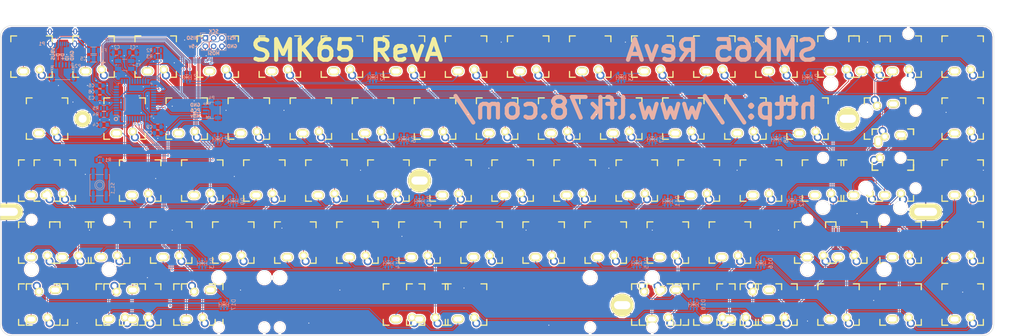
<source format=kicad_pcb>
(kicad_pcb (version 4) (host pcbnew 4.0.6)
  (title_block (title SMK65) (date 2017-07-20) (rev 1.0) (company ""))
  (layers (0 Front signal hide) (31 Back signal hide) (34 B.Paste user hide) (35 F.Paste user hide) (36 B.SilkS user) (37 F.SilkS user hide) (38 B.Mask user) (39 F.Mask user hide) (44 Edge.Cuts user))
  (net 0 "")
  (net 1 GND)
  (net 2 N$1)
  (net 3 N$2)
  (net 4 N$8)
  (net 5 N$9)
  (net 6 +5v)
  (net 7 R1)
  (net 8 Matrix-S20-D5-5)
  (net 9 Matrix-S17-D5-1)
  (net 10 R2)
  (net 11 Matrix-S19-D5-4)
  (net 12 Matrix-S18-D5-3)
  (net 13 R3)
  (net 14 R4)
  (net 15 R5)
  (net 16 Matrix-S63-D17-3)
  (net 17 Matrix-S69-D18-5)
  (net 18 VBUS)
  (net 19 USB-)
  (net 20 LED_SCL)
  (net 21 LED_SDA)
  (net 22 D-)
  (net 23 D+)
  (net 24 USB+)
  (net 25 C1)
  (net 26 RESET)
  (net 27 C2)
  (net 28 C3)
  (net 29 C4)
  (net 30 C5)
  (net 31 C6)
  (net 32 C7)
  (net 33 C8)
  (net 34 C9)
  (net 35 C10)
  (net 36 C11)
  (net 37 C12)
  (net 38 C13)
  (net 39 C14)
  (net 40 C15)
  (net 41 C16)
  (net 42 Matrix-S4-D1-1)
  (net 43 Matrix-S3-D1-3)
  (net 44 Matrix-S1-D1-5)
  (net 45 Matrix-S2-D1-4)
  (net 46 Matrix-S7-D2-5)
  (net 47 Matrix-S8-D2-1)
  (net 48 Matrix-S6-D2-4)
  (net 49 Matrix-S5-D2-3)
  (net 50 Matrix-S11-D3-5)
  (net 51 Matrix-S12-D3-1)
  (net 52 Matrix-S10-D3-4)
  (net 53 Matrix-S9-D3-3)
  (net 54 Matrix-S13-D4-3)
  (net 55 Matrix-S15-D4-5)
  (net 56 Matrix-S16-D4-1)
  (net 57 Matrix-S14-D4-4)
  (net 58 Matrix-S23-D6-5)
  (net 59 Matrix-S24-D6-1)
  (net 60 Matrix-S22-D6-4)
  (net 61 Matrix-S21-D6-3)
  (net 62 Matrix-S27-D7-5)
  (net 63 Matrix-S28-D7-1)
  (net 64 Matrix-S26-D7-4)
  (net 65 Matrix-S25-D7-3)
  (net 66 Matrix-S30-D8-5)
  (net 67 Matrix-S31-D8-1)
  (net 68 Matrix-S29-D8-4)
  (net 69 Matrix-S34-D9-5)
  (net 70 Matrix-S35-D9-1)
  (net 71 Matrix-S33-D9-4)
  (net 72 Matrix-S32-D9-3)
  (net 73 Matrix-S38-D10-5)
  (net 74 Matrix-S39-D10-1)
  (net 75 Matrix-S37-D10-4)
  (net 76 Matrix-S36-D10-3)
  (net 77 Matrix-S42-D11-5)
  (net 78 Matrix-S43-D11-1)
  (net 79 Matrix-S41-D11-4)
  (net 80 Matrix-S40-D11-3)
  (net 81 Matrix-S44-D12-5)
  (net 82 Matrix-S45-D12-4)
  (net 83 Matrix-S50-D13-1)
  (net 84 Matrix-S48-D13-4)
  (net 85 Matrix-S53-D14-5)
  (net 86 Matrix-S54-D14-1)
  (net 87 Matrix-S52-D14-4)
  (net 88 Matrix-S51-D14-3)
  (net 89 Matrix-S57-D15-5)
  (net 90 Matrix-S58-D15-1)
  (net 91 Matrix-S56-D15-4)
  (net 92 Matrix-S55-D15-3)
  (net 93 Matrix-S47-D13-5)
  (net 94 Matrix-S49-D13-3)
  (net 95 Matrix-S71-D16-1)
  (net 96 Matrix-S70-D12-1)
  (net 97 Matrix-S46-D12-3)
  (net 98 Matrix-S60-D16-5)
  (net 99 Matrix-S59-D16-4)
  (net 100 Matrix-S61-D16-3)
  (net 101 Matrix-S67-D18-1)
  (net 102 Matrix-S66-D18-4)
  (net 103 Matrix-S68-D18-3)
  (net 104 Matrix-S64-D17-5)
  (net 105 Matrix-S65-D17-1)
  (net 106 Matrix-S62-D17-4)
  (net 107 N$34)
  (module Keyboard:GNDVia-wRing (layer Front) (at 81.28 91.44)
    (fp_text reference REF** hide)
    (fp_text value "GND Via" hide)
    (pad GND thru_hole circle (at 0 0) (size 0.6 0.6) (drill 0.3) (layers *.Cu) (net 1 GND))
  )
  (module Keyboard:GNDVia-wRing (layer Front) (at 276.225 119.38)
    (fp_text reference REF** hide)
    (fp_text value "GND Via" hide)
    (pad GND thru_hole circle (at 0 0) (size 0.6 0.6) (drill 0.3) (layers *.Cu) (net 1 GND))
  )
  (module Keyboard:GNDVia-wRing (layer Front) (at 196.85 120.65)
    (fp_text reference REF** hide)
    (fp_text value "GND Via" hide)
    (pad GND thru_hole circle (at 0 0) (size 0.6 0.6) (drill 0.3) (layers *.Cu) (net 1 GND))
  )
  (module Keyboard:GNDVia-wRing (layer Front) (at 323.85 110.49)
    (fp_text reference REF** hide)
    (fp_text value "GND Via" hide)
    (pad GND thru_hole circle (at 0 0) (size 0.6 0.6) (drill 0.3) (layers *.Cu) (net 1 GND))
  )
  (module Keyboard:GNDVia-wRing (layer Front) (at 330.2 73.025)
    (fp_text reference REF** hide)
    (fp_text value "GND Via" hide)
    (pad GND thru_hole circle (at 0 0) (size 0.6 0.6) (drill 0.3) (layers *.Cu) (net 1 GND))
  )
  (module Keyboard:GNDVia-wRing (layer Front) (at 178.435 72.39)
    (fp_text reference REF** hide)
    (fp_text value "GND Via" hide)
    (pad GND thru_hole circle (at 0 0) (size 0.6 0.6) (drill 0.3) (layers *.Cu) (net 1 GND))
  )
  (module Keyboard:GNDVia-wRing (layer Front) (at 215.265 72.39)
    (fp_text reference REF** hide)
    (fp_text value "GND Via" hide)
    (pad GND thru_hole circle (at 0 0) (size 0.6 0.6) (drill 0.3) (layers *.Cu) (net 1 GND))
  )
  (module Keyboard:GNDVia-wRing (layer Front) (at 254.635 73.025)
    (fp_text reference REF** hide)
    (fp_text value "GND Via" hide)
    (pad GND thru_hole circle (at 0 0) (size 0.6 0.6) (drill 0.3) (layers *.Cu) (net 1 GND))
  )
  (module Keyboard:GNDVia-wRing (layer Front) (at 291.465 86.36)
    (fp_text reference REF** hide)
    (fp_text value "GND Via" hide)
    (pad GND thru_hole circle (at 0 0) (size 0.6 0.6) (drill 0.3) (layers *.Cu) (net 1 GND))
  )
  (module Keyboard:GNDVia-wRing (layer Front) (at 296.545 113.03)
    (fp_text reference REF** hide)
    (fp_text value "GND Via" hide)
    (pad GND thru_hole circle (at 0 0) (size 0.6 0.6) (drill 0.3) (layers *.Cu) (net 1 GND))
  )
  (module Keyboard:GNDVia-wRing (layer Front) (at 267.335 91.44)
    (fp_text reference REF** hide)
    (fp_text value "GND Via" hide)
    (pad GND thru_hole circle (at 0 0) (size 0.6 0.6) (drill 0.3) (layers *.Cu) (net 1 GND))
  )
  (module Keyboard:GNDVia-wRing (layer Front) (at 228.6 91.44)
    (fp_text reference REF** hide)
    (fp_text value "GND Via" hide)
    (pad GND thru_hole circle (at 0 0) (size 0.6 0.6) (drill 0.3) (layers *.Cu) (net 1 GND))
  )
  (module Keyboard:GNDVia-wRing (layer Front) (at 182.245 33.655)
    (fp_text reference REF** hide)
    (fp_text value "GND Via" hide)
    (pad GND thru_hole circle (at 0 0) (size 0.6 0.6) (drill 0.3) (layers *.Cu) (net 1 GND))
  )
  (module Keyboard:GNDVia-wRing (layer Front) (at 220.345 33.655)
    (fp_text reference REF** hide)
    (fp_text value "GND Via" hide)
    (pad GND thru_hole circle (at 0 0) (size 0.6 0.6) (drill 0.3) (layers *.Cu) (net 1 GND))
  )
  (module Keyboard:GNDVia-wRing (layer Front) (at 259.715 33.655)
    (fp_text reference REF** hide)
    (fp_text value "GND Via" hide)
    (pad GND thru_hole circle (at 0 0) (size 0.6 0.6) (drill 0.3) (layers *.Cu) (net 1 GND))
  )
  (module Keyboard:GNDVia-wRing (layer Front) (at 294.64 33.655)
    (fp_text reference REF** hide)
    (fp_text value "GND Via" hide)
    (pad GND thru_hole circle (at 0 0) (size 0.6 0.6) (drill 0.3) (layers *.Cu) (net 1 GND))
  )
  (module Keyboard:GNDVia-wRing (layer Front) (at 318.77 55.245)
    (fp_text reference REF** hide)
    (fp_text value "GND Via" hide)
    (pad GND thru_hole circle (at 0 0) (size 0.6 0.6) (drill 0.3) (layers *.Cu) (net 1 GND))
  )
  (module Keyboard:GNDVia-wRing (layer Front) (at 248.92 55.88)
    (fp_text reference REF** hide)
    (fp_text value "GND Via" hide)
    (pad GND thru_hole circle (at 0 0) (size 0.6 0.6) (drill 0.3) (layers *.Cu) (net 1 GND))
  )
  (module Keyboard:GNDVia-wRing (layer Front) (at 211.455 55.88)
    (fp_text reference REF** hide)
    (fp_text value "GND Via" hide)
    (pad GND thru_hole circle (at 0 0) (size 0.6 0.6) (drill 0.3) (layers *.Cu) (net 1 GND))
  )
  (module Keyboard:GNDVia-wRing (layer Front) (at 172.085 55.88)
    (fp_text reference REF** hide)
    (fp_text value "GND Via" hide)
    (pad GND thru_hole circle (at 0 0) (size 0.6 0.6) (drill 0.3) (layers *.Cu) (net 1 GND))
  )
  (module Keyboard:GNDVia-wRing (layer Front) (at 151.765 93.345)
    (fp_text reference REF** hide)
    (fp_text value "GND Via" hide)
    (pad GND thru_hole circle (at 0 0) (size 0.6 0.6) (drill 0.3) (layers *.Cu) (net 1 GND))
  )
  (module Keyboard:GNDVia-wRing (layer Front) (at 189.865 91.44)
    (fp_text reference REF** hide)
    (fp_text value "GND Via" hide)
    (pad GND thru_hole circle (at 0 0) (size 0.6 0.6) (drill 0.3) (layers *.Cu) (net 1 GND))
  )
  (module Keyboard:GNDVia-wRing (layer Front) (at 170.815 109.22)
    (fp_text reference REF** hide)
    (fp_text value "GND Via" hide)
    (pad GND thru_hole circle (at 0 0) (size 0.6 0.6) (drill 0.3) (layers *.Cu) (net 1 GND))
  )
  (module Keyboard:GNDVia-wRing (layer Front) (at 132.715 109.855)
    (fp_text reference REF** hide)
    (fp_text value "GND Via" hide)
    (pad GND thru_hole circle (at 0 0) (size 0.6 0.6) (drill 0.3) (layers *.Cu) (net 1 GND))
  )
  (module Keyboard:GNDVia-wRing (layer Front) (at 139.065 73.025)
    (fp_text reference REF** hide)
    (fp_text value "GND Via" hide)
    (pad GND thru_hole circle (at 0 0) (size 0.6 0.6) (drill 0.3) (layers *.Cu) (net 1 GND))
  )
  (module Keyboard:GNDVia-wRing (layer Front) (at 143.51 33.02)
    (fp_text reference REF** hide)
    (fp_text value "GND Via" hide)
    (pad GND thru_hole circle (at 0 0) (size 0.6 0.6) (drill 0.3) (layers *.Cu) (net 1 GND))
  )
  (module Keyboard:GNDVia-wRing (layer Front) (at 115.57 54.61)
    (fp_text reference REF** hide)
    (fp_text value "GND Via" hide)
    (pad GND thru_hole circle (at 0 0) (size 0.6 0.6) (drill 0.3) (layers *.Cu) (net 1 GND))
  )
  (module Keyboard:GNDVia-wRing (layer Front) (at 114.935 90.805)
    (fp_text reference REF** hide)
    (fp_text value "GND Via" hide)
    (pad GND thru_hole circle (at 0 0) (size 0.6 0.6) (drill 0.3) (layers *.Cu) (net 1 GND))
  )
  (module Keyboard:GNDVia-wRing (layer Front) (at 52.07 120.015)
    (fp_text reference REF** hide)
    (fp_text value "GND Via" hide)
    (pad GND thru_hole circle (at 0 0) (size 0.6 0.6) (drill 0.3) (layers *.Cu) (net 1 GND))
  )
  (module Keyboard:GNDVia-wRing (layer Front) (at 123.19 120.015)
    (fp_text reference REF** hide)
    (fp_text value "GND Via" hide)
    (pad GND thru_hole circle (at 0 0) (size 0.6 0.6) (drill 0.3) (layers *.Cu) (net 1 GND))
  )
  (module Keyboard:GNDVia-wRing (layer Front) (at 102.235 109.855)
    (fp_text reference REF** hide)
    (fp_text value "GND Via" hide)
    (pad GND thru_hole circle (at 0 0) (size 0.6 0.6) (drill 0.3) (layers *.Cu) (net 1 GND))
  )
  (module Keyboard:GNDVia-wRing (layer Front) (at 100.33 74.93)
    (fp_text reference REF** hide)
    (fp_text value "GND Via" hide)
    (pad GND thru_hole circle (at 0 0) (size 0.6 0.6) (drill 0.3) (layers *.Cu) (net 1 GND))
  )
  (module Keyboard:GNDVia-wRing (layer Front) (at 76.2 75.565)
    (fp_text reference REF** hide)
    (fp_text value "GND Via" hide)
    (pad GND thru_hole circle (at 0 0) (size 0.6 0.6) (drill 0.3) (layers *.Cu) (net 1 GND))
  )
  (module Keyboard:GNDVia-wRing (layer Front) (at 73.66 106.045)
    (fp_text reference REF** hide)
    (fp_text value "GND Via" hide)
    (pad GND thru_hole circle (at 0 0) (size 0.6 0.6) (drill 0.3) (layers *.Cu) (net 1 GND))
  )
  (module Keyboard:GNDVia-wRing (layer Front) (at 55.88 91.44)
    (fp_text reference REF** hide)
    (fp_text value "GND Via" hide)
    (pad GND thru_hole circle (at 0 0) (size 0.6 0.6) (drill 0.3) (layers *.Cu) (net 1 GND))
  )
  (module Keyboard:GNDVia-wRing (layer Front) (at 54.61 74.295)
    (fp_text reference REF** hide)
    (fp_text value "GND Via" hide)
    (pad GND thru_hole circle (at 0 0) (size 0.6 0.6) (drill 0.3) (layers *.Cu) (net 1 GND))
  )
  (module Keyboard:GNDVia-wRing (layer Front) (at 50.8 52.07)
    (fp_text reference REF** hide)
    (fp_text value "GND Via" hide)
    (pad GND thru_hole circle (at 0 0) (size 0.6 0.6) (drill 0.3) (layers *.Cu) (net 1 GND))
  )
  (module Keyboard:GNDVia-wRing (layer Front) (at 46.355 46.99)
    (fp_text reference REF** hide)
    (fp_text value "GND Via" hide)
    (pad GND thru_hole circle (at 0 0) (size 0.6 0.6) (drill 0.3) (layers *.Cu) (net 1 GND))
  )
  (module Keyboard:GNDVia-wRing (layer Front) (at 43.815 37.465)
    (fp_text reference REF** hide)
    (fp_text value "GND Via" hide)
    (pad GND thru_hole circle (at 0 0) (size 0.6 0.6) (drill 0.3) (layers *.Cu) (net 1 GND))
  )
  (module Keyboard:GNDVia-wRing (layer Front) (at 48.895 37.465)
    (fp_text reference REF** hide)
    (fp_text value "GND Via" hide)
    (pad GND thru_hole circle (at 0 0) (size 0.6 0.6) (drill 0.3) (layers *.Cu) (net 1 GND))
  )
  (module Keyboard:GNDVia-wRing (layer Front) (at 85.09 33.02)
    (fp_text reference REF** hide)
    (fp_text value "GND Via" hide)
    (pad GND thru_hole circle (at 0 0) (size 0.6 0.6) (drill 0.3) (layers *.Cu) (net 1 GND))
  )
  (module Keyboard:GNDVia-wRing (layer Front) (at 91.694 37.846)
    (fp_text reference REF** hide)
    (fp_text value "GND Via" hide)
    (pad GND thru_hole circle (at 0 0) (size 0.6 0.6) (drill 0.3) (layers *.Cu) (net 1 GND))
  )
  (module Keyboard:GNDVia-wRing (layer Front) (at 88.011 51.689)
    (fp_text reference REF** hide)
    (fp_text value "GND Via" hide)
    (pad GND thru_hole circle (at 0 0) (size 0.6 0.6) (drill 0.3) (layers *.Cu) (net 1 GND))
  )
  (module Keyboard:GNDVia-wRing (layer Front) (at 97.79 54.61)
    (fp_text reference REF** hide)
    (fp_text value "GND Via" hide)
    (pad GND thru_hole circle (at 0 0) (size 0.6 0.6) (drill 0.3) (layers *.Cu) (net 1 GND))
  )
  (module Keyboard:GNDVia-wRing (layer Front) (at 81.28 53.34)
    (fp_text reference REF** hide)
    (fp_text value "GND Via" hide)
    (pad GND thru_hole circle (at 0 0) (size 0.6 0.6) (drill 0.3) (layers *.Cu) (net 1 GND))
  )
  (module Keyboard:GNDVia-wRing (layer Front) (at 75.565 39.624)
    (fp_text reference REF** hide)
    (fp_text value "GND Via" hide)
    (pad GND thru_hole circle (at 0 0) (size 0.6 0.6) (drill 0.3) (layers *.Cu) (net 1 GND))
  )
  (module Keyboard:GNDVia-wRing (layer Front) (at 81.915 40.005)
    (fp_text reference REF** hide)
    (fp_text value "GND Via" hide)
    (pad GND thru_hole circle (at 0 0) (size 0.6 0.6) (drill 0.3) (layers *.Cu) (net 1 GND))
  )
  (module Keyboard:GNDVia-wRing (layer Front) (at 57.912 45.466)
    (fp_text reference REF** hide)
    (fp_text value "GND Via" hide)
    (pad GND thru_hole circle (at 0 0) (size 0.6 0.6) (drill 0.3) (layers *.Cu) (net 1 GND))
  )
  (module Keyboard:GNDVia-wRing (layer Front) (at 79.502 59.69)
    (fp_text reference REF** hide)
    (fp_text value "GND Via" hide)
    (pad GND thru_hole circle (at 0 0) (size 0.6 0.6) (drill 0.3) (layers *.Cu) (net 1 GND))
  )
  (module Keyboard:GNDVia-wRing (layer Front) (at 76.835 63.246)
    (fp_text reference REF** hide)
    (fp_text value "GND Via" hide)
    (pad GND thru_hole circle (at 0 0) (size 0.6 0.6) (drill 0.3) (layers *.Cu) (net 1 GND))
  )
  (module Keyboard:GNDVia-wRing (layer Front) (at 73.914 60.198)
    (fp_text reference REF** hide)
    (fp_text value "GND Via" hide)
    (pad GND thru_hole circle (at 0 0) (size 0.6 0.6) (drill 0.3) (layers *.Cu) (net 1 GND))
  )
  (module Keyboard:GNDVia-wRing (layer Front) (at 75.565 57.023)
    (fp_text reference REF** hide)
    (fp_text value "GND Via" hide)
    (pad GND thru_hole circle (at 0 0) (size 0.6 0.6) (drill 0.3) (layers *.Cu) (net 1 GND))
  )
  (module Keyboard:GNDVia-wRing (layer Front) (at 78.486 48.006)
    (fp_text reference REF** hide)
    (fp_text value "GND Via" hide)
    (pad GND thru_hole circle (at 0 0) (size 0.6 0.6) (drill 0.3) (layers *.Cu) (net 1 GND))
  )
  (module Keyboard:GNDVia-wRing (layer Front) (at 64.008 44.323)
    (fp_text reference REF** hide)
    (fp_text value "GND Via" hide)
    (pad GND thru_hole circle (at 0 0) (size 0.6 0.6) (drill 0.3) (layers *.Cu) (net 1 GND))
  )
  (module Keyboard:GNDVia-wRing (layer Front) (at 66.548 37.846)
    (fp_text reference REF** hide)
    (fp_text value "GND Via" hide)
    (pad GND thru_hole circle (at 0 0) (size 0.6 0.6) (drill 0.3) (layers *.Cu) (net 1 GND))
  )
  (module Keyboard:GNDVia-wRing (layer Front) (at 70.231 43.18)
    (fp_text reference REF** hide)
    (fp_text value "GND Via" hide)
    (pad GND thru_hole circle (at 0 0) (size 0.6 0.6) (drill 0.3) (layers *.Cu) (net 1 GND))
  )
  (module Keyboard:GNDVia-wRing (layer Front) (at 71.12 39.37)
    (fp_text reference REF** hide)
    (fp_text value "GND Via" hide)
    (pad GND thru_hole circle (at 0 0) (size 0.6 0.6) (drill 0.3) (layers *.Cu) (net 1 GND))
  )
  (module Keyboard:GNDVia-wRing (layer Front) (at 70.485 34.925)
    (fp_text reference REF** hide)
    (fp_text value "GND Via" hide)
    (pad GND thru_hole circle (at 0 0) (size 0.6 0.6) (drill 0.3) (layers *.Cu) (net 1 GND))
  )
  (module Keyboard:GNDVia-wRing (layer Front) (at 62.865 34.925)
    (fp_text reference REF** hide)
    (fp_text value "GND Via" hide)
    (pad GND thru_hole circle (at 0 0) (size 0.6 0.6) (drill 0.3) (layers *.Cu) (net 1 GND))
  )
  (module Keyboard:GNDVia-wRing (layer Front) (at 62.865 39.37)
    (fp_text reference REF** hide)
    (fp_text value "GND Via" hide)
    (pad GND thru_hole circle (at 0 0) (size 0.6 0.6) (drill 0.3) (layers *.Cu) (net 1 GND))
  )
  (module Keyboard:GNDVia-wRing (layer Front) (at 67.056 43.942)
    (fp_text reference REF** hide)
    (fp_text value "GND Via" hide)
    (pad GND thru_hole circle (at 0 0) (size 0.6 0.6) (drill 0.3) (layers *.Cu) (net 1 GND))
  )
  (module Keyboard:GNDVia-wRing (layer Front) (at 72.39 47.371)
    (fp_text reference REF** hide)
    (fp_text value "GND Via" hide)
    (pad GND thru_hole circle (at 0 0) (size 0.6 0.6) (drill 0.3) (layers *.Cu) (net 1 GND))
  )
  (module Keyboard:GNDVia-wRing (layer Front) (at 73.66 53.975)
    (fp_text reference REF** hide)
    (fp_text value "GND Via" hide)
    (pad GND thru_hole circle (at 0 0) (size 0.6 0.6) (drill 0.3) (layers *.Cu) (net 1 GND))
  )
  (module Keyboard:GNDVia-wRing (layer Front) (at 73.66 50.165)
    (fp_text reference REF** hide)
    (fp_text value "GND Via" hide)
    (pad GND thru_hole circle (at 0 0) (size 0.6 0.6) (drill 0.3) (layers *.Cu) (net 1 GND))
  )
  (module Keyboard:GNDVia-wRing (layer Front) (at 71.12 50.165)
    (fp_text reference REF** hide)
    (fp_text value "GND Via" hide)
    (pad GND thru_hole circle (at 0 0) (size 0.6 0.6) (drill 0.3) (layers *.Cu) (net 1 GND))
  )
  (module Keyboard:GNDVia-wRing (layer Front) (at 71.755 55.372)
    (fp_text reference REF** hide)
    (fp_text value "GND Via" hide)
    (pad GND thru_hole circle (at 0 0) (size 0.6 0.6) (drill 0.3) (layers *.Cu) (net 1 GND))
  )
  (module Keyboard:GNDVia-wRing (layer Front) (at 65.532 52.197)
    (fp_text reference REF** hide)
    (fp_text value "GND Via" hide)
    (pad GND thru_hole circle (at 0 0) (size 0.6 0.6) (drill 0.3) (layers *.Cu) (net 1 GND))
  )
  (module Keyboard:GNDVia-wRing (layer Front) (at 59.055 57.531)
    (fp_text reference REF** hide)
    (fp_text value "GND Via" hide)
    (pad GND thru_hole circle (at 0 0) (size 0.6 0.6) (drill 0.3) (layers *.Cu) (net 1 GND))
  )
  (module Keyboard:GNDVia-wRing (layer Front) (at 61.976 57.531)
    (fp_text reference REF** hide)
    (fp_text value "GND Via" hide)
    (pad GND thru_hole circle (at 0 0) (size 0.6 0.6) (drill 0.3) (layers *.Cu) (net 1 GND))
  )
  (module Keyboard:GNDVia-wRing (layer Front) (at 61.976 52.324)
    (fp_text reference REF** hide)
    (fp_text value "GND Via" hide)
    (pad GND thru_hole circle (at 0 0) (size 0.6 0.6) (drill 0.3) (layers *.Cu) (net 1 GND))
  )
  (module Keyboard:GNDVia-wRing (layer Front) (at 59.055 52.324)
    (fp_text reference REF** hide)
    (fp_text value "GND Via" hide)
    (pad GND thru_hole circle (at 0 0) (size 0.6 0.6) (drill 0.3) (layers *.Cu) (net 1 GND))
  )
  (module Keyboard:GNDVia-wRing (layer Front) (at 56.515 48.895)
    (fp_text reference REF** hide)
    (fp_text value "GND Via" hide)
    (pad GND thru_hole circle (at 0 0) (size 0.6 0.6) (drill 0.3) (layers *.Cu) (net 1 GND))
  )
  (module Keyboard:GNDVia-wRing (layer Front) (at 61.341 46.99)
    (fp_text reference REF** hide)
    (fp_text value "GND Via" hide)
    (pad GND thru_hole circle (at 0 0) (size 0.6 0.6) (drill 0.3) (layers *.Cu) (net 1 GND))
  )
  (module Keyboard:SMK-Alps (layer Front) (at 302.419 66.675)
    (fp_text reference S345 hide)
    (fp_text value MX_LED hide)
    (pad SW1 thru_hole circle (at -2.5 -4 330.95) (size 2.5 2.5) (drill 1.5) (layers *.Cu *.Mask F.SilkS) (net 40 C15))
    (pad SW2 thru_hole oval (at 2.5 -4.5) (size 3.5 2.5) (drill oval 2.5 1.5) (layers *.Cu *.Mask F.SilkS) (net 82 Matrix-S45-D12-4))
    (pad SW1 thru_hole circle (at -3.15 -5.75) (size 2.5 2.5) (drill 1.5) (layers *.Cu *.Mask) (net 40 C15))
  )
  (module lib.pretty:USB2_MICROB_WURTH (layer Back) (at 47.625 28.575)
    (fp_text reference P1 (at -6.35 5.588) (layer B.SilkS) (effects (font (thickness 0.2)) (justify mirror)))
    (fp_text value USB_OTG hide)
    (pad "" thru_hole oval (at 3.875 1.8) (size 1.15 1.8) (drill oval 0.55 1.2) (layers *.Cu *.Mask B.Paste) (net 1 GND))
    (pad "" thru_hole oval (at -3.875 1.8) (size 1.15 1.8) (drill oval 0.55 1.2) (layers *.Cu *.Mask B.Paste) (net 1 GND))
    (pad 1 smd rect (at -1.3 5.6) (size 0.425 1.3) (layers Back B.Paste B.Mask) (net 18 VBUS))
    (pad 2 smd rect (at -0.65 5.6) (size 0.425 1.3) (layers Back B.Paste B.Mask) (net 19 USB-))
    (pad 3 smd rect (at 0 5.6) (size 0.425 1.3) (layers Back B.Paste B.Mask) (net 24 USB+))
    (pad 4 smd rect (at 0.65 5.6) (size 0.425 1.3) (layers Back B.Paste B.Mask))
    (pad 5 smd rect (at 1.3 5.6) (size 0.425 1.3) (layers Back B.Paste B.Mask) (net 1 GND))
    (pad "" thru_hole oval (at 3.725 5.6) (size 1.45 2) (drill oval 0.85 1.4) (layers *.Cu *.Mask B.Paste) (net 1 GND))
    (pad "" thru_hole oval (at -3.725 5.6) (size 1.45 2) (drill oval 0.85 1.4) (layers *.Cu *.Mask B.Paste) (net 1 GND))
    (pad "" np_thru_hole circle (at -2.5 4.55) (size 0.8 0.8) (drill 0.8) (layers *.Cu *.Mask B.SilkS))
    (pad "" np_thru_hole circle (at 2.5 4.55) (size 0.8 0.8) (drill 0.8) (layers *.Cu *.Mask B.SilkS))
  )
  (module lib.pretty:STAB (layer Front) (at 307.181 38.1)
    (fp_text reference STAB2 hide)
    (fp_text value STAB hide)
    (pad "" np_thru_hole circle (at 0 -6.98754) (size 3.048254 3.048254) (drill 3.048) (layers *.Cu *.Mask F.SilkS))
    (pad "" np_thru_hole circle (at 0 8.255) (size 3.988054 3.988054) (drill 3.9878) (layers *.Cu *.Mask F.SilkS))
  )
  (module lib.pretty:STAB (layer Front) (at 283.369 38.1)
    (fp_text reference STAB1 hide)
    (fp_text value STAB hide)
    (pad "" np_thru_hole circle (at 0 -6.98754) (size 3.048254 3.048254) (drill 3.048) (layers *.Cu *.Mask F.SilkS))
    (pad "" np_thru_hole circle (at 0 8.255) (size 3.988054 3.988054) (drill 3.9878) (layers *.Cu *.Mask F.SilkS))
  )
  (module lib.pretty:STAB (layer Front) (at 61.9125 95.25)
    (fp_text reference STAB8 hide)
    (fp_text value STAB hide)
    (pad "" np_thru_hole circle (at 0 -6.98754) (size 3.048254 3.048254) (drill 3.048) (layers *.Cu *.Mask F.SilkS))
    (pad "" np_thru_hole circle (at 0 8.255) (size 3.988054 3.988054) (drill 3.9878) (layers *.Cu *.Mask F.SilkS))
  )
  (module lib.pretty:STAB (layer Front) (at 38.1 95.25)
    (fp_text reference STAB7 hide)
    (fp_text value STAB hide)
    (pad "" np_thru_hole circle (at 0 -6.98754) (size 3.048254 3.048254) (drill 3.048) (layers *.Cu *.Mask F.SilkS))
    (pad "" np_thru_hole circle (at 0 8.255) (size 3.988054 3.988054) (drill 3.9878) (layers *.Cu *.Mask F.SilkS))
  )
  (module lib.pretty:STAB (layer Front) (at 276.225 95.25)
    (fp_text reference STAB9 hide)
    (fp_text value STAB hide)
    (pad "" np_thru_hole circle (at 0 -6.98754) (size 3.048254 3.048254) (drill 3.048) (layers *.Cu *.Mask F.SilkS))
    (pad "" np_thru_hole circle (at 0 8.255) (size 3.988054 3.988054) (drill 3.9878) (layers *.Cu *.Mask F.SilkS))
  )
  (module lib.pretty:STAB (layer Front) (at 299.72 95.25)
    (fp_text reference STAB10 hide)
    (fp_text value STAB hide)
    (pad "" np_thru_hole circle (at 0 -6.98754) (size 3.048254 3.048254) (drill 3.048) (layers *.Cu *.Mask F.SilkS))
    (pad "" np_thru_hole circle (at 0 8.255) (size 3.988054 3.988054) (drill 3.9878) (layers *.Cu *.Mask F.SilkS))
  )
  (module lib.pretty:STAB (layer Front) (at 228.6 114.3 180)
    (fp_text reference STAB15 hide)
    (fp_text value STAB hide)
    (pad "" np_thru_hole circle (at 0 -6.98754 180) (size 3.048254 3.048254) (drill 3.048) (layers *.Cu *.Mask F.SilkS))
    (pad "" np_thru_hole circle (at 0 8.255 180) (size 3.988054 3.988054) (drill 3.9878) (layers *.Cu *.Mask F.SilkS))
  )
  (module lib.pretty:STAB (layer Front) (at 114.3 114.3 180)
    (fp_text reference STAB13 hide)
    (fp_text value STAB hide)
    (pad "" np_thru_hole circle (at 0 -6.98754 180) (size 3.048254 3.048254) (drill 3.048) (layers *.Cu *.Mask F.SilkS))
    (pad "" np_thru_hole circle (at 0 8.255 180) (size 3.988054 3.988054) (drill 3.9878) (layers *.Cu *.Mask F.SilkS))
  )
  (module lib.pretty:STAB (layer Front) (at 95.567 114.3 180)
    (fp_text reference STAB11 hide)
    (fp_text value STAB hide)
    (pad "" np_thru_hole circle (at 0 -6.98754 180) (size 3.048254 3.048254) (drill 3.048) (layers *.Cu *.Mask F.SilkS))
    (pad "" np_thru_hole circle (at 0 8.255 180) (size 3.988054 3.988054) (drill 3.9878) (layers *.Cu *.Mask F.SilkS))
  )
  (module lib.pretty:STAB (layer Front) (at 209.55 114.3 180)
    (fp_text reference STAB14 hide)
    (fp_text value STAB hide)
    (pad "" np_thru_hole circle (at 0 -6.98754 180) (size 3.048254 3.048254) (drill 3.048) (layers *.Cu *.Mask F.SilkS))
    (pad "" np_thru_hole circle (at 0 8.255 180) (size 3.988054 3.988054) (drill 3.9878) (layers *.Cu *.Mask F.SilkS))
  )
  (module lib.pretty:STAB (layer Front) (at 302.419 54.769 270)
    (fp_text reference STAB3 hide)
    (fp_text value STAB hide)
    (pad "" np_thru_hole circle (at 0 -6.98754 270) (size 3.048254 3.048254) (drill 3.048) (layers *.Cu *.Mask F.SilkS))
    (pad "" np_thru_hole circle (at 0 8.255 270) (size 3.988054 3.988054) (drill 3.9878) (layers *.Cu *.Mask F.SilkS))
  )
  (module lib.pretty:STAB (layer Front) (at 302.419 78.581 270)
    (fp_text reference STAB4 hide)
    (fp_text value STAB hide)
    (pad "" np_thru_hole circle (at 0 -6.98754 270) (size 3.048254 3.048254) (drill 3.048) (layers *.Cu *.Mask F.SilkS))
    (pad "" np_thru_hole circle (at 0 8.255 270) (size 3.988054 3.988054) (drill 3.9878) (layers *.Cu *.Mask F.SilkS))
  )
  (module lib.pretty:STAB (layer Front) (at 280.987 76.2)
    (fp_text reference STAB5 hide)
    (fp_text value STAB hide)
    (pad "" np_thru_hole circle (at 0 -6.98754) (size 3.048254 3.048254) (drill 3.048) (layers *.Cu *.Mask F.SilkS))
    (pad "" np_thru_hole circle (at 0 8.255) (size 3.988054 3.988054) (drill 3.9878) (layers *.Cu *.Mask F.SilkS))
  )
  (module lib.pretty:STAB (layer Front) (at 304.8 76.2)
    (fp_text reference STAB6 hide)
    (fp_text value STAB hide)
    (pad "" np_thru_hole circle (at 0 -6.98754) (size 3.048254 3.048254) (drill 3.048) (layers *.Cu *.Mask F.SilkS))
    (pad "" np_thru_hole circle (at 0 8.255) (size 3.988054 3.988054) (drill 3.9878) (layers *.Cu *.Mask F.SilkS))
  )
  (module lib.pretty:STAB (layer Front) (at 109.537 114.3 180)
    (fp_text reference STAB12 hide)
    (fp_text value STAB hide)
    (pad "" np_thru_hole circle (at 0 -6.98754 180) (size 3.048254 3.048254) (drill 3.048) (layers *.Cu *.Mask F.SilkS))
    (pad "" np_thru_hole circle (at 0 8.255 180) (size 3.988054 3.988054) (drill 3.9878) (layers *.Cu *.Mask F.SilkS))
  )
  (module Keyboard:SMK-Alps (layer Front) (at 233.363 95.25 180)
    (fp_text reference S57 hide)
    (fp_text value MX_LED hide)
    (pad SW1 thru_hole circle (at -2.5 -4 150.95) (size 2.5 2.5) (drill 1.5) (layers *.Cu *.Mask F.SilkS) (net 36 C11))
    (pad SW2 thru_hole oval (at 2.5 -4.5 180) (size 3.5 2.5) (drill oval 2.5 1.5) (layers *.Cu *.Mask F.SilkS) (net 89 Matrix-S57-D15-5))
    (pad SW1 thru_hole circle (at -3.15 -5.75 180) (size 2.5 2.5) (drill 1.5) (layers *.Cu *.Mask) (net 36 C11))
  )
  (module Keyboard:SMK-Alps (layer Front) (at 40.4812 114.3 180)
    (fp_text reference S62 hide)
    (fp_text value MX_LED hide)
    (pad SW1 thru_hole circle (at -2.5 -4 150.95) (size 2.5 2.5) (drill 1.5) (layers *.Cu *.Mask F.SilkS) (net 25 C1))
    (pad SW2 thru_hole oval (at 2.5 -4.5 180) (size 3.5 2.5) (drill oval 2.5 1.5) (layers *.Cu *.Mask F.SilkS) (net 106 Matrix-S62-D17-4))
    (pad SW1 thru_hole circle (at -3.15 -5.75 180) (size 2.5 2.5) (drill 1.5) (layers *.Cu *.Mask) (net 25 C1))
  )
  (module Keyboard:SMK-Alps (layer Front) (at 42.8625 57.15 180)
    (fp_text reference S17 hide)
    (fp_text value MX_LED hide)
    (pad SW1 thru_hole circle (at -2.5 -4 150.95) (size 2.5 2.5) (drill 1.5) (layers *.Cu *.Mask F.SilkS) (net 25 C1))
    (pad SW2 thru_hole oval (at 2.5 -4.5 180) (size 3.5 2.5) (drill oval 2.5 1.5) (layers *.Cu *.Mask F.SilkS) (net 9 Matrix-S17-D5-1))
    (pad SW1 thru_hole circle (at -3.15 -5.75 180) (size 2.5 2.5) (drill 1.5) (layers *.Cu *.Mask) (net 25 C1))
  )
  (module Keyboard:SMK-Alps (layer Front) (at 45.2438 76.2 180)
    (fp_text reference S32 hide)
    (fp_text value MX_LED hide)
    (pad SW1 thru_hole circle (at -2.5 -4 150.95) (size 2.5 2.5) (drill 1.5) (layers *.Cu *.Mask F.SilkS) (net 25 C1))
    (pad SW2 thru_hole oval (at 2.5 -4.5 180) (size 3.5 2.5) (drill oval 2.5 1.5) (layers *.Cu *.Mask F.SilkS) (net 72 Matrix-S32-D9-3))
    (pad SW1 thru_hole circle (at -3.15 -5.75 180) (size 2.5 2.5) (drill 1.5) (layers *.Cu *.Mask) (net 25 C1))
  )
  (module Keyboard:SMK-Alps (layer Front) (at 302.419 76.2 180)
    (fp_text reference S45 hide)
    (fp_text value MX_LED hide)
    (pad SW1 thru_hole circle (at -2.5 -4 150.95) (size 2.5 2.5) (drill 1.5) (layers *.Cu *.Mask F.SilkS) (net 40 C15))
    (pad SW2 thru_hole oval (at 2.5 -4.5 180) (size 3.5 2.5) (drill oval 2.5 1.5) (layers *.Cu *.Mask F.SilkS) (net 82 Matrix-S45-D12-4))
    (pad SW1 thru_hole circle (at -3.15 -5.75 180) (size 2.5 2.5) (drill 1.5) (layers *.Cu *.Mask) (net 40 C15))
  )
  (module Keyboard:SMK-Alps (layer Front) (at 278.606 95.25 180)
    (fp_text reference S59 hide)
    (fp_text value MX_LED hide)
    (pad SW1 thru_hole circle (at -2.5 -4 150.95) (size 2.5 2.5) (drill 1.5) (layers *.Cu *.Mask F.SilkS) (net 38 C13))
    (pad SW2 thru_hole oval (at 2.5 -4.5 180) (size 3.5 2.5) (drill oval 2.5 1.5) (layers *.Cu *.Mask F.SilkS) (net 99 Matrix-S59-D16-4))
    (pad SW1 thru_hole circle (at -3.15 -5.75 180) (size 2.5 2.5) (drill 1.5) (layers *.Cu *.Mask) (net 38 C13))
  )
  (module Keyboard:SMK-Alps (layer Front) (at 64.2938 114.3 180)
    (fp_text reference S63 hide)
    (fp_text value MX_LED hide)
    (pad SW1 thru_hole circle (at -2.5 -4 150.95) (size 2.5 2.5) (drill 1.5) (layers *.Cu *.Mask F.SilkS) (net 27 C2))
    (pad SW2 thru_hole oval (at 2.5 -4.5 180) (size 3.5 2.5) (drill oval 2.5 1.5) (layers *.Cu *.Mask F.SilkS) (net 16 Matrix-S63-D17-3))
    (pad SW1 thru_hole circle (at -3.15 -5.75 180) (size 2.5 2.5) (drill 1.5) (layers *.Cu *.Mask) (net 27 C2))
  )
  (module Keyboard:SMK-Alps (layer Front) (at 88.106 114.3 180)
    (fp_text reference S64 hide)
    (fp_text value MX_LED hide)
    (pad SW1 thru_hole circle (at -2.5 -4 150.95) (size 2.5 2.5) (drill 1.5) (layers *.Cu *.Mask F.SilkS) (net 104 Matrix-S64-D17-5))
    (pad SW2 thru_hole oval (at 2.5 -4.5 180) (size 3.5 2.5) (drill oval 2.5 1.5) (layers *.Cu *.Mask F.SilkS) (net 28 C3))
    (pad SW1 thru_hole circle (at -3.15 -5.75 180) (size 2.5 2.5) (drill 1.5) (layers *.Cu *.Mask) (net 104 Matrix-S64-D17-5))
  )
  (module Keyboard:SMK-Alps (layer Front) (at 323.85 114.3 180)
    (fp_text reference S71 hide)
    (fp_text value MX_LED hide)
    (pad SW1 thru_hole circle (at -2.5 -4 150.95) (size 2.5 2.5) (drill 1.5) (layers *.Cu *.Mask F.SilkS) (net 39 C14))
    (pad SW2 thru_hole oval (at 2.5 -4.5 180) (size 3.5 2.5) (drill oval 2.5 1.5) (layers *.Cu *.Mask F.SilkS) (net 95 Matrix-S71-D16-1))
    (pad SW1 thru_hole circle (at -3.15 -5.75 180) (size 2.5 2.5) (drill 1.5) (layers *.Cu *.Mask) (net 39 C14))
  )
  (module Keyboard:SMK-Alps (layer Front) (at 304.8 114.3 180)
    (fp_text reference S70 hide)
    (fp_text value MX_LED hide)
    (pad SW1 thru_hole circle (at -2.5 -4 150.95) (size 2.5 2.5) (drill 1.5) (layers *.Cu *.Mask F.SilkS) (net 39 C14))
    (pad SW2 thru_hole oval (at 2.5 -4.5 180) (size 3.5 2.5) (drill oval 2.5 1.5) (layers *.Cu *.Mask F.SilkS) (net 96 Matrix-S70-D12-1))
    (pad SW1 thru_hole circle (at -3.15 -5.75 180) (size 2.5 2.5) (drill 1.5) (layers *.Cu *.Mask) (net 39 C14))
  )
  (module Keyboard:SMK-Alps (layer Front) (at 285.75 114.3 180)
    (fp_text reference S69 hide)
    (fp_text value MX_LED hide)
    (pad SW1 thru_hole circle (at -2.5 -4 150.95) (size 2.5 2.5) (drill 1.5) (layers *.Cu *.Mask F.SilkS) (net 39 C14))
    (pad SW2 thru_hole oval (at 2.5 -4.5 180) (size 3.5 2.5) (drill oval 2.5 1.5) (layers *.Cu *.Mask F.SilkS) (net 17 Matrix-S69-D18-5))
    (pad SW1 thru_hole circle (at -3.15 -5.75 180) (size 2.5 2.5) (drill 1.5) (layers *.Cu *.Mask) (net 39 C14))
  )
  (module Keyboard:SMK-Alps (layer Front) (at 266.7 114.3 180)
    (fp_text reference S68 hide)
    (fp_text value MX_LED hide)
    (pad SW1 thru_hole circle (at -2.5 -4 150.95) (size 2.5 2.5) (drill 1.5) (layers *.Cu *.Mask F.SilkS) (net 38 C13))
    (pad SW2 thru_hole oval (at 2.5 -4.5 180) (size 3.5 2.5) (drill oval 2.5 1.5) (layers *.Cu *.Mask F.SilkS) (net 103 Matrix-S68-D18-3))
    (pad SW1 thru_hole circle (at -3.15 -5.75 180) (size 2.5 2.5) (drill 1.5) (layers *.Cu *.Mask) (net 38 C13))
  )
  (module Keyboard:SMK-Alps (layer Front) (at 247.65 114.3 180)
    (fp_text reference S67 hide)
    (fp_text value MX_LED hide)
    (pad SW1 thru_hole circle (at -2.5 -4 150.95) (size 2.5 2.5) (drill 1.5) (layers *.Cu *.Mask F.SilkS) (net 37 C12))
    (pad SW2 thru_hole oval (at 2.5 -4.5 180) (size 3.5 2.5) (drill oval 2.5 1.5) (layers *.Cu *.Mask F.SilkS) (net 101 Matrix-S67-D18-1))
    (pad SW1 thru_hole circle (at -3.15 -5.75 180) (size 2.5 2.5) (drill 1.5) (layers *.Cu *.Mask) (net 37 C12))
  )
  (module Keyboard:SMK-Alps (layer Front) (at 228.6 114.3)
    (fp_text reference S66 hide)
    (fp_text value MX_LED hide)
    (pad SW1 thru_hole circle (at -2.5 -4 330.95) (size 2.5 2.5) (drill 1.5) (layers *.Cu *.Mask F.SilkS) (net 102 Matrix-S66-D18-4))
    (pad SW2 thru_hole oval (at 2.5 -4.5) (size 3.5 2.5) (drill oval 2.5 1.5) (layers *.Cu *.Mask F.SilkS) (net 36 C11))
    (pad SW1 thru_hole circle (at -3.15 -5.75) (size 2.5 2.5) (drill 1.5) (layers *.Cu *.Mask) (net 102 Matrix-S66-D18-4))
  )
  (module Keyboard:SMK-Alps (layer Front) (at 300.037 57.15)
    (fp_text reference S30 hide)
    (fp_text value MX_LED hide)
    (pad SW1 thru_hole circle (at -2.5 -4 330.95) (size 2.5 2.5) (drill 1.5) (layers *.Cu *.Mask F.SilkS) (net 40 C15))
    (pad SW2 thru_hole oval (at 2.5 -4.5) (size 3.5 2.5) (drill oval 2.5 1.5) (layers *.Cu *.Mask F.SilkS) (net 66 Matrix-S30-D8-5))
    (pad SW1 thru_hole circle (at -3.15 -5.75) (size 2.5 2.5) (drill 1.5) (layers *.Cu *.Mask) (net 40 C15))
  )
  (module Keyboard:SMK-Alps (layer Front) (at 323.85 38.1 180)
    (fp_text reference S16 hide)
    (fp_text value MX_LED hide)
    (pad SW1 thru_hole circle (at -2.5 -4 150.95) (size 2.5 2.5) (drill 1.5) (layers *.Cu *.Mask F.SilkS) (net 41 C16))
    (pad SW2 thru_hole oval (at 2.5 -4.5 180) (size 3.5 2.5) (drill oval 2.5 1.5) (layers *.Cu *.Mask F.SilkS) (net 56 Matrix-S16-D4-1))
    (pad SW1 thru_hole circle (at -3.15 -5.75 180) (size 2.5 2.5) (drill 1.5) (layers *.Cu *.Mask) (net 41 C16))
  )
  (module Keyboard:SMK-Alps (layer Front) (at 38.1 38.1 180)
    (fp_text reference S1 hide)
    (fp_text value MX_LED hide)
    (pad SW1 thru_hole circle (at -2.5 -4 150.95) (size 2.5 2.5) (drill 1.5) (layers *.Cu *.Mask F.SilkS) (net 25 C1))
    (pad SW2 thru_hole oval (at 2.5 -4.5 180) (size 3.5 2.5) (drill oval 2.5 1.5) (layers *.Cu *.Mask F.SilkS) (net 44 Matrix-S1-D1-5))
    (pad SW1 thru_hole circle (at -3.15 -5.75 180) (size 2.5 2.5) (drill 1.5) (layers *.Cu *.Mask) (net 25 C1))
  )
  (module Keyboard:SMK-Alps (layer Front) (at 76.2 38.1 180)
    (fp_text reference S3 hide)
    (fp_text value MX_LED hide)
    (pad SW1 thru_hole circle (at -2.5 -4 150.95) (size 2.5 2.5) (drill 1.5) (layers *.Cu *.Mask F.SilkS) (net 28 C3))
    (pad SW2 thru_hole oval (at 2.5 -4.5 180) (size 3.5 2.5) (drill oval 2.5 1.5) (layers *.Cu *.Mask F.SilkS) (net 43 Matrix-S3-D1-3))
    (pad SW1 thru_hole circle (at -3.15 -5.75 180) (size 2.5 2.5) (drill 1.5) (layers *.Cu *.Mask) (net 28 C3))
  )
  (module Keyboard:SMK-Alps (layer Front) (at 95.25 38.1 180)
    (fp_text reference S4 hide)
    (fp_text value MX_LED hide)
    (pad SW1 thru_hole circle (at -2.5 -4 150.95) (size 2.5 2.5) (drill 1.5) (layers *.Cu *.Mask F.SilkS) (net 29 C4))
    (pad SW2 thru_hole oval (at 2.5 -4.5 180) (size 3.5 2.5) (drill oval 2.5 1.5) (layers *.Cu *.Mask F.SilkS) (net 42 Matrix-S4-D1-1))
    (pad SW1 thru_hole circle (at -3.15 -5.75 180) (size 2.5 2.5) (drill 1.5) (layers *.Cu *.Mask) (net 29 C4))
  )
  (module Keyboard:SMK-Alps (layer Front) (at 114.3 38.1 180)
    (fp_text reference S5 hide)
    (fp_text value MX_LED hide)
    (pad SW1 thru_hole circle (at -2.5 -4 150.95) (size 2.5 2.5) (drill 1.5) (layers *.Cu *.Mask F.SilkS) (net 30 C5))
    (pad SW2 thru_hole oval (at 2.5 -4.5 180) (size 3.5 2.5) (drill oval 2.5 1.5) (layers *.Cu *.Mask F.SilkS) (net 49 Matrix-S5-D2-3))
    (pad SW1 thru_hole circle (at -3.15 -5.75 180) (size 2.5 2.5) (drill 1.5) (layers *.Cu *.Mask) (net 30 C5))
  )
  (module Keyboard:SMK-Alps (layer Front) (at 133.35 38.1 180)
    (fp_text reference S6 hide)
    (fp_text value MX_LED hide)
    (pad SW1 thru_hole circle (at -2.5 -4 150.95) (size 2.5 2.5) (drill 1.5) (layers *.Cu *.Mask F.SilkS) (net 31 C6))
    (pad SW2 thru_hole oval (at 2.5 -4.5 180) (size 3.5 2.5) (drill oval 2.5 1.5) (layers *.Cu *.Mask F.SilkS) (net 48 Matrix-S6-D2-4))
    (pad SW1 thru_hole circle (at -3.15 -5.75 180) (size 2.5 2.5) (drill 1.5) (layers *.Cu *.Mask) (net 31 C6))
  )
  (module Keyboard:SMK-Alps (layer Front) (at 152.4 38.1 180)
    (fp_text reference S7 hide)
    (fp_text value MX_LED hide)
    (pad SW1 thru_hole circle (at -2.5 -4 150.95) (size 2.5 2.5) (drill 1.5) (layers *.Cu *.Mask F.SilkS) (net 32 C7))
    (pad SW2 thru_hole oval (at 2.5 -4.5 180) (size 3.5 2.5) (drill oval 2.5 1.5) (layers *.Cu *.Mask F.SilkS) (net 46 Matrix-S7-D2-5))
    (pad SW1 thru_hole circle (at -3.15 -5.75 180) (size 2.5 2.5) (drill 1.5) (layers *.Cu *.Mask) (net 32 C7))
  )
  (module Keyboard:SMK-Alps (layer Front) (at 171.45 38.1 180)
    (fp_text reference S8 hide)
    (fp_text value MX_LED hide)
    (pad SW1 thru_hole circle (at -2.5 -4 150.95) (size 2.5 2.5) (drill 1.5) (layers *.Cu *.Mask F.SilkS) (net 33 C8))
    (pad SW2 thru_hole oval (at 2.5 -4.5 180) (size 3.5 2.5) (drill oval 2.5 1.5) (layers *.Cu *.Mask F.SilkS) (net 47 Matrix-S8-D2-1))
    (pad SW1 thru_hole circle (at -3.15 -5.75 180) (size 2.5 2.5) (drill 1.5) (layers *.Cu *.Mask) (net 33 C8))
  )
  (module Keyboard:SMK-Alps (layer Front) (at 190.5 38.1 180)
    (fp_text reference S9 hide)
    (fp_text value MX_LED hide)
    (pad SW1 thru_hole circle (at -2.5 -4 150.95) (size 2.5 2.5) (drill 1.5) (layers *.Cu *.Mask F.SilkS) (net 34 C9))
    (pad SW2 thru_hole oval (at 2.5 -4.5 180) (size 3.5 2.5) (drill oval 2.5 1.5) (layers *.Cu *.Mask F.SilkS) (net 53 Matrix-S9-D3-3))
    (pad SW1 thru_hole circle (at -3.15 -5.75 180) (size 2.5 2.5) (drill 1.5) (layers *.Cu *.Mask) (net 34 C9))
  )
  (module Keyboard:SMK-Alps (layer Front) (at 209.55 38.1 180)
    (fp_text reference S10 hide)
    (fp_text value MX_LED hide)
    (pad SW1 thru_hole circle (at -2.5 -4 150.95) (size 2.5 2.5) (drill 1.5) (layers *.Cu *.Mask F.SilkS) (net 35 C10))
    (pad SW2 thru_hole oval (at 2.5 -4.5 180) (size 3.5 2.5) (drill oval 2.5 1.5) (layers *.Cu *.Mask F.SilkS) (net 52 Matrix-S10-D3-4))
    (pad SW1 thru_hole circle (at -3.15 -5.75 180) (size 2.5 2.5) (drill 1.5) (layers *.Cu *.Mask) (net 35 C10))
  )
  (module Keyboard:SMK-Alps (layer Front) (at 228.6 38.1 180)
    (fp_text reference S11 hide)
    (fp_text value MX_LED hide)
    (pad SW1 thru_hole circle (at -2.5 -4 150.95) (size 2.5 2.5) (drill 1.5) (layers *.Cu *.Mask F.SilkS) (net 36 C11))
    (pad SW2 thru_hole oval (at 2.5 -4.5 180) (size 3.5 2.5) (drill oval 2.5 1.5) (layers *.Cu *.Mask F.SilkS) (net 50 Matrix-S11-D3-5))
    (pad SW1 thru_hole circle (at -3.15 -5.75 180) (size 2.5 2.5) (drill 1.5) (layers *.Cu *.Mask) (net 36 C11))
  )
  (module Keyboard:SMK-Alps (layer Front) (at 247.65 38.1 180)
    (fp_text reference S12 hide)
    (fp_text value MX_LED hide)
    (pad SW1 thru_hole circle (at -2.5 -4 150.95) (size 2.5 2.5) (drill 1.5) (layers *.Cu *.Mask F.SilkS) (net 37 C12))
    (pad SW2 thru_hole oval (at 2.5 -4.5 180) (size 3.5 2.5) (drill oval 2.5 1.5) (layers *.Cu *.Mask F.SilkS) (net 51 Matrix-S12-D3-1))
    (pad SW1 thru_hole circle (at -3.15 -5.75 180) (size 2.5 2.5) (drill 1.5) (layers *.Cu *.Mask) (net 37 C12))
  )
  (module Keyboard:SMK-Alps (layer Front) (at 266.7 38.1 180)
    (fp_text reference S13 hide)
    (fp_text value MX_LED hide)
    (pad SW1 thru_hole circle (at -2.5 -4 150.95) (size 2.5 2.5) (drill 1.5) (layers *.Cu *.Mask F.SilkS) (net 38 C13))
    (pad SW2 thru_hole oval (at 2.5 -4.5 180) (size 3.5 2.5) (drill oval 2.5 1.5) (layers *.Cu *.Mask F.SilkS) (net 54 Matrix-S13-D4-3))
    (pad SW1 thru_hole circle (at -3.15 -5.75 180) (size 2.5 2.5) (drill 1.5) (layers *.Cu *.Mask) (net 38 C13))
  )
  (module Keyboard:SMK-Alps (layer Front) (at 285.75 38.1 180)
    (fp_text reference S14 hide)
    (fp_text value MX_LED hide)
    (pad SW1 thru_hole circle (at -2.5 -4 150.95) (size 2.5 2.5) (drill 1.5) (layers *.Cu *.Mask F.SilkS) (net 39 C14))
    (pad SW2 thru_hole oval (at 2.5 -4.5 180) (size 3.5 2.5) (drill oval 2.5 1.5) (layers *.Cu *.Mask F.SilkS) (net 57 Matrix-S14-D4-4))
    (pad SW1 thru_hole circle (at -3.15 -5.75 180) (size 2.5 2.5) (drill 1.5) (layers *.Cu *.Mask) (net 39 C14))
  )
  (module Keyboard:SMK-Alps (layer Front) (at 304.8 38.1 180)
    (fp_text reference S15 hide)
    (fp_text value MX_LED hide)
    (pad SW1 thru_hole circle (at -2.5 -4 150.95) (size 2.5 2.5) (drill 1.5) (layers *.Cu *.Mask F.SilkS) (net 40 C15))
    (pad SW2 thru_hole oval (at 2.5 -4.5 180) (size 3.5 2.5) (drill oval 2.5 1.5) (layers *.Cu *.Mask F.SilkS) (net 55 Matrix-S15-D4-5))
    (pad SW1 thru_hole circle (at -3.15 -5.75 180) (size 2.5 2.5) (drill 1.5) (layers *.Cu *.Mask) (net 40 C15))
  )
  (module Keyboard:SMK-Alps (layer Front) (at 66.675 57.15 180)
    (fp_text reference S18 hide)
    (fp_text value MX_LED hide)
    (pad SW1 thru_hole circle (at -2.5 -4 150.95) (size 2.5 2.5) (drill 1.5) (layers *.Cu *.Mask F.SilkS) (net 27 C2))
    (pad SW2 thru_hole oval (at 2.5 -4.5 180) (size 3.5 2.5) (drill oval 2.5 1.5) (layers *.Cu *.Mask F.SilkS) (net 12 Matrix-S18-D5-3))
    (pad SW1 thru_hole circle (at -3.15 -5.75 180) (size 2.5 2.5) (drill 1.5) (layers *.Cu *.Mask) (net 27 C2))
  )
  (module Keyboard:SMK-Alps (layer Front) (at 85.725 57.15 180)
    (fp_text reference S19 hide)
    (fp_text value MX_LED hide)
    (pad SW1 thru_hole circle (at -2.5 -4 150.95) (size 2.5 2.5) (drill 1.5) (layers *.Cu *.Mask F.SilkS) (net 28 C3))
    (pad SW2 thru_hole oval (at 2.5 -4.5 180) (size 3.5 2.5) (drill oval 2.5 1.5) (layers *.Cu *.Mask F.SilkS) (net 11 Matrix-S19-D5-4))
    (pad SW1 thru_hole circle (at -3.15 -5.75 180) (size 2.5 2.5) (drill 1.5) (layers *.Cu *.Mask) (net 28 C3))
  )
  (module Keyboard:SMK-Alps (layer Front) (at 104.775 57.15 180)
    (fp_text reference S20 hide)
    (fp_text value MX_LED hide)
    (pad SW1 thru_hole circle (at -2.5 -4 150.95) (size 2.5 2.5) (drill 1.5) (layers *.Cu *.Mask F.SilkS) (net 29 C4))
    (pad SW2 thru_hole oval (at 2.5 -4.5 180) (size 3.5 2.5) (drill oval 2.5 1.5) (layers *.Cu *.Mask F.SilkS) (net 8 Matrix-S20-D5-5))
    (pad SW1 thru_hole circle (at -3.15 -5.75 180) (size 2.5 2.5) (drill 1.5) (layers *.Cu *.Mask) (net 29 C4))
  )
  (module Keyboard:SMK-Alps (layer Front) (at 123.825 57.15 180)
    (fp_text reference S21 hide)
    (fp_text value MX_LED hide)
    (pad SW1 thru_hole circle (at -2.5 -4 150.95) (size 2.5 2.5) (drill 1.5) (layers *.Cu *.Mask F.SilkS) (net 30 C5))
    (pad SW2 thru_hole oval (at 2.5 -4.5 180) (size 3.5 2.5) (drill oval 2.5 1.5) (layers *.Cu *.Mask F.SilkS) (net 61 Matrix-S21-D6-3))
    (pad SW1 thru_hole circle (at -3.15 -5.75 180) (size 2.5 2.5) (drill 1.5) (layers *.Cu *.Mask) (net 30 C5))
  )
  (module Keyboard:SMK-Alps (layer Front) (at 142.875 57.15 180)
    (fp_text reference S22 hide)
    (fp_text value MX_LED hide)
    (pad SW1 thru_hole circle (at -2.5 -4 150.95) (size 2.5 2.5) (drill 1.5) (layers *.Cu *.Mask F.SilkS) (net 31 C6))
    (pad SW2 thru_hole oval (at 2.5 -4.5 180) (size 3.5 2.5) (drill oval 2.5 1.5) (layers *.Cu *.Mask F.SilkS) (net 60 Matrix-S22-D6-4))
    (pad SW1 thru_hole circle (at -3.15 -5.75 180) (size 2.5 2.5) (drill 1.5) (layers *.Cu *.Mask) (net 31 C6))
  )
  (module Keyboard:SMK-Alps (layer Front) (at 161.925 57.15 180)
    (fp_text reference S23 hide)
    (fp_text value MX_LED hide)
    (pad SW1 thru_hole circle (at -2.5 -4 150.95) (size 2.5 2.5) (drill 1.5) (layers *.Cu *.Mask F.SilkS) (net 32 C7))
    (pad SW2 thru_hole oval (at 2.5 -4.5 180) (size 3.5 2.5) (drill oval 2.5 1.5) (layers *.Cu *.Mask F.SilkS) (net 58 Matrix-S23-D6-5))
    (pad SW1 thru_hole circle (at -3.15 -5.75 180) (size 2.5 2.5) (drill 1.5) (layers *.Cu *.Mask) (net 32 C7))
  )
  (module Keyboard:SMK-Alps (layer Front) (at 180.975 57.15 180)
    (fp_text reference S24 hide)
    (fp_text value MX_LED hide)
    (pad SW1 thru_hole circle (at -2.5 -4 150.95) (size 2.5 2.5) (drill 1.5) (layers *.Cu *.Mask F.SilkS) (net 33 C8))
    (pad SW2 thru_hole oval (at 2.5 -4.5 180) (size 3.5 2.5) (drill oval 2.5 1.5) (layers *.Cu *.Mask F.SilkS) (net 59 Matrix-S24-D6-1))
    (pad SW1 thru_hole circle (at -3.15 -5.75 180) (size 2.5 2.5) (drill 1.5) (layers *.Cu *.Mask) (net 33 C8))
  )
  (module Keyboard:SMK-Alps (layer Front) (at 200.025 57.15 180)
    (fp_text reference S25 hide)
    (fp_text value MX_LED hide)
    (pad SW1 thru_hole circle (at -2.5 -4 150.95) (size 2.5 2.5) (drill 1.5) (layers *.Cu *.Mask F.SilkS) (net 34 C9))
    (pad SW2 thru_hole oval (at 2.5 -4.5 180) (size 3.5 2.5) (drill oval 2.5 1.5) (layers *.Cu *.Mask F.SilkS) (net 65 Matrix-S25-D7-3))
    (pad SW1 thru_hole circle (at -3.15 -5.75 180) (size 2.5 2.5) (drill 1.5) (layers *.Cu *.Mask) (net 34 C9))
  )
  (module Keyboard:SMK-Alps (layer Front) (at 219.075 57.15 180)
    (fp_text reference S26 hide)
    (fp_text value MX_LED hide)
    (pad SW1 thru_hole circle (at -2.5 -4 150.95) (size 2.5 2.5) (drill 1.5) (layers *.Cu *.Mask F.SilkS) (net 35 C10))
    (pad SW2 thru_hole oval (at 2.5 -4.5 180) (size 3.5 2.5) (drill oval 2.5 1.5) (layers *.Cu *.Mask F.SilkS) (net 64 Matrix-S26-D7-4))
    (pad SW1 thru_hole circle (at -3.15 -5.75 180) (size 2.5 2.5) (drill 1.5) (layers *.Cu *.Mask) (net 35 C10))
  )
  (module Keyboard:SMK-Alps (layer Front) (at 238.125 57.15 180)
    (fp_text reference S27 hide)
    (fp_text value MX_LED hide)
    (pad SW1 thru_hole circle (at -2.5 -4 150.95) (size 2.5 2.5) (drill 1.5) (layers *.Cu *.Mask F.SilkS) (net 36 C11))
    (pad SW2 thru_hole oval (at 2.5 -4.5 180) (size 3.5 2.5) (drill oval 2.5 1.5) (layers *.Cu *.Mask F.SilkS) (net 62 Matrix-S27-D7-5))
    (pad SW1 thru_hole circle (at -3.15 -5.75 180) (size 2.5 2.5) (drill 1.5) (layers *.Cu *.Mask) (net 36 C11))
  )
  (module Keyboard:SMK-Alps (layer Front) (at 257.175 57.15 180)
    (fp_text reference S28 hide)
    (fp_text value MX_LED hide)
    (pad SW1 thru_hole circle (at -2.5 -4 150.95) (size 2.5 2.5) (drill 1.5) (layers *.Cu *.Mask F.SilkS) (net 37 C12))
    (pad SW2 thru_hole oval (at 2.5 -4.5 180) (size 3.5 2.5) (drill oval 2.5 1.5) (layers *.Cu *.Mask F.SilkS) (net 63 Matrix-S28-D7-1))
    (pad SW1 thru_hole circle (at -3.15 -5.75 180) (size 2.5 2.5) (drill 1.5) (layers *.Cu *.Mask) (net 37 C12))
  )
  (module Keyboard:SMK-Alps (layer Front) (at 276.225 57.15 180)
    (fp_text reference S29 hide)
    (fp_text value MX_LED hide)
    (pad SW1 thru_hole circle (at -2.5 -4 150.95) (size 2.5 2.5) (drill 1.5) (layers *.Cu *.Mask F.SilkS) (net 38 C13))
    (pad SW2 thru_hole oval (at 2.5 -4.5 180) (size 3.5 2.5) (drill oval 2.5 1.5) (layers *.Cu *.Mask F.SilkS) (net 68 Matrix-S29-D8-4))
    (pad SW1 thru_hole circle (at -3.15 -5.75 180) (size 2.5 2.5) (drill 1.5) (layers *.Cu *.Mask) (net 38 C13))
  )
  (module Keyboard:SMK-Alps (layer Front) (at 323.85 57.15 180)
    (fp_text reference S31 hide)
    (fp_text value MX_LED hide)
    (pad SW1 thru_hole circle (at -2.5 -4 150.95) (size 2.5 2.5) (drill 1.5) (layers *.Cu *.Mask F.SilkS) (net 41 C16))
    (pad SW2 thru_hole oval (at 2.5 -4.5 180) (size 3.5 2.5) (drill oval 2.5 1.5) (layers *.Cu *.Mask F.SilkS) (net 67 Matrix-S31-D8-1))
    (pad SW1 thru_hole circle (at -3.15 -5.75 180) (size 2.5 2.5) (drill 1.5) (layers *.Cu *.Mask) (net 41 C16))
  )
  (module Keyboard:SMK-Alps (layer Front) (at 71.4375 76.2 180)
    (fp_text reference S33 hide)
    (fp_text value MX_LED hide)
    (pad SW1 thru_hole circle (at -2.5 -4 150.95) (size 2.5 2.5) (drill 1.5) (layers *.Cu *.Mask F.SilkS) (net 27 C2))
    (pad SW2 thru_hole oval (at 2.5 -4.5 180) (size 3.5 2.5) (drill oval 2.5 1.5) (layers *.Cu *.Mask F.SilkS) (net 71 Matrix-S33-D9-4))
    (pad SW1 thru_hole circle (at -3.15 -5.75 180) (size 2.5 2.5) (drill 1.5) (layers *.Cu *.Mask) (net 27 C2))
  )
  (module Keyboard:SMK-Alps (layer Front) (at 90.487 76.2 180)
    (fp_text reference S34 hide)
    (fp_text value MX_LED hide)
    (pad SW1 thru_hole circle (at -2.5 -4 150.95) (size 2.5 2.5) (drill 1.5) (layers *.Cu *.Mask F.SilkS) (net 28 C3))
    (pad SW2 thru_hole oval (at 2.5 -4.5 180) (size 3.5 2.5) (drill oval 2.5 1.5) (layers *.Cu *.Mask F.SilkS) (net 69 Matrix-S34-D9-5))
    (pad SW1 thru_hole circle (at -3.15 -5.75 180) (size 2.5 2.5) (drill 1.5) (layers *.Cu *.Mask) (net 28 C3))
  )
  (module Keyboard:SMK-Alps (layer Front) (at 109.537 76.2 180)
    (fp_text reference S35 hide)
    (fp_text value MX_LED hide)
    (pad SW1 thru_hole circle (at -2.5 -4 150.95) (size 2.5 2.5) (drill 1.5) (layers *.Cu *.Mask F.SilkS) (net 29 C4))
    (pad SW2 thru_hole oval (at 2.5 -4.5 180) (size 3.5 2.5) (drill oval 2.5 1.5) (layers *.Cu *.Mask F.SilkS) (net 70 Matrix-S35-D9-1))
    (pad SW1 thru_hole circle (at -3.15 -5.75 180) (size 2.5 2.5) (drill 1.5) (layers *.Cu *.Mask) (net 29 C4))
  )
  (module Keyboard:SMK-Alps (layer Front) (at 128.587 76.2 180)
    (fp_text reference S36 hide)
    (fp_text value MX_LED hide)
    (pad SW1 thru_hole circle (at -2.5 -4 150.95) (size 2.5 2.5) (drill 1.5) (layers *.Cu *.Mask F.SilkS) (net 30 C5))
    (pad SW2 thru_hole oval (at 2.5 -4.5 180) (size 3.5 2.5) (drill oval 2.5 1.5) (layers *.Cu *.Mask F.SilkS) (net 76 Matrix-S36-D10-3))
    (pad SW1 thru_hole circle (at -3.15 -5.75 180) (size 2.5 2.5) (drill 1.5) (layers *.Cu *.Mask) (net 30 C5))
  )
  (module Keyboard:SMK-Alps (layer Front) (at 147.637 76.2 180)
    (fp_text reference S37 hide)
    (fp_text value MX_LED hide)
    (pad SW1 thru_hole circle (at -2.5 -4 150.95) (size 2.5 2.5) (drill 1.5) (layers *.Cu *.Mask F.SilkS) (net 31 C6))
    (pad SW2 thru_hole oval (at 2.5 -4.5 180) (size 3.5 2.5) (drill oval 2.5 1.5) (layers *.Cu *.Mask F.SilkS) (net 75 Matrix-S37-D10-4))
    (pad SW1 thru_hole circle (at -3.15 -5.75 180) (size 2.5 2.5) (drill 1.5) (layers *.Cu *.Mask) (net 31 C6))
  )
  (module Keyboard:SMK-Alps (layer Front) (at 166.687 76.2 180)
    (fp_text reference S38 hide)
    (fp_text value MX_LED hide)
    (pad SW1 thru_hole circle (at -2.5 -4 150.95) (size 2.5 2.5) (drill 1.5) (layers *.Cu *.Mask F.SilkS) (net 32 C7))
    (pad SW2 thru_hole oval (at 2.5 -4.5 180) (size 3.5 2.5) (drill oval 2.5 1.5) (layers *.Cu *.Mask F.SilkS) (net 73 Matrix-S38-D10-5))
    (pad SW1 thru_hole circle (at -3.15 -5.75 180) (size 2.5 2.5) (drill 1.5) (layers *.Cu *.Mask) (net 32 C7))
  )
  (module Keyboard:SMK-Alps (layer Front) (at 185.737 76.2 180)
    (fp_text reference S39 hide)
    (fp_text value MX_LED hide)
    (pad SW1 thru_hole circle (at -2.5 -4 150.95) (size 2.5 2.5) (drill 1.5) (layers *.Cu *.Mask F.SilkS) (net 33 C8))
    (pad SW2 thru_hole oval (at 2.5 -4.5 180) (size 3.5 2.5) (drill oval 2.5 1.5) (layers *.Cu *.Mask F.SilkS) (net 74 Matrix-S39-D10-1))
    (pad SW1 thru_hole circle (at -3.15 -5.75 180) (size 2.5 2.5) (drill 1.5) (layers *.Cu *.Mask) (net 33 C8))
  )
  (module Keyboard:SMK-Alps (layer Front) (at 204.787 76.2 180)
    (fp_text reference S40 hide)
    (fp_text value MX_LED hide)
    (pad SW1 thru_hole circle (at -2.5 -4 150.95) (size 2.5 2.5) (drill 1.5) (layers *.Cu *.Mask F.SilkS) (net 34 C9))
    (pad SW2 thru_hole oval (at 2.5 -4.5 180) (size 3.5 2.5) (drill oval 2.5 1.5) (layers *.Cu *.Mask F.SilkS) (net 80 Matrix-S40-D11-3))
    (pad SW1 thru_hole circle (at -3.15 -5.75 180) (size 2.5 2.5) (drill 1.5) (layers *.Cu *.Mask) (net 34 C9))
  )
  (module Keyboard:SMK-Alps (layer Front) (at 223.837 76.2 180)
    (fp_text reference S41 hide)
    (fp_text value MX_LED hide)
    (pad SW1 thru_hole circle (at -2.5 -4 150.95) (size 2.5 2.5) (drill 1.5) (layers *.Cu *.Mask F.SilkS) (net 35 C10))
    (pad SW2 thru_hole oval (at 2.5 -4.5 180) (size 3.5 2.5) (drill oval 2.5 1.5) (layers *.Cu *.Mask F.SilkS) (net 79 Matrix-S41-D11-4))
    (pad SW1 thru_hole circle (at -3.15 -5.75 180) (size 2.5 2.5) (drill 1.5) (layers *.Cu *.Mask) (net 35 C10))
  )
  (module Keyboard:SMK-Alps (layer Front) (at 242.887 76.2 180)
    (fp_text reference S42 hide)
    (fp_text value MX_LED hide)
    (pad SW1 thru_hole circle (at -2.5 -4 150.95) (size 2.5 2.5) (drill 1.5) (layers *.Cu *.Mask F.SilkS) (net 36 C11))
    (pad SW2 thru_hole oval (at 2.5 -4.5 180) (size 3.5 2.5) (drill oval 2.5 1.5) (layers *.Cu *.Mask F.SilkS) (net 77 Matrix-S42-D11-5))
    (pad SW1 thru_hole circle (at -3.15 -5.75 180) (size 2.5 2.5) (drill 1.5) (layers *.Cu *.Mask) (net 36 C11))
  )
  (module Keyboard:SMK-Alps (layer Front) (at 261.937 76.2 180)
    (fp_text reference S43 hide)
    (fp_text value MX_LED hide)
    (pad SW1 thru_hole circle (at -2.5 -4 150.95) (size 2.5 2.5) (drill 1.5) (layers *.Cu *.Mask F.SilkS) (net 37 C12))
    (pad SW2 thru_hole oval (at 2.5 -4.5 180) (size 3.5 2.5) (drill oval 2.5 1.5) (layers *.Cu *.Mask F.SilkS) (net 78 Matrix-S43-D11-1))
    (pad SW1 thru_hole circle (at -3.15 -5.75 180) (size 2.5 2.5) (drill 1.5) (layers *.Cu *.Mask) (net 37 C12))
  )
  (module Keyboard:SMK-Alps (layer Front) (at 280.987 76.2 180)
    (fp_text reference S44 hide)
    (fp_text value MX_LED hide)
    (pad SW1 thru_hole circle (at -2.5 -4 150.95) (size 2.5 2.5) (drill 1.5) (layers *.Cu *.Mask F.SilkS) (net 38 C13))
    (pad SW2 thru_hole oval (at 2.5 -4.5 180) (size 3.5 2.5) (drill oval 2.5 1.5) (layers *.Cu *.Mask F.SilkS) (net 81 Matrix-S44-D12-5))
    (pad SW1 thru_hole circle (at -3.15 -5.75 180) (size 2.5 2.5) (drill 1.5) (layers *.Cu *.Mask) (net 38 C13))
  )
  (module Keyboard:SMK-Alps (layer Front) (at 323.85 76.2 180)
    (fp_text reference S46 hide)
    (fp_text value MX_LED hide)
    (pad SW1 thru_hole circle (at -2.5 -4 150.95) (size 2.5 2.5) (drill 1.5) (layers *.Cu *.Mask F.SilkS) (net 41 C16))
    (pad SW2 thru_hole oval (at 2.5 -4.5 180) (size 3.5 2.5) (drill oval 2.5 1.5) (layers *.Cu *.Mask F.SilkS) (net 97 Matrix-S46-D12-3))
    (pad SW1 thru_hole circle (at -3.15 -5.75 180) (size 2.5 2.5) (drill 1.5) (layers *.Cu *.Mask) (net 41 C16))
  )
  (module Keyboard:SMK-Alps (layer Front) (at 61.9125 95.25 180)
    (fp_text reference S48 hide)
    (fp_text value MX_LED hide)
    (pad SW1 thru_hole circle (at -2.5 -4 150.95) (size 2.5 2.5) (drill 1.5) (layers *.Cu *.Mask F.SilkS) (net 27 C2))
    (pad SW2 thru_hole oval (at 2.5 -4.5 180) (size 3.5 2.5) (drill oval 2.5 1.5) (layers *.Cu *.Mask F.SilkS) (net 84 Matrix-S48-D13-4))
    (pad SW1 thru_hole circle (at -3.15 -5.75 180) (size 2.5 2.5) (drill 1.5) (layers *.Cu *.Mask) (net 27 C2))
  )
  (module Keyboard:SMK-Alps (layer Front) (at 80.963 95.25 180)
    (fp_text reference S49 hide)
    (fp_text value MX_LED hide)
    (pad SW1 thru_hole circle (at -2.5 -4 150.95) (size 2.5 2.5) (drill 1.5) (layers *.Cu *.Mask F.SilkS) (net 28 C3))
    (pad SW2 thru_hole oval (at 2.5 -4.5 180) (size 3.5 2.5) (drill oval 2.5 1.5) (layers *.Cu *.Mask F.SilkS) (net 94 Matrix-S49-D13-3))
    (pad SW1 thru_hole circle (at -3.15 -5.75 180) (size 2.5 2.5) (drill 1.5) (layers *.Cu *.Mask) (net 28 C3))
  )
  (module Keyboard:SMK-Alps (layer Front) (at 100.013 95.25 180)
    (fp_text reference S50 hide)
    (fp_text value MX_LED hide)
    (pad SW1 thru_hole circle (at -2.5 -4 150.95) (size 2.5 2.5) (drill 1.5) (layers *.Cu *.Mask F.SilkS) (net 29 C4))
    (pad SW2 thru_hole oval (at 2.5 -4.5 180) (size 3.5 2.5) (drill oval 2.5 1.5) (layers *.Cu *.Mask F.SilkS) (net 83 Matrix-S50-D13-1))
    (pad SW1 thru_hole circle (at -3.15 -5.75 180) (size 2.5 2.5) (drill 1.5) (layers *.Cu *.Mask) (net 29 C4))
  )
  (module Keyboard:SMK-Alps (layer Front) (at 119.063 95.25 180)
    (fp_text reference S51 hide)
    (fp_text value MX_LED hide)
    (pad SW1 thru_hole circle (at -2.5 -4 150.95) (size 2.5 2.5) (drill 1.5) (layers *.Cu *.Mask F.SilkS) (net 30 C5))
    (pad SW2 thru_hole oval (at 2.5 -4.5 180) (size 3.5 2.5) (drill oval 2.5 1.5) (layers *.Cu *.Mask F.SilkS) (net 88 Matrix-S51-D14-3))
    (pad SW1 thru_hole circle (at -3.15 -5.75 180) (size 2.5 2.5) (drill 1.5) (layers *.Cu *.Mask) (net 30 C5))
  )
  (module Keyboard:SMK-Alps (layer Front) (at 138.113 95.25 180)
    (fp_text reference S52 hide)
    (fp_text value MX_LED hide)
    (pad SW1 thru_hole circle (at -2.5 -4 150.95) (size 2.5 2.5) (drill 1.5) (layers *.Cu *.Mask F.SilkS) (net 31 C6))
    (pad SW2 thru_hole oval (at 2.5 -4.5 180) (size 3.5 2.5) (drill oval 2.5 1.5) (layers *.Cu *.Mask F.SilkS) (net 87 Matrix-S52-D14-4))
    (pad SW1 thru_hole circle (at -3.15 -5.75 180) (size 2.5 2.5) (drill 1.5) (layers *.Cu *.Mask) (net 31 C6))
  )
  (module Keyboard:SMK-Alps (layer Front) (at 157.163 95.25 180)
    (fp_text reference S53 hide)
    (fp_text value MX_LED hide)
    (pad SW1 thru_hole circle (at -2.5 -4 150.95) (size 2.5 2.5) (drill 1.5) (layers *.Cu *.Mask F.SilkS) (net 32 C7))
    (pad SW2 thru_hole oval (at 2.5 -4.5 180) (size 3.5 2.5) (drill oval 2.5 1.5) (layers *.Cu *.Mask F.SilkS) (net 85 Matrix-S53-D14-5))
    (pad SW1 thru_hole circle (at -3.15 -5.75 180) (size 2.5 2.5) (drill 1.5) (layers *.Cu *.Mask) (net 32 C7))
  )
  (module Keyboard:SMK-Alps (layer Front) (at 176.213 95.25 180)
    (fp_text reference S54 hide)
    (fp_text value MX_LED hide)
    (pad SW1 thru_hole circle (at -2.5 -4 150.95) (size 2.5 2.5) (drill 1.5) (layers *.Cu *.Mask F.SilkS) (net 33 C8))
    (pad SW2 thru_hole oval (at 2.5 -4.5 180) (size 3.5 2.5) (drill oval 2.5 1.5) (layers *.Cu *.Mask F.SilkS) (net 86 Matrix-S54-D14-1))
    (pad SW1 thru_hole circle (at -3.15 -5.75 180) (size 2.5 2.5) (drill 1.5) (layers *.Cu *.Mask) (net 33 C8))
  )
  (module Keyboard:SMK-Alps (layer Front) (at 195.263 95.25 180)
    (fp_text reference S55 hide)
    (fp_text value MX_LED hide)
    (pad SW1 thru_hole circle (at -2.5 -4 150.95) (size 2.5 2.5) (drill 1.5) (layers *.Cu *.Mask F.SilkS) (net 34 C9))
    (pad SW2 thru_hole oval (at 2.5 -4.5 180) (size 3.5 2.5) (drill oval 2.5 1.5) (layers *.Cu *.Mask F.SilkS) (net 92 Matrix-S55-D15-3))
    (pad SW1 thru_hole circle (at -3.15 -5.75 180) (size 2.5 2.5) (drill 1.5) (layers *.Cu *.Mask) (net 34 C9))
  )
  (module Keyboard:SMK-Alps (layer Front) (at 214.313 95.25 180)
    (fp_text reference S56 hide)
    (fp_text value MX_LED hide)
    (pad SW1 thru_hole circle (at -2.5 -4 150.95) (size 2.5 2.5) (drill 1.5) (layers *.Cu *.Mask F.SilkS) (net 35 C10))
    (pad SW2 thru_hole oval (at 2.5 -4.5 180) (size 3.5 2.5) (drill oval 2.5 1.5) (layers *.Cu *.Mask F.SilkS) (net 91 Matrix-S56-D15-4))
    (pad SW1 thru_hole circle (at -3.15 -5.75 180) (size 2.5 2.5) (drill 1.5) (layers *.Cu *.Mask) (net 35 C10))
  )
  (module Keyboard:SMK-Alps (layer Front) (at 252.413 95.25 180)
    (fp_text reference S58 hide)
    (fp_text value MX_LED hide)
    (pad SW1 thru_hole circle (at -2.5 -4 150.95) (size 2.5 2.5) (drill 1.5) (layers *.Cu *.Mask F.SilkS) (net 37 C12))
    (pad SW2 thru_hole oval (at 2.5 -4.5 180) (size 3.5 2.5) (drill oval 2.5 1.5) (layers *.Cu *.Mask F.SilkS) (net 90 Matrix-S58-D15-1))
    (pad SW1 thru_hole circle (at -3.15 -5.75 180) (size 2.5 2.5) (drill 1.5) (layers *.Cu *.Mask) (net 37 C12))
  )
  (module Keyboard:SMK-Alps (layer Front) (at 304.8 95.25 180)
    (fp_text reference S60 hide)
    (fp_text value MX_LED hide)
    (pad SW1 thru_hole circle (at -2.5 -4 150.95) (size 2.5 2.5) (drill 1.5) (layers *.Cu *.Mask F.SilkS) (net 40 C15))
    (pad SW2 thru_hole oval (at 2.5 -4.5 180) (size 3.5 2.5) (drill oval 2.5 1.5) (layers *.Cu *.Mask F.SilkS) (net 98 Matrix-S60-D16-5))
    (pad SW1 thru_hole circle (at -3.15 -5.75 180) (size 2.5 2.5) (drill 1.5) (layers *.Cu *.Mask) (net 40 C15))
  )
  (module Keyboard:SMK-Alps (layer Front) (at 323.85 95.25 180)
    (fp_text reference S61 hide)
    (fp_text value MX_LED hide)
    (pad SW1 thru_hole circle (at -2.5 -4 150.95) (size 2.5 2.5) (drill 1.5) (layers *.Cu *.Mask F.SilkS) (net 41 C16))
    (pad SW2 thru_hole oval (at 2.5 -4.5 180) (size 3.5 2.5) (drill oval 2.5 1.5) (layers *.Cu *.Mask F.SilkS) (net 100 Matrix-S61-D16-3))
    (pad SW1 thru_hole circle (at -3.15 -5.75 180) (size 2.5 2.5) (drill 1.5) (layers *.Cu *.Mask) (net 41 C16))
  )
  (module Keyboard:SMK-Alps (layer Front) (at 40.4812 95.25 180)
    (fp_text reference S47 hide)
    (fp_text value MX_LED hide)
    (pad SW1 thru_hole circle (at -2.5 -4 150.95) (size 2.5 2.5) (drill 1.5) (layers *.Cu *.Mask F.SilkS) (net 25 C1))
    (pad SW2 thru_hole oval (at 2.5 -4.5 180) (size 3.5 2.5) (drill oval 2.5 1.5) (layers *.Cu *.Mask F.SilkS) (net 93 Matrix-S47-D13-5))
    (pad SW1 thru_hole circle (at -3.15 -5.75 180) (size 2.5 2.5) (drill 1.5) (layers *.Cu *.Mask) (net 25 C1))
  )
  (module Keyboard:SMK-Alps (layer Front) (at 159.544 114.3 180)
    (fp_text reference S65 hide)
    (fp_text value MX_LED hide)
    (pad SW1 thru_hole circle (at -2.5 -4 150.95) (size 2.5 2.5) (drill 1.5) (layers *.Cu *.Mask F.SilkS) (net 32 C7))
    (pad SW2 thru_hole oval (at 2.5 -4.5 180) (size 3.5 2.5) (drill oval 2.5 1.5) (layers *.Cu *.Mask F.SilkS) (net 105 Matrix-S65-D17-1))
    (pad SW1 thru_hole circle (at -3.15 -5.75 180) (size 2.5 2.5) (drill 1.5) (layers *.Cu *.Mask) (net 32 C7))
  )
  (module Keyboard:SMK-Alps (layer Front) (at 57.15 38.1 180)
    (fp_text reference S2 hide)
    (fp_text value MX_LED hide)
    (pad SW1 thru_hole circle (at -2.5 -4 150.95) (size 2.5 2.5) (drill 1.5) (layers *.Cu *.Mask F.SilkS) (net 27 C2))
    (pad SW2 thru_hole oval (at 2.5 -4.5 180) (size 3.5 2.5) (drill oval 2.5 1.5) (layers *.Cu *.Mask F.SilkS) (net 45 Matrix-S2-D1-4))
    (pad SW1 thru_hole circle (at -3.15 -5.75 180) (size 2.5 2.5) (drill 1.5) (layers *.Cu *.Mask) (net 27 C2))
  )
  (module Keyboard:SMK-Alps (layer Front) (at 233.363 114.3)
    (fp_text reference S266 hide)
    (fp_text value MX_LED hide)
    (pad SW1 thru_hole circle (at -2.5 -4 330.95) (size 2.5 2.5) (drill 1.5) (layers *.Cu *.Mask F.SilkS) (net 36 C11))
    (pad SW2 thru_hole oval (at 2.5 -4.5) (size 3.5 2.5) (drill oval 2.5 1.5) (layers *.Cu *.Mask F.SilkS) (net 102 Matrix-S66-D18-4))
    (pad SW1 thru_hole circle (at -3.15 -5.75) (size 2.5 2.5) (drill 1.5) (layers *.Cu *.Mask) (net 36 C11))
  )
  (module Keyboard:SMK-Alps (layer Front) (at 171.45 114.3 180)
    (fp_text reference S265 hide)
    (fp_text value MX_LED hide)
    (pad SW1 thru_hole circle (at -2.5 -4 150.95) (size 2.5 2.5) (drill 1.5) (layers *.Cu *.Mask F.SilkS) (net 32 C7))
    (pad SW2 thru_hole oval (at 2.5 -4.5 180) (size 3.5 2.5) (drill oval 2.5 1.5) (layers *.Cu *.Mask F.SilkS) (net 105 Matrix-S65-D17-1))
    (pad SW1 thru_hole circle (at -3.15 -5.75 180) (size 2.5 2.5) (drill 1.5) (layers *.Cu *.Mask) (net 32 C7))
  )
  (module Keyboard:SMK-Alps (layer Front) (at 71.4375 114.3 180)
    (fp_text reference S263 hide)
    (fp_text value MX_LED hide)
    (pad SW1 thru_hole circle (at -2.5 -4 150.95) (size 2.5 2.5) (drill 1.5) (layers *.Cu *.Mask F.SilkS) (net 16 Matrix-S63-D17-3))
    (pad SW2 thru_hole oval (at 2.5 -4.5 180) (size 3.5 2.5) (drill oval 2.5 1.5) (layers *.Cu *.Mask F.SilkS) (net 27 C2))
    (pad SW1 thru_hole circle (at -3.15 -5.75 180) (size 2.5 2.5) (drill 1.5) (layers *.Cu *.Mask) (net 16 Matrix-S63-D17-3))
  )
  (module Keyboard:SMK-Alps (layer Front) (at 302.419 66.675 90)
    (fp_text reference S245 hide)
    (fp_text value MX_LED hide)
    (pad SW1 thru_hole circle (at -2.5 -4 60.95) (size 2.5 2.5) (drill 1.5) (layers *.Cu *.Mask F.SilkS) (net 82 Matrix-S45-D12-4))
    (pad SW2 thru_hole oval (at 2.5 -4.5 90) (size 3.5 2.5) (drill oval 2.5 1.5) (layers *.Cu *.Mask F.SilkS) (net 40 C15))
    (pad SW1 thru_hole circle (at -3.15 -5.75 90) (size 2.5 2.5) (drill 1.5) (layers *.Cu *.Mask) (net 82 Matrix-S45-D12-4))
  )
  (module Keyboard:SMK-Alps (layer Front) (at 261.937 114.3)
    (fp_text reference S168 hide)
    (fp_text value MX_LED hide)
    (pad SW1 thru_hole circle (at -2.5 -4 330.95) (size 2.5 2.5) (drill 1.5) (layers *.Cu *.Mask F.SilkS) (net 103 Matrix-S68-D18-3))
    (pad SW2 thru_hole oval (at 2.5 -4.5) (size 3.5 2.5) (drill oval 2.5 1.5) (layers *.Cu *.Mask F.SilkS) (net 38 C13))
    (pad SW1 thru_hole circle (at -3.15 -5.75) (size 2.5 2.5) (drill 1.5) (layers *.Cu *.Mask) (net 103 Matrix-S68-D18-3))
  )
  (module Keyboard:SMK-Alps (layer Front) (at 254.794 114.3 180)
    (fp_text reference S167 hide)
    (fp_text value MX_LED hide)
    (pad SW1 thru_hole circle (at -2.5 -4 150.95) (size 2.5 2.5) (drill 1.5) (layers *.Cu *.Mask F.SilkS) (net 101 Matrix-S67-D18-1))
    (pad SW2 thru_hole oval (at 2.5 -4.5 180) (size 3.5 2.5) (drill oval 2.5 1.5) (layers *.Cu *.Mask F.SilkS) (net 37 C12))
    (pad SW1 thru_hole circle (at -3.15 -5.75 180) (size 2.5 2.5) (drill 1.5) (layers *.Cu *.Mask) (net 101 Matrix-S67-D18-1))
  )
  (module Keyboard:SMK-Alps (layer Front) (at 230.981 114.3 180)
    (fp_text reference S166 hide)
    (fp_text value MX_LED hide)
    (pad SW1 thru_hole circle (at -2.5 -4 150.95) (size 2.5 2.5) (drill 1.5) (layers *.Cu *.Mask F.SilkS) (net 102 Matrix-S66-D18-4))
    (pad SW2 thru_hole oval (at 2.5 -4.5 180) (size 3.5 2.5) (drill oval 2.5 1.5) (layers *.Cu *.Mask F.SilkS) (net 36 C11))
    (pad SW1 thru_hole circle (at -3.15 -5.75 180) (size 2.5 2.5) (drill 1.5) (layers *.Cu *.Mask) (net 102 Matrix-S66-D18-4))
  )
  (module Keyboard:SMK-Alps (layer Front) (at 152.4 114.3 180)
    (fp_text reference S165 hide)
    (fp_text value MX_LED hide)
    (pad SW1 thru_hole circle (at -2.5 -4 150.95) (size 2.5 2.5) (drill 1.5) (layers *.Cu *.Mask F.SilkS) (net 105 Matrix-S65-D17-1))
    (pad SW2 thru_hole oval (at 2.5 -4.5 180) (size 3.5 2.5) (drill oval 2.5 1.5) (layers *.Cu *.Mask F.SilkS) (net 32 C7))
    (pad SW1 thru_hole circle (at -3.15 -5.75 180) (size 2.5 2.5) (drill 1.5) (layers *.Cu *.Mask) (net 105 Matrix-S65-D17-1))
  )
  (module Keyboard:SMK-Alps (layer Front) (at 90.487 114.3)
    (fp_text reference S164 hide)
    (fp_text value MX_LED hide)
    (pad SW1 thru_hole circle (at -2.5 -4 330.95) (size 2.5 2.5) (drill 1.5) (layers *.Cu *.Mask F.SilkS) (net 28 C3))
    (pad SW2 thru_hole oval (at 2.5 -4.5) (size 3.5 2.5) (drill oval 2.5 1.5) (layers *.Cu *.Mask F.SilkS) (net 104 Matrix-S64-D17-5))
    (pad SW1 thru_hole circle (at -3.15 -5.75) (size 2.5 2.5) (drill 1.5) (layers *.Cu *.Mask) (net 28 C3))
  )
  (module Keyboard:SMK-Alps (layer Front) (at 66.675 114.3)
    (fp_text reference S163 hide)
    (fp_text value MX_LED hide)
    (pad SW1 thru_hole circle (at -2.5 -4 330.95) (size 2.5 2.5) (drill 1.5) (layers *.Cu *.Mask F.SilkS) (net 16 Matrix-S63-D17-3))
    (pad SW2 thru_hole oval (at 2.5 -4.5) (size 3.5 2.5) (drill oval 2.5 1.5) (layers *.Cu *.Mask F.SilkS) (net 27 C2))
    (pad SW1 thru_hole circle (at -3.15 -5.75) (size 2.5 2.5) (drill 1.5) (layers *.Cu *.Mask) (net 16 Matrix-S63-D17-3))
  )
  (module Keyboard:SMK-Alps (layer Front) (at 42.8625 114.3)
    (fp_text reference S162 hide)
    (fp_text value MX_LED hide)
    (pad SW1 thru_hole circle (at -2.5 -4 330.95) (size 2.5 2.5) (drill 1.5) (layers *.Cu *.Mask F.SilkS) (net 106 Matrix-S62-D17-4))
    (pad SW2 thru_hole oval (at 2.5 -4.5) (size 3.5 2.5) (drill oval 2.5 1.5) (layers *.Cu *.Mask F.SilkS) (net 25 C1))
    (pad SW1 thru_hole circle (at -3.15 -5.75) (size 2.5 2.5) (drill 1.5) (layers *.Cu *.Mask) (net 106 Matrix-S62-D17-4))
  )
  (module Keyboard:SMK-Alps (layer Front) (at 288.131 95.25 180)
    (fp_text reference S159 hide)
    (fp_text value MX_LED hide)
    (pad SW1 thru_hole circle (at -2.5 -4 150.95) (size 2.5 2.5) (drill 1.5) (layers *.Cu *.Mask F.SilkS) (net 38 C13))
    (pad SW2 thru_hole oval (at 2.5 -4.5 180) (size 3.5 2.5) (drill oval 2.5 1.5) (layers *.Cu *.Mask F.SilkS) (net 99 Matrix-S59-D16-4))
    (pad SW1 thru_hole circle (at -3.15 -5.75 180) (size 2.5 2.5) (drill 1.5) (layers *.Cu *.Mask) (net 38 C13))
  )
  (module Keyboard:SMK-Alps (layer Front) (at 50.0062 95.25 180)
    (fp_text reference S147 hide)
    (fp_text value MX_LED hide)
    (pad SW1 thru_hole circle (at -2.5 -4 150.95) (size 2.5 2.5) (drill 1.5) (layers *.Cu *.Mask F.SilkS) (net 25 C1))
    (pad SW2 thru_hole oval (at 2.5 -4.5 180) (size 3.5 2.5) (drill oval 2.5 1.5) (layers *.Cu *.Mask F.SilkS) (net 93 Matrix-S47-D13-5))
    (pad SW1 thru_hole circle (at -3.15 -5.75 180) (size 2.5 2.5) (drill 1.5) (layers *.Cu *.Mask) (net 25 C1))
  )
  (module Keyboard:SMK-Alps (layer Front) (at 292.894 76.2 180)
    (fp_text reference S145 hide)
    (fp_text value MX_LED hide)
    (pad SW1 thru_hole circle (at -2.5 -4 150.95) (size 2.5 2.5) (drill 1.5) (layers *.Cu *.Mask F.SilkS) (net 40 C15))
    (pad SW2 thru_hole oval (at 2.5 -4.5 180) (size 3.5 2.5) (drill oval 2.5 1.5) (layers *.Cu *.Mask F.SilkS) (net 82 Matrix-S45-D12-4))
    (pad SW1 thru_hole circle (at -3.15 -5.75 180) (size 2.5 2.5) (drill 1.5) (layers *.Cu *.Mask) (net 40 C15))
  )
  (module Keyboard:SMK-Alps (layer Front) (at 295.275 38.1 180)
    (fp_text reference S115 hide)
    (fp_text value MX_LED hide)
    (pad SW1 thru_hole circle (at -2.5 -4 150.95) (size 2.5 2.5) (drill 1.5) (layers *.Cu *.Mask F.SilkS) (net 40 C15))
    (pad SW2 thru_hole oval (at 2.5 -4.5 180) (size 3.5 2.5) (drill oval 2.5 1.5) (layers *.Cu *.Mask F.SilkS) (net 55 Matrix-S15-D4-5))
    (pad SW1 thru_hole circle (at -3.15 -5.75 180) (size 2.5 2.5) (drill 1.5) (layers *.Cu *.Mask) (net 40 C15))
  )
  (module Capacitors_SMD:C_0805 (layer Back) (at 69.215 36.83 180)
    (fp_text reference C1 (at 0.127 1.651 360) (layer B.SilkS) (effects (justify mirror)))
    (fp_text value 18pF)
    (pad 1 smd rect (at -1 0 180) (size 1 1.25) (layers Back B.Paste B.Mask) (net 1 GND))
    (pad 2 smd rect (at 1 0 180) (size 1 1.25) (layers Back B.Paste B.Mask) (net 2 N$1))
  )
  (module Capacitors_SMD:C_0805 (layer Back) (at 64.135 36.83)
    (fp_text reference C2 (at 0.127 -1.651) (layer B.SilkS) (effects (justify mirror)))
    (fp_text value 18pF)
    (pad 1 smd rect (at -1 0) (size 1 1.25) (layers Back B.Paste B.Mask) (net 1 GND))
    (pad 2 smd rect (at 1 0) (size 1 1.25) (layers Back B.Paste B.Mask) (net 3 N$2))
  )
  (module Capacitors_SMD:C_0805 (layer Back) (at 59.055 50.8 180)
    (fp_text reference C3 (at 2.54 0 180) (layer B.SilkS) (effects (justify mirror)))
    (fp_text value 0.1µF)
    (pad 1 smd rect (at -1 0 180) (size 1 1.25) (layers Back B.Paste B.Mask) (net 4 N$8))
    (pad 2 smd rect (at 1 0 180) (size 1 1.25) (layers Back B.Paste B.Mask) (net 1 GND))
  )
  (module Capacitors_SMD:C_0805 (layer Back) (at 60.325 59.055 180)
    (fp_text reference C4 (at 2.54 0 180) (layer B.SilkS) (effects (justify mirror)))
    (fp_text value 1µF)
    (pad 1 smd rect (at -1 0 180) (size 1 1.25) (layers Back B.Paste B.Mask) (net 5 N$9))
    (pad 2 smd rect (at 1 0 180) (size 1 1.25) (layers Back B.Paste B.Mask) (net 1 GND))
  )
  (module Capacitors_SMD:C_1206 (layer Back) (at 57.15 38.735 180)
    (fp_text reference C5 (at 3.175 0 180) (layer B.SilkS) (effects (justify mirror)))
    (fp_text value 4.7µF)
    (pad 1 smd rect (at -1.5 0 180) (size 1 1.6) (layers Back B.Paste B.Mask) (net 6 +5v))
    (pad 2 smd rect (at 1.5 0 180) (size 1 1.6) (layers Back B.Paste B.Mask) (net 1 GND))
  )
  (module Capacitors_SMD:C_0805 (layer Back) (at 59.055 46.99)
    (fp_text reference C6 (at -2.54 0) (layer B.SilkS) (effects (justify mirror)))
    (fp_text value 0.1µF)
    (pad 1 smd rect (at -1 0) (size 1 1.25) (layers Back B.Paste B.Mask) (net 6 +5v))
    (pad 2 smd rect (at 1 0) (size 1 1.25) (layers Back B.Paste B.Mask) (net 1 GND))
  )
  (module Capacitors_SMD:C_0805 (layer Back) (at 76.835 61.595 180)
    (fp_text reference C7 (at 2.54 0 180) (layer B.SilkS) (effects (justify mirror)))
    (fp_text value 0.1µF)
    (pad 1 smd rect (at -1 0 180) (size 1 1.25) (layers Back B.Paste B.Mask) (net 6 +5v))
    (pad 2 smd rect (at 1 0 180) (size 1 1.25) (layers Back B.Paste B.Mask) (net 1 GND))
  )
  (module Capacitors_SMD:C_0805 (layer Back) (at 59.055 48.895 180)
    (fp_text reference C8 (at 2.54 0 180) (layer B.SilkS) (effects (justify mirror)))
    (fp_text value 0.1µF)
    (pad 1 smd rect (at -1 0 180) (size 1 1.25) (layers Back B.Paste B.Mask) (net 6 +5v))
    (pad 2 smd rect (at 1 0 180) (size 1 1.25) (layers Back B.Paste B.Mask) (net 1 GND))
  )
  (module Capacitors_SMD:C_0805 (layer Back) (at 76.835 59.69)
    (fp_text reference C9 (at -2.54 0) (layer B.SilkS) (effects (justify mirror)))
    (fp_text value 0.1µF)
    (pad 1 smd rect (at -1 0) (size 1 1.25) (layers Back B.Paste B.Mask) (net 6 +5v))
    (pad 2 smd rect (at 1 0) (size 1 1.25) (layers Back B.Paste B.Mask) (net 1 GND))
  )
  (module Keyboard:SC-74A (layer Back) (at 85.725 44.45 180)
    (fp_text reference D1 (at -2.95 0 450) (layer B.SilkS) (effects (font (size 1.2 1.2)) (justify mirror)))
    (fp_text value 1SS309 hide)
    (pad 5 smd rect (at -0.95 1.2 180) (size 0.6 1) (layers Back B.Paste B.Mask) (net 44 Matrix-S1-D1-5))
    (pad 1 smd rect (at -0.95 -1.2 180) (size 0.6 1) (layers Back B.Paste B.Mask) (net 42 Matrix-S4-D1-1))
    (pad 2 smd rect (at 0 -1.2 180) (size 0.6 1) (layers Back B.Paste B.Mask) (net 7 R1))
    (pad 4 smd rect (at 0.95 1.2 180) (size 0.6 1) (layers Back B.Paste B.Mask) (net 45 Matrix-S2-D1-4))
    (pad 3 smd rect (at 0.95 -1.2 180) (size 0.6 1) (layers Back B.Paste B.Mask) (net 43 Matrix-S3-D1-3))
  )
  (module Keyboard:SC-74A (layer Back) (at 142.875 44.45 180)
    (fp_text reference D2 (at -2.95 0 450) (layer B.SilkS) (effects (font (size 1.2 1.2)) (justify mirror)))
    (fp_text value 1SS309 hide)
    (pad 5 smd rect (at -0.95 1.2 180) (size 0.6 1) (layers Back B.Paste B.Mask) (net 46 Matrix-S7-D2-5))
    (pad 1 smd rect (at -0.95 -1.2 180) (size 0.6 1) (layers Back B.Paste B.Mask) (net 47 Matrix-S8-D2-1))
    (pad 2 smd rect (at 0 -1.2 180) (size 0.6 1) (layers Back B.Paste B.Mask) (net 7 R1))
    (pad 4 smd rect (at 0.95 1.2 180) (size 0.6 1) (layers Back B.Paste B.Mask) (net 48 Matrix-S6-D2-4))
    (pad 3 smd rect (at 0.95 -1.2 180) (size 0.6 1) (layers Back B.Paste B.Mask) (net 49 Matrix-S5-D2-3))
  )
  (module Keyboard:SC-74A (layer Back) (at 219.075 44.45 180)
    (fp_text reference D3 (at -2.95 0 450) (layer B.SilkS) (effects (font (size 1.2 1.2)) (justify mirror)))
    (fp_text value 1SS309 hide)
    (pad 5 smd rect (at -0.95 1.2 180) (size 0.6 1) (layers Back B.Paste B.Mask) (net 50 Matrix-S11-D3-5))
    (pad 1 smd rect (at -0.95 -1.2 180) (size 0.6 1) (layers Back B.Paste B.Mask) (net 51 Matrix-S12-D3-1))
    (pad 2 smd rect (at 0 -1.2 180) (size 0.6 1) (layers Back B.Paste B.Mask) (net 7 R1))
    (pad 4 smd rect (at 0.95 1.2 180) (size 0.6 1) (layers Back B.Paste B.Mask) (net 52 Matrix-S10-D3-4))
    (pad 3 smd rect (at 0.95 -1.2 180) (size 0.6 1) (layers Back B.Paste B.Mask) (net 53 Matrix-S9-D3-3))
  )
  (module Keyboard:SC-74A (layer Back) (at 276.225 44.45 180)
    (fp_text reference D4 (at -2.95 0 450) (layer B.SilkS) (effects (font (size 1.2 1.2)) (justify mirror)))
    (fp_text value 1SS309 hide)
    (pad 5 smd rect (at -0.95 1.2 180) (size 0.6 1) (layers Back B.Paste B.Mask) (net 55 Matrix-S15-D4-5))
    (pad 1 smd rect (at -0.95 -1.2 180) (size 0.6 1) (layers Back B.Paste B.Mask) (net 56 Matrix-S16-D4-1))
    (pad 2 smd rect (at 0 -1.2 180) (size 0.6 1) (layers Back B.Paste B.Mask) (net 7 R1))
    (pad 4 smd rect (at 0.95 1.2 180) (size 0.6 1) (layers Back B.Paste B.Mask) (net 57 Matrix-S14-D4-4))
    (pad 3 smd rect (at 0.95 -1.2 180) (size 0.6 1) (layers Back B.Paste B.Mask) (net 54 Matrix-S13-D4-3))
  )
  (module Keyboard:SC-74A (layer Back) (at 95.25 63.5 180)
    (fp_text reference D5 (at -2.95 0 450) (layer B.SilkS) (effects (font (size 1.2 1.2)) (justify mirror)))
    (fp_text value 1SS309 hide)
    (pad 5 smd rect (at -0.95 1.2 180) (size 0.6 1) (layers Back B.Paste B.Mask) (net 8 Matrix-S20-D5-5))
    (pad 1 smd rect (at -0.95 -1.2 180) (size 0.6 1) (layers Back B.Paste B.Mask) (net 9 Matrix-S17-D5-1))
    (pad 2 smd rect (at 0 -1.2 180) (size 0.6 1) (layers Back B.Paste B.Mask) (net 10 R2))
    (pad 4 smd rect (at 0.95 1.2 180) (size 0.6 1) (layers Back B.Paste B.Mask) (net 11 Matrix-S19-D5-4))
    (pad 3 smd rect (at 0.95 -1.2 180) (size 0.6 1) (layers Back B.Paste B.Mask) (net 12 Matrix-S18-D5-3))
  )
  (module Keyboard:SC-74A (layer Back) (at 152.4 63.5 180)
    (fp_text reference D6 (at -2.95 0 450) (layer B.SilkS) (effects (font (size 1.2 1.2)) (justify mirror)))
    (fp_text value 1SS309 hide)
    (pad 5 smd rect (at -0.95 1.2 180) (size 0.6 1) (layers Back B.Paste B.Mask) (net 58 Matrix-S23-D6-5))
    (pad 1 smd rect (at -0.95 -1.2 180) (size 0.6 1) (layers Back B.Paste B.Mask) (net 59 Matrix-S24-D6-1))
    (pad 2 smd rect (at 0 -1.2 180) (size 0.6 1) (layers Back B.Paste B.Mask) (net 10 R2))
    (pad 4 smd rect (at 0.95 1.2 180) (size 0.6 1) (layers Back B.Paste B.Mask) (net 60 Matrix-S22-D6-4))
    (pad 3 smd rect (at 0.95 -1.2 180) (size 0.6 1) (layers Back B.Paste B.Mask) (net 61 Matrix-S21-D6-3))
  )
  (module Keyboard:SC-74A (layer Back) (at 228.6 63.5 180)
    (fp_text reference D7 (at -2.95 0 450) (layer B.SilkS) (effects (font (size 1.2 1.2)) (justify mirror)))
    (fp_text value 1SS309 hide)
    (pad 5 smd rect (at -0.95 1.2 180) (size 0.6 1) (layers Back B.Paste B.Mask) (net 62 Matrix-S27-D7-5))
    (pad 1 smd rect (at -0.95 -1.2 180) (size 0.6 1) (layers Back B.Paste B.Mask) (net 63 Matrix-S28-D7-1))
    (pad 2 smd rect (at 0 -1.2 180) (size 0.6 1) (layers Back B.Paste B.Mask) (net 10 R2))
    (pad 4 smd rect (at 0.95 1.2 180) (size 0.6 1) (layers Back B.Paste B.Mask) (net 64 Matrix-S26-D7-4))
    (pad 3 smd rect (at 0.95 -1.2 180) (size 0.6 1) (layers Back B.Paste B.Mask) (net 65 Matrix-S25-D7-3))
  )
  (module Keyboard:SC-74A (layer Back) (at 266.7 63.5 180)
    (fp_text reference D8 (at -2.95 0 450) (layer B.SilkS) (effects (font (size 1.2 1.2)) (justify mirror)))
    (fp_text value 1SS309 hide)
    (pad 5 smd rect (at -0.95 1.2 180) (size 0.6 1) (layers Back B.Paste B.Mask) (net 66 Matrix-S30-D8-5))
    (pad 1 smd rect (at -0.95 -1.2 180) (size 0.6 1) (layers Back B.Paste B.Mask) (net 67 Matrix-S31-D8-1))
    (pad 2 smd rect (at 0 -1.2 180) (size 0.6 1) (layers Back B.Paste B.Mask) (net 10 R2))
    (pad 4 smd rect (at 0.95 1.2 180) (size 0.6 1) (layers Back B.Paste B.Mask) (net 68 Matrix-S29-D8-4))
    (pad 3 smd rect (at 0.95 -1.2 180) (size 0.6 1) (layers Back B.Paste B.Mask))
  )
  (module Keyboard:SC-74A (layer Back) (at 100.0125 82.55 180)
    (fp_text reference D9 (at -2.95 0 450) (layer B.SilkS) (effects (font (size 1.2 1.2)) (justify mirror)))
    (fp_text value 1SS309 hide)
    (pad 5 smd rect (at -0.95 1.2 180) (size 0.6 1) (layers Back B.Paste B.Mask) (net 69 Matrix-S34-D9-5))
    (pad 1 smd rect (at -0.95 -1.2 180) (size 0.6 1) (layers Back B.Paste B.Mask) (net 70 Matrix-S35-D9-1))
    (pad 2 smd rect (at 0 -1.2 180) (size 0.6 1) (layers Back B.Paste B.Mask) (net 13 R3))
    (pad 4 smd rect (at 0.95 1.2 180) (size 0.6 1) (layers Back B.Paste B.Mask) (net 71 Matrix-S33-D9-4))
    (pad 3 smd rect (at 0.95 -1.2 180) (size 0.6 1) (layers Back B.Paste B.Mask) (net 72 Matrix-S32-D9-3))
  )
  (module Keyboard:SC-74A (layer Back) (at 157.1625 82.55 180)
    (fp_text reference D10 (at -2.95 0 450) (layer B.SilkS) (effects (font (size 1.2 1.2)) (justify mirror)))
    (fp_text value 1SS309 hide)
    (pad 5 smd rect (at -0.95 1.2 180) (size 0.6 1) (layers Back B.Paste B.Mask) (net 73 Matrix-S38-D10-5))
    (pad 1 smd rect (at -0.95 -1.2 180) (size 0.6 1) (layers Back B.Paste B.Mask) (net 74 Matrix-S39-D10-1))
    (pad 2 smd rect (at 0 -1.2 180) (size 0.6 1) (layers Back B.Paste B.Mask) (net 13 R3))
    (pad 4 smd rect (at 0.95 1.2 180) (size 0.6 1) (layers Back B.Paste B.Mask) (net 75 Matrix-S37-D10-4))
    (pad 3 smd rect (at 0.95 -1.2 180) (size 0.6 1) (layers Back B.Paste B.Mask) (net 76 Matrix-S36-D10-3))
  )
  (module Keyboard:SC-74A (layer Back) (at 233.3625 82.55 180)
    (fp_text reference D11 (at -2.95 0 450) (layer B.SilkS) (effects (font (size 1.2 1.2)) (justify mirror)))
    (fp_text value 1SS309 hide)
    (pad 5 smd rect (at -0.95 1.2 180) (size 0.6 1) (layers Back B.Paste B.Mask) (net 77 Matrix-S42-D11-5))
    (pad 1 smd rect (at -0.95 -1.2 180) (size 0.6 1) (layers Back B.Paste B.Mask) (net 78 Matrix-S43-D11-1))
    (pad 2 smd rect (at 0 -1.2 180) (size 0.6 1) (layers Back B.Paste B.Mask) (net 13 R3))
    (pad 4 smd rect (at 0.95 1.2 180) (size 0.6 1) (layers Back B.Paste B.Mask) (net 79 Matrix-S41-D11-4))
    (pad 3 smd rect (at 0.95 -1.2 180) (size 0.6 1) (layers Back B.Paste B.Mask) (net 80 Matrix-S40-D11-3))
  )
  (module Keyboard:SC-74A (layer Back) (at 271.4625 82.55 180)
    (fp_text reference D12 (at -2.95 0 450) (layer B.SilkS) (effects (font (size 1.2 1.2)) (justify mirror)))
    (fp_text value 1SS309 hide)
    (pad 5 smd rect (at -0.95 1.2 180) (size 0.6 1) (layers Back B.Paste B.Mask) (net 81 Matrix-S44-D12-5))
    (pad 1 smd rect (at -0.95 -1.2 180) (size 0.6 1) (layers Back B.Paste B.Mask) (net 96 Matrix-S70-D12-1))
    (pad 2 smd rect (at 0 -1.2 180) (size 0.6 1) (layers Back B.Paste B.Mask) (net 13 R3))
    (pad 4 smd rect (at 0.95 1.2 180) (size 0.6 1) (layers Back B.Paste B.Mask) (net 82 Matrix-S45-D12-4))
    (pad 3 smd rect (at 0.95 -1.2 180) (size 0.6 1) (layers Back B.Paste B.Mask) (net 97 Matrix-S46-D12-3))
  )
  (module Keyboard:SC-74A (layer Back) (at 90.4875 101.6 180)
    (fp_text reference D13 (at -2.95 0 450) (layer B.SilkS) (effects (font (size 1.2 1.2)) (justify mirror)))
    (fp_text value 1SS309 hide)
    (pad 5 smd rect (at -0.95 1.2 180) (size 0.6 1) (layers Back B.Paste B.Mask) (net 93 Matrix-S47-D13-5))
    (pad 1 smd rect (at -0.95 -1.2 180) (size 0.6 1) (layers Back B.Paste B.Mask) (net 83 Matrix-S50-D13-1))
    (pad 2 smd rect (at 0 -1.2 180) (size 0.6 1) (layers Back B.Paste B.Mask) (net 14 R4))
    (pad 4 smd rect (at 0.95 1.2 180) (size 0.6 1) (layers Back B.Paste B.Mask) (net 84 Matrix-S48-D13-4))
    (pad 3 smd rect (at 0.95 -1.2 180) (size 0.6 1) (layers Back B.Paste B.Mask) (net 94 Matrix-S49-D13-3))
  )
  (module Keyboard:SC-74A (layer Back) (at 147.6375 101.6 180)
    (fp_text reference D14 (at -2.95 0 450) (layer B.SilkS) (effects (font (size 1.2 1.2)) (justify mirror)))
    (fp_text value 1SS309 hide)
    (pad 5 smd rect (at -0.95 1.2 180) (size 0.6 1) (layers Back B.Paste B.Mask) (net 85 Matrix-S53-D14-5))
    (pad 1 smd rect (at -0.95 -1.2 180) (size 0.6 1) (layers Back B.Paste B.Mask) (net 86 Matrix-S54-D14-1))
    (pad 2 smd rect (at 0 -1.2 180) (size 0.6 1) (layers Back B.Paste B.Mask) (net 14 R4))
    (pad 4 smd rect (at 0.95 1.2 180) (size 0.6 1) (layers Back B.Paste B.Mask) (net 87 Matrix-S52-D14-4))
    (pad 3 smd rect (at 0.95 -1.2 180) (size 0.6 1) (layers Back B.Paste B.Mask) (net 88 Matrix-S51-D14-3))
  )
  (module Keyboard:SC-74A (layer Back) (at 223.8375 101.6 180)
    (fp_text reference D15 (at -2.95 0 450) (layer B.SilkS) (effects (font (size 1.2 1.2)) (justify mirror)))
    (fp_text value 1SS309 hide)
    (pad 5 smd rect (at -0.95 1.2 180) (size 0.6 1) (layers Back B.Paste B.Mask) (net 89 Matrix-S57-D15-5))
    (pad 1 smd rect (at -0.95 -1.2 180) (size 0.6 1) (layers Back B.Paste B.Mask) (net 90 Matrix-S58-D15-1))
    (pad 2 smd rect (at 0 -1.2 180) (size 0.6 1) (layers Back B.Paste B.Mask) (net 14 R4))
    (pad 4 smd rect (at 0.95 1.2 180) (size 0.6 1) (layers Back B.Paste B.Mask) (net 91 Matrix-S56-D15-4))
    (pad 3 smd rect (at 0.95 -1.2 180) (size 0.6 1) (layers Back B.Paste B.Mask) (net 92 Matrix-S55-D15-3))
  )
  (module Keyboard:SC-74A (layer Back) (at 261.9375 101.6 180)
    (fp_text reference D16 (at -2.95 0 450) (layer B.SilkS) (effects (font (size 1.2 1.2)) (justify mirror)))
    (fp_text value 1SS309 hide)
    (pad 5 smd rect (at -0.95 1.2 180) (size 0.6 1) (layers Back B.Paste B.Mask) (net 98 Matrix-S60-D16-5))
    (pad 1 smd rect (at -0.95 -1.2 180) (size 0.6 1) (layers Back B.Paste B.Mask) (net 95 Matrix-S71-D16-1))
    (pad 2 smd rect (at 0 -1.2 180) (size 0.6 1) (layers Back B.Paste B.Mask) (net 14 R4))
    (pad 4 smd rect (at 0.95 1.2 180) (size 0.6 1) (layers Back B.Paste B.Mask) (net 99 Matrix-S59-D16-4))
    (pad 3 smd rect (at 0.95 -1.2 180) (size 0.6 1) (layers Back B.Paste B.Mask) (net 100 Matrix-S61-D16-3))
  )
  (module Keyboard:SC-74A (layer Back) (at 97.155 114.3 180)
    (fp_text reference D17 (at -2.95 0 450) (layer B.SilkS) (effects (font (size 1.2 1.2)) (justify mirror)))
    (fp_text value 1SS309 hide)
    (pad 5 smd rect (at -0.95 1.2 180) (size 0.6 1) (layers Back B.Paste B.Mask) (net 104 Matrix-S64-D17-5))
    (pad 1 smd rect (at -0.95 -1.2 180) (size 0.6 1) (layers Back B.Paste B.Mask) (net 105 Matrix-S65-D17-1))
    (pad 2 smd rect (at 0 -1.2 180) (size 0.6 1) (layers Back B.Paste B.Mask) (net 15 R5))
    (pad 4 smd rect (at 0.95 1.2 180) (size 0.6 1) (layers Back B.Paste B.Mask) (net 106 Matrix-S62-D17-4))
    (pad 3 smd rect (at 0.95 -1.2 180) (size 0.6 1) (layers Back B.Paste B.Mask) (net 16 Matrix-S63-D17-3))
  )
  (module Capacitors_SMD:C_1206 (layer Back) (at 57.15 36.195)
    (fp_text reference F1 (at 3.175 0) (layer B.SilkS) (effects (justify mirror)))
    (fp_text value FP_Small)
    (pad 1 smd rect (at -1.5 0) (size 1 1.6) (layers Back B.Paste B.Mask) (net 18 VBUS))
    (pad 2 smd rect (at 1.5 0) (size 1 1.6) (layers Back B.Paste B.Mask) (net 6 +5v))
  )
  (module Resistors_SMD:R_0805 (layer Back) (at 59.055 69.85)
    (fp_text reference R1 (at 2.54 0) (layer B.SilkS) (effects (justify mirror)))
    (fp_text value 10k)
    (pad 1 smd rect (at -0.95 0) (size 0.7 1.3) (layers Back B.Paste B.Mask) (net 6 +5v))
    (pad 2 smd rect (at 0.95 0) (size 0.7 1.3) (layers Back B.Paste B.Mask) (net 26 RESET))
  )
  (module Resistors_SMD:R_0805 (layer Back) (at 76.835 36.195 180)
    (fp_text reference R2 (at 2.54 0 180) (layer B.SilkS) (effects (justify mirror)))
    (fp_text value 4.7k)
    (pad 1 smd rect (at -0.95 0 180) (size 0.7 1.3) (layers Back B.Paste B.Mask) (net 6 +5v))
    (pad 2 smd rect (at 0.95 0 180) (size 0.7 1.3) (layers Back B.Paste B.Mask) (net 20 LED_SCL))
  )
  (module Resistors_SMD:R_0805 (layer Back) (at 76.835 38.1 180)
    (fp_text reference R3 (at 2.54 0 180) (layer B.SilkS) (effects (justify mirror)))
    (fp_text value 4.7k)
    (pad 1 smd rect (at -0.95 0 180) (size 0.7 1.3) (layers Back B.Paste B.Mask) (net 6 +5v))
    (pad 2 smd rect (at 0.95 0 180) (size 0.7 1.3) (layers Back B.Paste B.Mask) (net 21 LED_SDA))
  )
  (module Resistors_SMD:R_0805 (layer Back) (at 60.325 55.88 180)
    (fp_text reference R4 (at 2.54 0 180) (layer B.SilkS) (effects (justify mirror)))
    (fp_text value 22)
    (pad 1 smd rect (at -0.95 0 180) (size 0.7 1.3) (layers Back B.Paste B.Mask) (net 22 D-))
    (pad 2 smd rect (at 0.95 0 180) (size 0.7 1.3) (layers Back B.Paste B.Mask) (net 19 USB-))
  )
  (module Resistors_SMD:R_0805 (layer Back) (at 60.325 53.975 180)
    (fp_text reference R5 (at 2.54 0 180) (layer B.SilkS) (effects (justify mirror)))
    (fp_text value 22)
    (pad 1 smd rect (at -0.95 0 180) (size 0.7 1.3) (layers Back B.Paste B.Mask) (net 23 D+))
    (pad 2 smd rect (at 0.95 0 180) (size 0.7 1.3) (layers Back B.Paste B.Mask) (net 24 USB+))
  )
  (module Buttons_Switches_SMD:SW_SPST_EVQP0 (layer Back) (at 59.0233 77.597 90)
    (fp_text reference S1_1 (at -1 4 90) (layer B.SilkS) (effects (justify mirror)))
    (fp_text value SW_PUSH)
    (pad 1 smd rect (at 3.4 2 90) (size 3.2 1) (layers Back B.Paste B.Mask) (net 26 RESET))
    (pad 1 smd rect (at -3.4 2 90) (size 3.2 1) (layers Back B.Paste B.Mask) (net 26 RESET))
    (pad 2 smd rect (at -3.4 -2 90) (size 3.2 1) (layers Back B.Paste B.Mask) (net 1 GND))
    (pad 2 smd rect (at 3.4 -2 90) (size 3.2 1) (layers Back B.Paste B.Mask) (net 1 GND))
  )
  (module Housings_QFP:TQFP-44_10x10mm_Pitch0.8mm (layer Back) (at 69.85 51.435)
    (fp_text reference U1 (at 0 7.45) (layer B.SilkS) (effects (justify mirror)))
    (fp_text value ATmega32U4-AU)
    (pad 1 smd rect (at -5.7 4) (size 1.5 0.55) (layers Back B.Paste B.Mask))
    (pad 2 smd rect (at -5.7 3.2) (size 1.5 0.55) (layers Back B.Paste B.Mask) (net 6 +5v))
    (pad 3 smd rect (at -5.7 2.4) (size 1.5 0.55) (layers Back B.Paste B.Mask) (net 22 D-))
    (pad 4 smd rect (at -5.7 1.6) (size 1.5 0.55) (layers Back B.Paste B.Mask) (net 23 D+))
    (pad 5 smd rect (at -5.7 0.8) (size 1.5 0.55) (layers Back B.Paste B.Mask) (net 1 GND))
    (pad 6 smd rect (at -5.7 0) (size 1.5 0.55) (layers Back B.Paste B.Mask) (net 4 N$8))
    (pad 7 smd rect (at -5.7 -0.8) (size 1.5 0.55) (layers Back B.Paste B.Mask) (net 6 +5v))
    (pad 8 smd rect (at -5.7 -1.6) (size 1.5 0.55) (layers Back B.Paste B.Mask) (net 41 C16))
    (pad 9 smd rect (at -5.7 -2.4) (size 1.5 0.55) (layers Back B.Paste B.Mask) (net 40 C15))
    (pad 10 smd rect (at -5.7 -3.2) (size 1.5 0.55) (layers Back B.Paste B.Mask) (net 39 C14))
    (pad 11 smd rect (at -5.7 -4) (size 1.5 0.55) (layers Back B.Paste B.Mask) (net 38 C13))
    (pad 12 smd rect (at -4 -5.7 270) (size 1.5 0.55) (layers Back B.Paste B.Mask) (net 7 R1))
    (pad 13 smd rect (at -3.2 -5.7 270) (size 1.5 0.55) (layers Back B.Paste B.Mask) (net 26 RESET))
    (pad 14 smd rect (at -2.4 -5.7 270) (size 1.5 0.55) (layers Back B.Paste B.Mask) (net 6 +5v))
    (pad 15 smd rect (at -1.6 -5.7 270) (size 1.5 0.55) (layers Back B.Paste B.Mask) (net 1 GND))
    (pad 16 smd rect (at -0.8 -5.7 270) (size 1.5 0.55) (layers Back B.Paste B.Mask) (net 3 N$2))
    (pad 17 smd rect (at 0 -5.7 270) (size 1.5 0.55) (layers Back B.Paste B.Mask) (net 2 N$1))
    (pad 18 smd rect (at 0.8 -5.7 270) (size 1.5 0.55) (layers Back B.Paste B.Mask) (net 20 LED_SCL))
    (pad 19 smd rect (at 1.6 -5.7 270) (size 1.5 0.55) (layers Back B.Paste B.Mask) (net 21 LED_SDA))
    (pad 20 smd rect (at 2.4 -5.7 270) (size 1.5 0.55) (layers Back B.Paste B.Mask) (net 28 C3))
    (pad 21 smd rect (at 3.2 -5.7 270) (size 1.5 0.55) (layers Back B.Paste B.Mask) (net 29 C4))
    (pad 22 smd rect (at 4 -5.7 270) (size 1.5 0.55) (layers Back B.Paste B.Mask) (net 30 C5))
    (pad 23 smd rect (at 5.7 -4) (size 1.5 0.55) (layers Back B.Paste B.Mask) (net 1 GND))
    (pad 24 smd rect (at 5.7 -3.2) (size 1.5 0.55) (layers Back B.Paste B.Mask) (net 6 +5v))
    (pad 25 smd rect (at 5.7 -2.4) (size 1.5 0.55) (layers Back B.Paste B.Mask) (net 31 C6))
    (pad 26 smd rect (at 5.7 -1.6) (size 1.5 0.55) (layers Back B.Paste B.Mask) (net 32 C7))
    (pad 27 smd rect (at 5.7 -0.8) (size 1.5 0.55) (layers Back B.Paste B.Mask) (net 33 C8))
    (pad 28 smd rect (at 5.7 0) (size 1.5 0.55) (layers Back B.Paste B.Mask) (net 34 C9))
    (pad 29 smd rect (at 5.7 0.8) (size 1.5 0.55) (layers Back B.Paste B.Mask) (net 35 C10))
    (pad 30 smd rect (at 5.7 1.6) (size 1.5 0.55) (layers Back B.Paste B.Mask) (net 36 C11))
    (pad 31 smd rect (at 5.7 2.4) (size 1.5 0.55) (layers Back B.Paste B.Mask) (net 107 N$34))
    (pad 32 smd rect (at 5.7 3.2) (size 1.5 0.55) (layers Back B.Paste B.Mask) (net 37 C12))
    (pad 33 smd rect (at 5.7 4) (size 1.5 0.55) (layers Back B.Paste B.Mask) (net 1 GND))
    (pad 34 smd rect (at 4 5.7 270) (size 1.5 0.55) (layers Back B.Paste B.Mask) (net 6 +5v))
    (pad 35 smd rect (at 3.2 5.7 270) (size 1.5 0.55) (layers Back B.Paste B.Mask) (net 1 GND))
    (pad 36 smd rect (at 2.4 5.7 270) (size 1.5 0.55) (layers Back B.Paste B.Mask) (net 10 R2))
    (pad 37 smd rect (at 1.6 5.7 270) (size 1.5 0.55) (layers Back B.Paste B.Mask) (net 13 R3))
    (pad 38 smd rect (at 0.8 5.7 270) (size 1.5 0.55) (layers Back B.Paste B.Mask) (net 14 R4))
    (pad 39 smd rect (at 0 5.7 270) (size 1.5 0.55) (layers Back B.Paste B.Mask) (net 15 R5))
    (pad 40 smd rect (at -0.8 5.7 270) (size 1.5 0.55) (layers Back B.Paste B.Mask) (net 27 C2))
    (pad 41 smd rect (at -1.6 5.7 270) (size 1.5 0.55) (layers Back B.Paste B.Mask) (net 25 C1))
    (pad 42 smd rect (at -2.4 5.7 270) (size 1.5 0.55) (layers Back B.Paste B.Mask) (net 5 N$9))
    (pad 43 smd rect (at -3.2 5.7 270) (size 1.5 0.55) (layers Back B.Paste B.Mask) (net 1 GND))
    (pad 44 smd rect (at -4 5.7 270) (size 1.5 0.55) (layers Back B.Paste B.Mask) (net 6 +5v))
  )
  (module Crystals:Crystal_SMD_5032_4Pads (layer Back) (at 66.675 40.64 180)
    (fp_text reference Y1 (at -4.191 0 360) (layer B.SilkS) (effects (justify mirror)))
    (fp_text value CRYSTAL_SMD)
    (pad 1 smd rect (at -2 -1.2 180) (size 2 1.3) (layers Back B.Paste B.Mask) (net 2 N$1))
    (pad 3 smd rect (at 2 -1.2 180) (size 2 1.3) (layers Back B.Paste B.Mask) (net 1 GND))
    (pad 2 smd rect (at 2 1.2 180) (size 2 1.3) (layers Back B.Paste B.Mask) (net 3 N$2))
    (pad 3 smd rect (at -2 1.2 180) (size 2 1.3) (layers Back B.Paste B.Mask) (net 1 GND))
  )
  (module lib.pretty:PKRH (layer Front) (at 157.1665 76.201)
    (fp_text reference MH1 hide)
    (fp_text value MOUNT_HOLE hide)
    (pad 1 thru_hole circle (at 0 0) (size 7.00024 7.00024) (drill oval 5.00126 2.49936) (layers *.Cu *.Mask F.SilkS) (net 1 GND))
  )
  (module lib.pretty:PKRH (layer Front) (at 219.3515 114.501)
    (fp_text reference MH2 hide)
    (fp_text value MOUNT_HOLE hide)
    (pad 1 thru_hole circle (at 0 0) (size 7.00024 7.00024) (drill oval 5.00126 2.49936) (layers *.Cu *.Mask F.SilkS) (net 1 GND))
  )
  (module lib.pretty:PKRH (layer Front) (at 288.6025 57.2008)
    (fp_text reference MH3 hide)
    (fp_text value MOUNT_HOLE hide)
    (pad 1 thru_hole circle (at 0 0) (size 7.00024 7.00024) (drill oval 5.00126 2.49936) (layers *.Cu *.Mask F.SilkS) (net 1 GND))
  )
  (module lib.pretty:PKRHC (layer Front) (at 53.7718 57.2008)
    (fp_text reference MH4 hide)
    (fp_text value MOUNT_HOLE hide)
    (pad 1 thru_hole circle (at 0 0) (size 5.00126 5.00126) (drill 2.49936) (layers *.Cu *.Mask F.SilkS) (net 1 GND))
  )
  (module lib.pretty:PKRHSL (layer Front) (at 30.4114 85.801)
    (fp_text reference MH5 hide)
    (fp_text value MOUNT_HOLE hide)
    (pad 1 thru_hole oval (at 0 0) (size 9.99998 5.00126) (drill oval 7.00024 2.49936) (layers *.Cu *.Mask F.SilkS) (net 1 GND))
  )
  (module lib.pretty:PKRHSL (layer Front) (at 312.4935 85.801)
    (fp_text reference MH6 hide)
    (fp_text value MOUNT_HOLE hide)
    (pad 1 thru_hole oval (at 0 0) (size 9.99998 5.00126) (drill oval 7.00024 2.49936) (layers *.Cu *.Mask F.SilkS) (net 1 GND))
  )
  (module Keyboard:SMK-Alps (layer Front) (at 40.4813 76.2 180)
    (fp_text reference S132 hide)
    (fp_text value MX_LED hide)
    (pad SW1 thru_hole circle (at -2.5 -4 150.95) (size 2.5 2.5) (drill 1.5) (layers *.Cu *.Mask F.SilkS) (net 72 Matrix-S32-D9-3))
    (pad SW2 thru_hole oval (at 2.5 -4.5 180) (size 3.5 2.5) (drill oval 2.5 1.5) (layers *.Cu *.Mask F.SilkS) (net 25 C1))
    (pad SW1 thru_hole circle (at -3.15 -5.75 180) (size 2.5 2.5) (drill 1.5) (layers *.Cu *.Mask) (net 72 Matrix-S32-D9-3))
  )
  (module Keyboard:SC-74A (layer Back) (at 241.3 114.3 180)
    (fp_text reference D18 (at -2.95 0 450) (layer B.SilkS) (effects (font (size 1.2 1.2)) (justify mirror)))
    (fp_text value 1SS309 hide)
    (pad 5 smd rect (at -0.95 1.2 180) (size 0.6 1) (layers Back B.Paste B.Mask) (net 17 Matrix-S69-D18-5))
    (pad 1 smd rect (at -0.95 -1.2 180) (size 0.6 1) (layers Back B.Paste B.Mask) (net 101 Matrix-S67-D18-1))
    (pad 2 smd rect (at 0 -1.2 180) (size 0.6 1) (layers Back B.Paste B.Mask) (net 15 R5))
    (pad 4 smd rect (at 0.95 1.2 180) (size 0.6 1) (layers Back B.Paste B.Mask) (net 102 Matrix-S66-D18-4))
    (pad 3 smd rect (at 0.95 -1.2 180) (size 0.6 1) (layers Back B.Paste B.Mask) (net 103 Matrix-S68-D18-3))
  )
  (module Keyboard:GNDVia-wRing (layer Front) (at 55.245 46.99)
    (fp_text reference REF** hide)
    (fp_text value "GND Via" hide)
    (pad GND thru_hole circle (at 0 0) (size 0.6 0.6) (drill 0.3) (layers *.Cu) (net 1 GND))
  )
  (module Connectors_JST:JST_SH_SM05B-SRSS-TB_05x1.00mm_Angled (layer Back) (at 47.625 42.545 180)
    (fp_text reference P2 (at -4.699 1.524 180) (layer B.SilkS) (effects (justify mirror)))
    (fp_text value CONN_01X05)
    (pad 1 smd rect (at -2 1.9375 180) (size 0.6 1.55) (layers Back B.Paste B.Mask) (net 1 GND))
    (pad 2 smd rect (at -1 1.9375 180) (size 0.6 1.55) (layers Back B.Paste B.Mask))
    (pad 3 smd rect (at 0 1.9375 180) (size 0.6 1.55) (layers Back B.Paste B.Mask) (net 24 USB+))
    (pad 4 smd rect (at 1 1.9375 180) (size 0.6 1.55) (layers Back B.Paste B.Mask) (net 19 USB-))
    (pad 5 smd rect (at 2 1.9375 180) (size 0.6 1.55) (layers Back B.Paste B.Mask) (net 18 VBUS))
    (pad "" smd rect (at -3.3 -1.9375 180) (size 1.2 1.8) (layers Back B.Paste B.Mask) (net 1 GND))
    (pad "" smd rect (at 3.3 -1.9375 180) (size 1.2 1.8) (layers Back B.Paste B.Mask) (net 1 GND))
  )
  (module Connectors_JST:JST_SH_SM03B-SRSS-TB_03x1.00mm_Angled (layer Back) (at 93.345 54.61 270)
    (fp_text reference P4 (at -3.81 0 360) (layer B.SilkS) (effects (justify mirror)))
    (fp_text value CONN_01X03)
    (pad 1 smd rect (at -1 1.9375 270) (size 0.6 1.55) (layers Back B.Paste B.Mask) (net 1 GND))
    (pad 2 smd rect (at 0 1.9375 270) (size 0.6 1.55) (layers Back B.Paste B.Mask) (net 6 +5v))
    (pad 3 smd rect (at 1 1.9375 270) (size 0.6 1.55) (layers Back B.Paste B.Mask) (net 107 N$34))
    (pad "" smd rect (at -2.3 -1.9375 270) (size 1.2 1.8) (layers Back B.Paste B.Mask) (net 1 GND))
    (pad "" smd rect (at 2.3 -1.9375 270) (size 1.2 1.8) (layers Back B.Paste B.Mask) (net 1 GND))
  )
  (module Pin_Headers:Pin_Header_Straight_2x03 (layer Back) (at 91.44 32.385 270)
    (fp_text reference P3 hide)
    (fp_text value CONN_02X03)
    (pad 1 thru_hole rect (at 0 0 270) (size 1.7272 1.7272) (drill 1.016) (layers *.Cu *.Mask) (net 38 C13))
    (pad 2 thru_hole oval (at 2.54 0 270) (size 1.7272 1.7272) (drill 1.016) (layers *.Cu *.Mask) (net 6 +5v))
    (pad 3 thru_hole oval (at 0 -2.54 270) (size 1.7272 1.7272) (drill 1.016) (layers *.Cu *.Mask) (net 40 C15))
    (pad 4 thru_hole oval (at 2.54 -2.54 270) (size 1.7272 1.7272) (drill 1.016) (layers *.Cu *.Mask) (net 39 C14))
    (pad 5 thru_hole oval (at 0 -5.08 270) (size 1.7272 1.7272) (drill 1.016) (layers *.Cu *.Mask) (net 26 RESET))
    (pad 6 thru_hole oval (at 2.54 -5.08 270) (size 1.7272 1.7272) (drill 1.016) (layers *.Cu *.Mask) (net 1 GND))
  )
  (gr_text "SMK65 RevA" (at 104.775 36.195) (layer F.SilkS) (effects (font (size 6.35 6.35) (thickness 1.27)) (justify left)))
  (gr_text GND (at 50.546 39.497 90) (layer B.SilkS) (effects (font (size 1.016 1.016) (thickness 0.254)) (justify right mirror)))
  (gr_text ID (at 49.022 39.497 90) (layer B.SilkS) (effects (font (size 1.016 1.016) (thickness 0.254)) (justify right mirror)))
  (gr_text D+ (at 47.625 39.497 90) (layer B.SilkS) (effects (font (size 1.016 1.016) (thickness 0.254)) (justify right mirror)))
  (gr_text D- (at 46.228 39.497 90) (layer B.SilkS) (effects (font (size 1.016 1.016) (thickness 0.254)) (justify right mirror)))
  (gr_text VBUS (at 44.704 39.37 90) (layer B.SilkS) (effects (font (size 1.016 1.016) (thickness 0.254)) (justify right mirror)))
  (gr_text MOSI (at 93.98 37.084) (layer B.SilkS) (effects (font (size 1.016 1.016) (thickness 0.254)) (justify mirror)))
  (gr_text +5v (at 89.535 34.925) (layer B.SilkS) (effects (font (size 1.016 1.016) (thickness 0.254)) (justify left mirror)))
  (gr_text GND (at 97.917 34.925) (layer B.SilkS) (effects (font (size 1.016 1.016) (thickness 0.254)) (justify right mirror)))
  (gr_text SCK (at 93.98 30.353) (layer B.SilkS) (effects (font (size 1.016 1.016) (thickness 0.254)) (justify mirror)))
  (gr_text RST (at 97.917 32.385) (layer B.SilkS) (effects (font (size 1.016 1.016) (thickness 0.254)) (justify right mirror)))
  (gr_text MISO (at 89.535 32.385) (layer B.SilkS) (effects (font (size 1.016 1.016) (thickness 0.254)) (justify left mirror)))
  (gr_text +5v (at 90.043 56.261) (layer B.SilkS) (effects (font (size 1.016 1.016) (thickness 0.254)) (justify left mirror)))
  (gr_text PC6 (at 90.043 54.61) (layer B.SilkS) (effects (font (size 1.016 1.016) (thickness 0.254)) (justify left mirror)))
  (gr_text GND (at 90.043 52.959) (layer B.SilkS) (effects (font (size 1.016 1.016) (thickness 0.254)) (justify left mirror)))
  (gr_text "SMK65 RevA" (at 280.035 36.195) (layer B.SilkS) (effects (font (size 6.35 6.35) (thickness 1.27)) (justify left mirror)))
  (gr_text http://www.lfk78.com/ (at 280.035 53.975) (layer B.SilkS) (effects (font (size 6.35 6.35) (thickness 1.27)) (justify left mirror)))
  (gr_text + (at 60.071 39.751) (layer B.SilkS) (effects (font (size 2.032 1.524) (thickness 0.381)) (justify mirror)))
  (gr_circle (center 64.008 57.277) (end 64.008 57.785) (layer B.SilkS) (width 0.3048))
  (gr_line (start 28.575 120.396) (end 28.575 32.004) (angle 90) (layer Edge.Cuts) (width 0.127))
  (gr_line (start 329.946 123.825) (end 32.004 123.825) (angle 90) (layer Edge.Cuts) (width 0.127))
  (gr_line (start 333.375 32.004) (end 333.375 120.396) (angle 90) (layer Edge.Cuts) (width 0.127))
  (gr_line (start 32.004 28.575) (end 329.946 28.575) (angle 90) (layer Edge.Cuts) (width 0.127))
  (gr_arc (start 32.004 32.004) (end 28.575 32.004) (angle 90) (layer Edge.Cuts) (width 0.127))
  (gr_arc (start 32.004 120.396) (end 32.004 123.825) (angle 90) (layer Edge.Cuts) (width 0.127))
  (gr_arc (start 329.946 120.396) (end 333.375 120.396) (angle 90) (layer Edge.Cuts) (width 0.127))
  (gr_arc (start 329.946 32.004) (end 329.946 28.575) (angle 90) (layer Edge.Cuts) (width 0.127))
  (segment (start 48.925 34.175) (end 48.925 35.4792) (width 0.2032) (layer Back) (net 1))
  (segment (start 72.39 47.371) (end 73.879082 47.371) (width 0.3048) (layer Back) (net 1))
  (segment (start 73.879082 47.371) (end 74.895082 46.355) (width 0.3048) (layer Back) (net 1))
  (segment (start 73.66 53.975) (end 73.66 54.5998) (width 0.3048) (layer Back) (net 1))
  (segment (start 73.66 54.5998) (end 74.4952 55.435) (width 0.3048) (layer Back) (net 1))
  (segment (start 74.4952 55.435) (end 75.55 55.435) (width 0.3048) (layer Back) (net 1))
  (segment (start 60.055 46.99) (end 60.042066 46.99) (width 0.2032) (layer Back) (net 1))
  (segment (start 58.336264 45.466) (end 57.912 45.466) (width 0.2032) (layer Back) (net 1))
  (segment (start 60.042066 46.99) (end 58.518066 45.466) (width 0.2032) (layer Back) (net 1))
  (segment (start 58.518066 45.466) (end 58.336264 45.466) (width 0.2032) (layer Back) (net 1))
  (segment (start 68.25 45.735) (end 68.25 44.687038) (width 0.508) (layer Back) (net 1))
  (segment (start 68.25 44.687038) (end 66.560962 42.998) (width 0.508) (layer Back) (net 1))
  (segment (start 66.560962 42.998) (end 65.760038 42.998) (width 0.508) (layer Back) (net 1))
  (segment (start 65.760038 42.998) (end 63.135 40.372962) (width 0.508) (layer Back) (net 1))
  (segment (start 63.135 40.372962) (end 63.135 37.963) (width 0.508) (layer Back) (net 1))
  (segment (start 63.135 37.963) (end 63.135 36.83) (width 0.508) (layer Back) (net 1))
  (segment (start 73.05 57.135) (end 73.05 59.5132) (width 0.2032) (layer Back) (net 1))
  (segment (start 73.05 59.5132) (end 75.1318 61.595) (width 0.2032) (layer Back) (net 1))
  (segment (start 75.1318 61.595) (end 75.835 61.595) (width 0.2032) (layer Back) (net 1))
  (segment (start 66.560962 42.998) (end 66.183 42.998) (width 0.508) (layer Back) (net 1))
  (segment (start 66.183 42.998) (end 65.025 41.84) (width 0.508) (layer Back) (net 1))
  (segment (start 65.025 41.84) (end 64.675 41.84) (width 0.508) (layer Back) (net 1))
  (segment (start 68.675 41.84) (end 68.325 41.84) (width 0.2032) (layer Back) (net 2))
  (segment (start 68.325 41.84) (end 67.370199 40.885199) (width 0.2032) (layer Back) (net 2))
  (segment (start 67.370199 40.885199) (end 67.370199 38.503001) (width 0.2032) (layer Back) (net 2))
  (segment (start 67.370199 38.503001) (end 68.215 37.6582) (width 0.2032) (layer Back) (net 2))
  (segment (start 68.215 37.6582) (end 68.215 36.83) (width 0.2032) (layer Back) (net 2))
  (segment (start 68.675 41.84) (end 68.675 42.6932) (width 0.2032) (layer Back) (net 2))
  (segment (start 68.675 42.6932) (end 69.85 43.8682) (width 0.2032) (layer Back) (net 2))
  (segment (start 69.85 43.8682) (end 69.85 44.7818) (width 0.2032) (layer Back) (net 2))
  (segment (start 69.85 44.7818) (end 69.85 45.735) (width 0.2032) (layer Back) (net 2))
  (segment (start 68.325 41.967) (end 68.675 41.967) (width 0.2032) (layer Back) (net 2))
  (segment (start 69.05 45.735) (end 69.05 44.659611) (width 0.2032) (layer Back) (net 3))
  (segment (start 69.05 44.659611) (end 65.979801 41.589412) (width 0.2032) (layer Back) (net 3))
  (segment (start 65.979801 41.589412) (end 65.979801 40.394801) (width 0.2032) (layer Back) (net 3))
  (segment (start 65.979801 40.394801) (end 65.025 39.44) (width 0.2032) (layer Back) (net 3))
  (segment (start 65.025 39.44) (end 64.675 39.44) (width 0.2032) (layer Back) (net 3))
  (segment (start 64.675 39.44) (end 64.675 37.29) (width 0.2032) (layer Back) (net 3))
  (segment (start 64.675 37.29) (end 65.135 36.83) (width 0.2032) (layer Back) (net 3))
  (segment (start 65.025 39.567) (end 64.675 39.567) (width 0.2032) (layer Back) (net 3))
  (segment (start 60.055 50.8) (end 60.7582 50.8) (width 0.2032) (layer Back) (net 4))
  (segment (start 60.7582 50.8) (end 61.3932 51.435) (width 0.2032) (layer Back) (net 4))
  (segment (start 63.1968 51.435) (end 64.15 51.435) (width 0.2032) (layer Back) (net 4))
  (segment (start 61.3932 51.435) (end 63.1968 51.435) (width 0.2032) (layer Back) (net 4))
  (segment (start 62.038534 59.498534) (end 66.764188 59.498534) (width 0.2032) (layer Back) (net 5))
  (segment (start 61.595 59.055) (end 62.038534 59.498534) (width 0.2032) (layer Back) (net 5))
  (segment (start 66.764188 59.498534) (end 67.45 58.812722) (width 0.2032) (layer Back) (net 5))
  (segment (start 67.45 58.812722) (end 67.45 57.135) (width 0.2032) (layer Back) (net 5))
  (segment (start 89.46963 38.634764) (end 91.44 36.664394) (width 0.3048) (layer Front) (net 6))
  (segment (start 91.44 36.664394) (end 91.44 34.925) (width 0.3048) (layer Front) (net 6))
  (segment (start 89.7255 57.023) (end 89.7255 56.975733) (width 0.3048) (layer Front) (net 6))
  (segment (start 89.7255 56.975733) (end 89.46963 56.719863) (width 0.3048) (layer Front) (net 6))
  (segment (start 89.46963 56.719863) (end 89.46963 38.634764) (width 0.3048) (layer Front) (net 6))
  (segment (start 89.535 57.023) (end 91.709582 57.023) (width 0.3048) (layer Back) (net 6))
  (segment (start 89.2175 57.023) (end 89.535 57.023) (width 0.3048) (layer Back) (net 6))
  (segment (start 89.535 57.023) (end 89.7255 57.023) (width 0.3048) (layer Back) (net 6))
  (via (at 89.7255 57.023) (size 0.6096) (drill 0.3048) (layers Front Back) (net 6))
  (segment (start 83.624917 57.023) (end 89.2175 57.023) (width 0.3048) (layer Back) (net 6))
  (segment (start 89.2175 57.023) (end 89.3445 57.023) (width 0.3048) (layer Back) (net 6))
  (segment (start 80.01 61.595) (end 80.01 60.637917) (width 0.3048) (layer Back) (net 6))
  (segment (start 92.538101 56.194481) (end 92.538101 54.660801) (width 0.3048) (layer Back) (net 6))
  (segment (start 80.01 60.637917) (end 83.624917 57.023) (width 0.3048) (layer Back) (net 6))
  (segment (start 91.709582 57.023) (end 92.538101 56.194481) (width 0.3048) (layer Back) (net 6))
  (segment (start 92.538101 54.660801) (end 92.4873 54.61) (width 0.3048) (layer Back) (net 6))
  (segment (start 92.4873 54.61) (end 91.4075 54.61) (width 0.3048) (layer Back) (net 6))
  (segment (start 77.835 61.595) (end 80.01 61.595) (width 0.3048) (layer Back) (net 6))
  (segment (start 58.055 46.99) (end 58.055 46.865) (width 0.3048) (layer Back) (net 6))
  (segment (start 56.860168 41.629632) (end 58.65 39.8398) (width 0.3048) (layer Back) (net 6))
  (segment (start 58.055 46.865) (end 56.860168 45.670168) (width 0.3048) (layer Back) (net 6))
  (segment (start 56.860168 45.670168) (end 56.860168 41.629632) (width 0.3048) (layer Back) (net 6))
  (segment (start 58.65 39.8398) (end 58.65 38.735) (width 0.3048) (layer Back) (net 6))
  (segment (start 60.055 48.895) (end 59.96 48.895) (width 0.3048) (layer Back) (net 6))
  (segment (start 59.96 48.895) (end 58.055 46.99) (width 0.3048) (layer Back) (net 6))
  (segment (start 64.15 50.635) (end 61.67 50.635) (width 0.3048) (layer Back) (net 6))
  (segment (start 61.67 50.635) (end 60.055 49.02) (width 0.3048) (layer Back) (net 6))
  (segment (start 60.055 49.02) (end 60.055 48.895) (width 0.3048) (layer Back) (net 6))
  (segment (start 72.39 54.236181) (end 72.39 49.157962) (width 0.3048) (layer Back) (net 6))
  (segment (start 73.85 55.696181) (end 72.39 54.236181) (width 0.3048) (layer Back) (net 6))
  (segment (start 73.85 57.135) (end 73.85 55.696181) (width 0.3048) (layer Back) (net 6))
  (segment (start 75.835 59.69) (end 75.93 59.69) (width 0.3048) (layer Back) (net 6))
  (segment (start 75.93 59.69) (end 77.835 61.595) (width 0.3048) (layer Back) (net 6))
  (segment (start 73.85 57.135) (end 73.85 57.61) (width 0.3048) (layer Back) (net 6))
  (segment (start 73.85 57.61) (end 75.835 59.595) (width 0.3048) (layer Back) (net 6))
  (segment (start 75.835 59.595) (end 75.835 59.69) (width 0.3048) (layer Back) (net 6))
  (segment (start 65.667962 50.165) (end 66.548 49.284962) (width 0.3048) (layer Back) (net 6))
  (segment (start 66.548 49.284962) (end 66.675 49.157962) (width 0.3048) (layer Back) (net 6))
  (segment (start 67.45 48.382962) (end 66.548 49.284962) (width 0.3048) (layer Back) (net 6))
  (segment (start 65.667962 50.171838) (end 65.667962 50.165) (width 0.3048) (layer Back) (net 6))
  (segment (start 72.39 49.157962) (end 66.675 49.157962) (width 0.3048) (layer Back) (net 6))
  (segment (start 75.55 48.235) (end 73.312962 48.235) (width 0.3048) (layer Back) (net 6))
  (segment (start 73.312962 48.235) (end 72.39 49.157962) (width 0.3048) (layer Back) (net 6))
  (segment (start 67.45 48.382962) (end 67.45 45.735) (width 0.3048) (layer Back) (net 6))
  (segment (start 66.35927 50.856308) (end 65.667962 50.165) (width 0.3048) (layer Back) (net 6))
  (segment (start 64.15 50.635) (end 65.2048 50.635) (width 0.3048) (layer Back) (net 6))
  (segment (start 65.2048 50.635) (end 65.667962 50.171838) (width 0.3048) (layer Back) (net 6))
  (segment (start 65.85 55.077) (end 66.35927 54.56773) (width 0.3048) (layer Back) (net 6))
  (segment (start 66.35927 54.56773) (end 66.35927 50.856308) (width 0.3048) (layer Back) (net 6))
  (segment (start 65.85 57.135) (end 65.85 55.077) (width 0.3048) (layer Back) (net 6))
  (segment (start 64.15 54.635) (end 65.408 54.635) (width 0.3048) (layer Back) (net 6))
  (segment (start 65.408 54.635) (end 65.85 55.077) (width 0.3048) (layer Back) (net 6))
  (segment (start 58.65 36.195) (end 58.65 38.735) (width 0.508) (layer Back) (net 6))
  (segment (start 58.65 36.195) (end 58.65 35.895) (width 0.2032) (layer Back) (net 6))
  (segment (start 80.01 68.58) (end 80.01 61.595) (width 0.2032) (layer Front) (net 6))
  (via (at 80.01 61.595) (size 0.6096) (drill 0.3048) (layers Front Back) (net 6))
  (segment (start 58.105 69.85) (end 58.105 69.55) (width 0.2032) (layer Back) (net 6))
  (segment (start 58.105 69.55) (end 59.075 68.58) (width 0.2032) (layer Back) (net 6))
  (segment (start 59.075 68.58) (end 80.01 68.58) (width 0.2032) (layer Back) (net 6))
  (via (at 80.01 68.58) (size 0.6096) (drill 0.3048) (layers Front Back) (net 6))
  (segment (start 77.7875 39.497) (end 77.7875 38.1025) (width 0.2032) (layer Back) (net 6))
  (segment (start 77.7875 38.1025) (end 77.785 38.1) (width 0.2032) (layer Back) (net 6))
  (segment (start 77.2795 48.1965) (end 76.974701 47.891701) (width 0.2032) (layer Front) (net 6))
  (via (at 77.7875 39.497) (size 0.6096) (drill 0.3048) (layers Front Back) (net 6))
  (segment (start 76.974701 47.891701) (end 76.974701 40.309799) (width 0.2032) (layer Front) (net 6))
  (segment (start 76.974701 40.309799) (end 77.7875 39.497) (width 0.2032) (layer Front) (net 6))
  (segment (start 75.55 48.235) (end 77.241 48.235) (width 0.2032) (layer Back) (net 6))
  (via (at 77.2795 48.1965) (size 0.6096) (drill 0.3048) (layers Front Back) (net 6))
  (segment (start 77.241 48.235) (end 77.2795 48.1965) (width 0.2032) (layer Back) (net 6))
  (segment (start 77.785 36.195) (end 77.785 38.1) (width 0.2032) (layer Back) (net 6))
  (segment (start 77.835 61.595) (end 77.74 61.595) (width 0.508) (layer Back) (net 6))
  (segment (start 73.85 57.135) (end 73.85 57.705) (width 0.508) (layer Back) (net 6))
  (segment (start 75.835 59.69) (end 75.835 59.815) (width 0.2032) (layer Back) (net 6))
  (segment (start 77.615 61.595) (end 77.835 61.595) (width 0.2032) (layer Back) (net 6))
  (segment (start 65.85 45.735) (end 64.148625 45.735) (width 0.2032) (layer Back) (net 7))
  (segment (start 64.148625 45.735) (end 63.023234 44.609609) (width 0.2032) (layer Back) (net 7))
  (segment (start 61.455289 39.890115) (end 61.455289 34.914204) (width 0.2032) (layer Back) (net 7))
  (segment (start 85.725 44.9468) (end 85.725 45.65) (width 0.2032) (layer Back) (net 7))
  (segment (start 63.023234 44.609609) (end 63.023234 41.45806) (width 0.2032) (layer Back) (net 7))
  (segment (start 85.725 40.900716) (end 85.725 44.9468) (width 0.2032) (layer Back) (net 7))
  (segment (start 63.023234 41.45806) (end 61.455289 39.890115) (width 0.2032) (layer Back) (net 7))
  (segment (start 61.455289 34.914204) (end 62.400259 33.969234) (width 0.2032) (layer Back) (net 7))
  (segment (start 62.400259 33.969234) (end 78.793518 33.969234) (width 0.2032) (layer Back) (net 7))
  (segment (start 78.793518 33.969234) (end 85.725 40.900716) (width 0.2032) (layer Back) (net 7))
  (segment (start 219.075 45.65) (end 219.075 46.3532) (width 0.2032) (layer Back) (net 7))
  (segment (start 219.075 46.3532) (end 219.163901 46.442101) (width 0.2032) (layer Back) (net 7))
  (segment (start 276.225 46.3532) (end 276.225 45.65) (width 0.2032) (layer Back) (net 7))
  (segment (start 219.163901 46.442101) (end 276.136099 46.442101) (width 0.2032) (layer Back) (net 7))
  (segment (start 276.136099 46.442101) (end 276.225 46.3532) (width 0.2032) (layer Back) (net 7))
  (segment (start 142.875 45.65) (end 142.875 46.3532) (width 0.2032) (layer Back) (net 7))
  (segment (start 142.875 46.3532) (end 142.963901 46.442101) (width 0.2032) (layer Back) (net 7))
  (segment (start 142.963901 46.442101) (end 218.986099 46.442101) (width 0.2032) (layer Back) (net 7))
  (segment (start 218.986099 46.442101) (end 219.075 46.3532) (width 0.2032) (layer Back) (net 7))
  (segment (start 85.725 45.65) (end 85.725 46.3532) (width 0.2032) (layer Back) (net 7))
  (segment (start 85.725 46.3532) (end 85.813901 46.442101) (width 0.2032) (layer Back) (net 7))
  (segment (start 85.813901 46.442101) (end 142.786099 46.442101) (width 0.2032) (layer Back) (net 7))
  (segment (start 142.786099 46.442101) (end 142.875 46.3532) (width 0.2032) (layer Back) (net 7))
  (segment (start 96.2 62.3) (end 101.625 62.3) (width 0.2032) (layer Back) (net 8))
  (segment (start 101.625 62.3) (end 102.275 61.65) (width 0.2032) (layer Back) (net 8))
  (segment (start 40.3625 61.65) (end 42.3157 61.65) (width 0.2032) (layer Back) (net 9))
  (segment (start 42.3157 61.65) (end 45.1817 64.516) (width 0.2032) (layer Back) (net 9))
  (segment (start 96.111099 65.492101) (end 96.2 65.4032) (width 0.2032) (layer Back) (net 9))
  (segment (start 45.1817 64.516) (end 68.429399 64.516) (width 0.2032) (layer Back) (net 9))
  (segment (start 68.429399 64.516) (end 69.4055 65.492101) (width 0.2032) (layer Back) (net 9))
  (segment (start 69.4055 65.492101) (end 96.111099 65.492101) (width 0.2032) (layer Back) (net 9))
  (segment (start 96.2 65.4032) (end 96.2 64.7) (width 0.2032) (layer Back) (net 9))
  (segment (start 72.25 57.135) (end 72.25 57.912) (width 0.2032) (layer Back) (net 10))
  (segment (start 72.517 58.179) (end 72.517 60.857593) (width 0.2032) (layer Back) (net 10))
  (segment (start 72.517 60.857593) (end 76.269493 64.610086) (width 0.2032) (layer Back) (net 10))
  (segment (start 72.25 57.912) (end 72.517 58.179) (width 0.2032) (layer Back) (net 10))
  (segment (start 93.064132 64.610086) (end 93.766319 63.907899) (width 0.2032) (layer Back) (net 10))
  (segment (start 95.161099 63.907899) (end 95.25 63.9968) (width 0.2032) (layer Back) (net 10))
  (segment (start 76.269493 64.610086) (end 93.064132 64.610086) (width 0.2032) (layer Back) (net 10))
  (segment (start 93.766319 63.907899) (end 95.161099 63.907899) (width 0.2032) (layer Back) (net 10))
  (segment (start 95.25 63.9968) (end 95.338901 63.907899) (width 0.2032) (layer Back) (net 10))
  (segment (start 152.311099 65.492101) (end 152.4 65.4032) (width 0.2032) (layer Back) (net 10))
  (segment (start 95.338901 63.907899) (end 97.30236 63.907899) (width 0.2032) (layer Back) (net 10))
  (segment (start 98.886562 65.492101) (end 152.311099 65.492101) (width 0.2032) (layer Back) (net 10))
  (segment (start 97.30236 63.907899) (end 98.886562 65.492101) (width 0.2032) (layer Back) (net 10))
  (segment (start 95.25 64.7) (end 95.25 63.9968) (width 0.2032) (layer Back) (net 10))
  (segment (start 152.4 65.4032) (end 152.4 64.7) (width 0.2032) (layer Back) (net 10))
  (segment (start 228.6 64.7) (end 228.6 65.4032) (width 0.2032) (layer Back) (net 10))
  (segment (start 228.6 65.4032) (end 228.701601 65.504801) (width 0.2032) (layer Back) (net 10))
  (segment (start 266.7 65.405) (end 266.7 64.7) (width 0.2032) (layer Back) (net 10))
  (segment (start 228.701601 65.504801) (end 266.600199 65.504801) (width 0.2032) (layer Back) (net 10))
  (segment (start 266.600199 65.504801) (end 266.7 65.405) (width 0.2032) (layer Back) (net 10))
  (segment (start 152.4 65.4032) (end 152.501601 65.504801) (width 0.2032) (layer Back) (net 10))
  (segment (start 152.501601 65.504801) (end 228.498399 65.504801) (width 0.2032) (layer Back) (net 10))
  (segment (start 228.498399 65.504801) (end 228.6 65.4032) (width 0.2032) (layer Back) (net 10))
  (segment (start 83.225 61.65) (end 83.225 60.1968) (width 0.2032) (layer Back) (net 11))
  (segment (start 83.225 60.1968) (end 84.903073 58.518727) (width 0.2032) (layer Back) (net 11))
  (segment (start 84.903073 58.518727) (end 90.015527 58.518727) (width 0.2032) (layer Back) (net 11))
  (segment (start 90.015527 58.518727) (end 93.7968 62.3) (width 0.2032) (layer Back) (net 11))
  (segment (start 93.7968 62.3) (end 94.3 62.3) (width 0.2032) (layer Back) (net 11))
  (segment (start 94.3 64.7) (end 93.531008 64.7) (width 0.2032) (layer Back) (net 12))
  (segment (start 66.1282 61.65) (end 64.175 61.65) (width 0.2032) (layer Back) (net 12))
  (segment (start 93.531008 64.7) (end 93.192298 65.03871) (width 0.2032) (layer Back) (net 12))
  (segment (start 93.192298 65.03871) (end 69.51691 65.03871) (width 0.2032) (layer Back) (net 12))
  (segment (start 69.51691 65.03871) (end 66.1282 61.65) (width 0.2032) (layer Back) (net 12))
  (segment (start 79.618099 84.542101) (end 99.923599 84.542101) (width 0.2032) (layer Back) (net 13))
  (segment (start 99.923599 84.542101) (end 100.0125 84.4532) (width 0.2032) (layer Back) (net 13))
  (segment (start 100.0125 84.4532) (end 100.0125 83.75) (width 0.2032) (layer Back) (net 13))
  (segment (start 79.480772 84.745301) (end 79.480772 84.679428) (width 0.2032) (layer Back) (net 13))
  (segment (start 79.480772 84.679428) (end 79.618099 84.542101) (width 0.2032) (layer Back) (net 13))
  (segment (start 79.1845 84.017977) (end 79.480772 84.314249) (width 0.2032) (layer Front) (net 13))
  (segment (start 79.1845 67.530319) (end 79.1845 84.017977) (width 0.2032) (layer Front) (net 13))
  (segment (start 71.882 60.227819) (end 79.1845 67.530319) (width 0.2032) (layer Front) (net 13))
  (segment (start 71.882 58.6105) (end 71.882 60.227819) (width 0.2032) (layer Front) (net 13))
  (segment (start 79.480772 84.314249) (end 79.480772 84.745301) (width 0.2032) (layer Front) (net 13))
  (via (at 79.480772 84.745301) (size 0.6096) (drill 0.3048) (layers Front Back) (net 13))
  (segment (start 71.45 57.135) (end 71.45 58.1785) (width 0.2032) (layer Back) (net 13))
  (segment (start 71.45 58.1785) (end 71.882 58.6105) (width 0.2032) (layer Back) (net 13))
  (via (at 71.882 58.6105) (size 0.6096) (drill 0.3048) (layers Front Back) (net 13))
  (segment (start 233.3625 83.75) (end 233.3625 84.4532) (width 0.2032) (layer Back) (net 13))
  (segment (start 233.3625 84.4532) (end 233.464101 84.554801) (width 0.2032) (layer Back) (net 13))
  (segment (start 233.464101 84.554801) (end 271.360899 84.554801) (width 0.2032) (layer Back) (net 13))
  (segment (start 271.360899 84.554801) (end 271.4625 84.4532) (width 0.2032) (layer Back) (net 13))
  (segment (start 271.4625 84.4532) (end 271.4625 83.75) (width 0.2032) (layer Back) (net 13))
  (segment (start 157.1625 83.75) (end 157.1625 84.4532) (width 0.2032) (layer Back) (net 13))
  (segment (start 157.1625 84.4532) (end 157.264101 84.554801) (width 0.2032) (layer Back) (net 13))
  (segment (start 157.264101 84.554801) (end 233.260899 84.554801) (width 0.2032) (layer Back) (net 13))
  (segment (start 233.260899 84.554801) (end 233.3625 84.4532) (width 0.2032) (layer Back) (net 13))
  (segment (start 100.0125 84.4532) (end 100.114101 84.554801) (width 0.2032) (layer Back) (net 13))
  (segment (start 100.114101 84.554801) (end 157.060899 84.554801) (width 0.2032) (layer Back) (net 13))
  (segment (start 157.060899 84.554801) (end 157.1625 84.4532) (width 0.2032) (layer Back) (net 13))
  (segment (start 71.12 59.055) (end 71.12 60.022609) (width 0.2032) (layer Front) (net 14))
  (segment (start 71.12 60.022609) (end 78.79079 67.693399) (width 0.2032) (layer Front) (net 14))
  (segment (start 78.79079 67.693399) (end 78.79079 95.876642) (width 0.2032) (layer Front) (net 14))
  (segment (start 78.79079 95.876642) (end 81.2165 98.302352) (width 0.2032) (layer Front) (net 14))
  (segment (start 81.2165 98.302352) (end 81.2165 103.592101) (width 0.2032) (layer Front) (net 14))
  (segment (start 90.398599 103.592101) (end 81.2165 103.592101) (width 0.2032) (layer Back) (net 14))
  (via (at 81.2165 103.592101) (size 0.6096) (drill 0.3048) (layers Front Back) (net 14))
  (segment (start 70.65 57.135) (end 70.65 58.585) (width 0.2032) (layer Back) (net 14))
  (segment (start 70.65 58.585) (end 71.12 59.055) (width 0.2032) (layer Back) (net 14))
  (via (at 71.12 59.055) (size 0.6096) (drill 0.3048) (layers Front Back) (net 14))
  (segment (start 90.4875 103.5032) (end 90.398599 103.592101) (width 0.2032) (layer Back) (net 14))
  (segment (start 90.4875 102.8) (end 90.4875 103.5032) (width 0.2032) (layer Back) (net 14))
  (segment (start 90.4875 103.5032) (end 90.589101 103.604801) (width 0.2032) (layer Back) (net 14))
  (segment (start 90.589101 103.604801) (end 147.535899 103.604801) (width 0.2032) (layer Back) (net 14))
  (segment (start 147.535899 103.604801) (end 147.6375 103.5032) (width 0.2032) (layer Back) (net 14))
  (segment (start 147.6375 103.5032) (end 147.6375 102.8) (width 0.2032) (layer Back) (net 14))
  (segment (start 223.8375 102.8) (end 223.8375 103.5032) (width 0.2032) (layer Back) (net 14))
  (segment (start 223.8375 103.5032) (end 223.735899 103.604801) (width 0.2032) (layer Back) (net 14))
  (segment (start 223.735899 103.604801) (end 147.739101 103.604801) (width 0.2032) (layer Back) (net 14))
  (segment (start 147.739101 103.604801) (end 147.6375 103.5032) (width 0.2032) (layer Back) (net 14))
  (segment (start 261.9375 102.8) (end 261.9375 103.5032) (width 0.2032) (layer Back) (net 14))
  (segment (start 261.9375 103.5032) (end 261.835899 103.604801) (width 0.2032) (layer Back) (net 14))
  (segment (start 261.835899 103.604801) (end 223.939101 103.604801) (width 0.2032) (layer Back) (net 14))
  (segment (start 223.939101 103.604801) (end 223.8375 103.5032) (width 0.2032) (layer Back) (net 14))
  (segment (start 80.619599 98.262241) (end 80.619599 114.7064) (width 0.2032) (layer Front) (net 15))
  (segment (start 97.155 115.5) (end 97.155 114.7968) (width 0.2032) (layer Back) (net 15))
  (segment (start 97.155 114.7968) (end 97.0646 114.7064) (width 0.2032) (layer Back) (net 15))
  (via (at 80.619599 114.7064) (size 0.6096) (drill 0.3048) (layers Front Back) (net 15))
  (segment (start 97.0646 114.7064) (end 80.619599 114.7064) (width 0.2032) (layer Back) (net 15))
  (segment (start 97.155 114.7968) (end 97.243901 114.707899) (width 0.2032) (layer Back) (net 15))
  (segment (start 97.243901 114.707899) (end 173.089496 114.707899) (width 0.2032) (layer Back) (net 15))
  (segment (start 177.226155 118.844558) (end 223.767427 118.844558) (width 0.2032) (layer Back) (net 15))
  (segment (start 173.089496 114.707899) (end 177.226155 118.844558) (width 0.2032) (layer Back) (net 15))
  (segment (start 223.767427 118.844558) (end 226.212651 116.399334) (width 0.2032) (layer Back) (net 15))
  (segment (start 226.212651 116.399334) (end 241.103866 116.399334) (width 0.2032) (layer Back) (net 15))
  (segment (start 241.103866 116.399334) (end 241.3 116.2032) (width 0.2032) (layer Back) (net 15))
  (segment (start 241.3 116.2032) (end 241.3 115.5) (width 0.2032) (layer Back) (net 15))
  (segment (start 78.39708 96.039722) (end 80.619599 98.262241) (width 0.2032) (layer Front) (net 15))
  (segment (start 78.39708 67.856479) (end 78.39708 96.039722) (width 0.2032) (layer Front) (net 15))
  (segment (start 69.9516 58.8772) (end 69.9516 59.410999) (width 0.2032) (layer Front) (net 15))
  (segment (start 69.9516 59.410999) (end 78.39708 67.856479) (width 0.2032) (layer Front) (net 15))
  (segment (start 69.85 57.135) (end 69.85 58.7756) (width 0.2032) (layer Back) (net 15))
  (segment (start 69.85 58.7756) (end 69.9516 58.8772) (width 0.2032) (layer Back) (net 15))
  (via (at 69.9516 58.8772) (size 0.6096) (drill 0.3048) (layers Front Back) (net 15))
  (segment (start 73.9375 118.3) (end 73.9375 119.4) (width 0.2032) (layer Front) (net 16))
  (segment (start 73.9375 119.4) (end 74.5875 120.05) (width 0.2032) (layer Front) (net 16))
  (segment (start 96.205 115.5) (end 76.7375 115.5) (width 0.2032) (layer Back) (net 16))
  (segment (start 76.7375 115.5) (end 73.9375 118.3) (width 0.2032) (layer Back) (net 16))
  (segment (start 62.9356 116.205) (end 71.8425 116.205) (width 0.2032) (layer Back) (net 16))
  (segment (start 71.8425 116.205) (end 73.9375 118.3) (width 0.2032) (layer Back) (net 16))
  (segment (start 61.7938 118.8) (end 61.7938 117.3468) (width 0.2032) (layer Back) (net 16))
  (segment (start 61.7938 117.3468) (end 62.9356 116.205) (width 0.2032) (layer Back) (net 16))
  (segment (start 64.175 110.3) (end 64.175 109.2) (width 0.2032) (layer Front) (net 16))
  (segment (start 64.175 109.2) (end 63.525 108.55) (width 0.2032) (layer Front) (net 16))
  (segment (start 61.7938 118.8) (end 61.7938 112.6812) (width 0.2032) (layer Front) (net 16))
  (segment (start 61.7938 112.6812) (end 64.175 110.3) (width 0.2032) (layer Front) (net 16))
  (segment (start 242.25 113.1) (end 279.0032 113.1) (width 0.2032) (layer Back) (net 17))
  (segment (start 279.0032 113.1) (end 283.25 117.3468) (width 0.2032) (layer Back) (net 17))
  (segment (start 283.25 117.3468) (end 283.25 118.8) (width 0.2032) (layer Back) (net 17))
  (segment (start 46.325 34.175) (end 46.325 35.2314) (width 0.4064) (layer Back) (net 18))
  (segment (start 46.325 35.2314) (end 45.625 35.9314) (width 0.4064) (layer Back) (net 18))
  (segment (start 45.625 35.9314) (end 45.625 39.4261) (width 0.4064) (layer Back) (net 18))
  (segment (start 45.625 39.4261) (end 45.625 40.6075) (width 0.4064) (layer Back) (net 18))
  (segment (start 46.325 34.175) (end 46.325 33.1186) (width 0.4064) (layer Back) (net 18))
  (segment (start 52.073599 32.318599) (end 55.65 35.895) (width 0.4064) (layer Back) (net 18))
  (segment (start 46.325 33.1186) (end 47.125001 32.318599) (width 0.4064) (layer Back) (net 18))
  (segment (start 47.125001 32.318599) (end 52.073599 32.318599) (width 0.4064) (layer Back) (net 18))
  (segment (start 55.65 35.895) (end 55.65 36.195) (width 0.4064) (layer Back) (net 18))
  (segment (start 46.625 40.6075) (end 46.836798 40.819298) (width 0.1778) (layer Back) (net 19))
  (segment (start 46.836798 40.819298) (end 46.836798 43.952091) (width 0.1778) (layer Back) (net 19))
  (segment (start 46.836798 43.952091) (end 58.020343 55.135636) (width 0.1778) (layer Back) (net 19))
  (segment (start 58.020343 55.135636) (end 58.936094 55.135636) (width 0.1778) (layer Back) (net 19))
  (segment (start 59.375 55.574542) (end 59.375 55.88) (width 0.1778) (layer Back) (net 19))
  (segment (start 58.936094 55.135636) (end 59.375 55.574542) (width 0.1778) (layer Back) (net 19))
  (segment (start 46.975 34.175) (end 47.098209 34.298209) (width 0.1778) (layer Back) (net 19))
  (segment (start 47.098209 34.298209) (end 47.098209 39.579229) (width 0.1778) (layer Back) (net 19))
  (segment (start 46.835077 39.842361) (end 46.835077 40.397423) (width 0.1778) (layer Back) (net 19))
  (segment (start 47.098209 39.579229) (end 46.835077 39.842361) (width 0.1778) (layer Back) (net 19))
  (segment (start 46.835077 40.397423) (end 46.625 40.6075) (width 0.1778) (layer Back) (net 19))
  (segment (start 46.625 40.6075) (end 46.625 40.1325) (width 0.1778) (layer Back) (net 19))
  (segment (start 70.65 45.735) (end 70.65 44.7818) (width 0.2032) (layer Back) (net 20))
  (segment (start 75.885 36.495) (end 75.885 36.195) (width 0.2032) (layer Back) (net 20))
  (segment (start 70.65 44.7818) (end 71.051038 44.380762) (width 0.2032) (layer Back) (net 20))
  (segment (start 71.051038 44.380762) (end 71.051038 41.823972) (width 0.2032) (layer Back) (net 20))
  (segment (start 71.051038 41.823972) (end 75.060338 37.814672) (width 0.2032) (layer Back) (net 20))
  (segment (start 75.060338 37.814672) (end 75.060338 37.319662) (width 0.2032) (layer Back) (net 20))
  (segment (start 75.060338 37.319662) (end 75.885 36.495) (width 0.2032) (layer Back) (net 20))
  (segment (start 71.45 45.735) (end 71.45 41.9818) (width 0.2032) (layer Back) (net 21))
  (segment (start 71.45 41.9818) (end 75.3318 38.1) (width 0.2032) (layer Back) (net 21))
  (segment (start 75.3318 38.1) (end 75.885 38.1) (width 0.2032) (layer Back) (net 21))
  (segment (start 61.275 55.88) (end 61.275 55.545129) (width 0.1778) (layer Back) (net 22))
  (segment (start 61.275 55.545129) (end 62.985129 53.835) (width 0.1778) (layer Back) (net 22))
  (segment (start 63.2222 53.835) (end 64.15 53.835) (width 0.1778) (layer Back) (net 22))
  (segment (start 62.985129 53.835) (end 63.2222 53.835) (width 0.1778) (layer Back) (net 22))
  (segment (start 61.275 53.975) (end 61.640308 54.340308) (width 0.2032) (layer Back) (net 23))
  (segment (start 61.640308 54.340308) (end 61.915435 54.340308) (width 0.2032) (layer Back) (net 23))
  (segment (start 63.220743 53.035) (end 64.15 53.035) (width 0.2032) (layer Back) (net 23))
  (segment (start 61.915435 54.340308) (end 63.220743 53.035) (width 0.2032) (layer Back) (net 23))
  (segment (start 47.625 40.6075) (end 47.411899 40.820601) (width 0.1778) (layer Back) (net 24))
  (segment (start 47.411899 40.820601) (end 47.411899 44.024283) (width 0.1778) (layer Back) (net 24))
  (segment (start 47.411899 44.024283) (end 58.121628 54.734012) (width 0.1778) (layer Back) (net 24))
  (segment (start 58.121628 54.734012) (end 58.902879 54.734012) (width 0.1778) (layer Back) (net 24))
  (segment (start 58.902879 54.734012) (end 59.375 54.261891) (width 0.1778) (layer Back) (net 24))
  (segment (start 59.375 54.261891) (end 59.375 53.975) (width 0.1778) (layer Back) (net 24))
  (segment (start 47.625 34.175) (end 47.498526 34.301474) (width 0.1778) (layer Back) (net 24))
  (segment (start 47.498526 34.301474) (end 47.498526 40.481026) (width 0.1778) (layer Back) (net 24))
  (segment (start 47.498526 40.481026) (end 47.625 40.6075) (width 0.1778) (layer Back) (net 24))
  (segment (start 59.375 53.675) (end 59.375 53.975) (width 0.1778) (layer Back) (net 24))
  (segment (start 45.3625 61.15) (end 45.3625 62.25) (width 0.2032) (layer Front) (net 25))
  (segment (start 45.3625 62.25) (end 46.0125 62.9) (width 0.2032) (layer Front) (net 25))
  (segment (start 41.25 43.85) (end 41.25 42.75) (width 0.2032) (layer Front) (net 25))
  (segment (start 41.25 42.75) (end 40.6 42.1) (width 0.2032) (layer Front) (net 25))
  (segment (start 42.9812 118.3) (end 42.9812 119.4) (width 0.2032) (layer Front) (net 25))
  (segment (start 42.9812 119.4) (end 43.6312 120.05) (width 0.2032) (layer Front) (net 25))
  (segment (start 52.5062 99.25) (end 52.5062 100.35) (width 0.2032) (layer Front) (net 25))
  (segment (start 52.5062 100.35) (end 53.1562 101) (width 0.2032) (layer Front) (net 25))
  (segment (start 42.9812 99.25) (end 42.9812 100.35) (width 0.2032) (layer Front) (net 25))
  (segment (start 42.9812 100.35) (end 43.6312 101) (width 0.2032) (layer Front) (net 25))
  (segment (start 47.7438 80.2) (end 47.7438 81.3) (width 0.2032) (layer Front) (net 25))
  (segment (start 47.7438 81.3) (end 48.3938 81.95) (width 0.2032) (layer Front) (net 25))
  (segment (start 43.6312 101) (end 45.0948 102.4636) (width 0.2032) (layer Back) (net 25))
  (segment (start 45.0948 102.4636) (end 51.6926 102.4636) (width 0.2032) (layer Back) (net 25))
  (segment (start 51.6926 102.4636) (end 51.906201 102.249999) (width 0.2032) (layer Back) (net 25))
  (segment (start 51.906201 102.249999) (end 53.1562 101) (width 0.2032) (layer Back) (net 25))
  (segment (start 37.9813 80.7) (end 37.9813 79.2468) (width 0.2032) (layer Back) (net 25))
  (segment (start 37.9813 79.2468) (end 39.492161 77.735939) (width 0.2032) (layer Back) (net 25))
  (segment (start 39.492161 77.735939) (end 45.279739 77.735939) (width 0.2032) (layer Back) (net 25))
  (segment (start 45.279739 77.735939) (end 47.7438 80.2) (width 0.2032) (layer Back) (net 25))
  (segment (start 68.25 57.135) (end 68.25 58.569513) (width 0.2032) (layer Back) (net 25))
  (segment (start 68.25 58.569513) (end 66.916036 59.903477) (width 0.2032) (layer Back) (net 25))
  (segment (start 66.916036 59.903477) (end 62.497913 59.903477) (width 0.2032) (layer Back) (net 25))
  (segment (start 62.497913 59.903477) (end 59.50139 62.9) (width 0.2032) (layer Back) (net 25))
  (segment (start 59.50139 62.9) (end 46.0125 62.9) (width 0.2032) (layer Back) (net 25))
  (segment (start 45.3625 109.8) (end 45.3625 102.7313) (width 0.2032) (layer Front) (net 25))
  (segment (start 45.3625 102.7313) (end 43.6312 101) (width 0.2032) (layer Front) (net 25))
  (segment (start 42.9812 118.3) (end 42.9812 111.6813) (width 0.2032) (layer Front) (net 25))
  (segment (start 42.9812 111.6813) (end 44.8625 109.8) (width 0.2032) (layer Front) (net 25))
  (segment (start 44.8625 109.8) (end 45.3625 109.8) (width 0.2032) (layer Front) (net 25))
  (segment (start 42.9812 101.65) (end 43.6312 101) (width 0.2032) (layer Front) (net 25))
  (segment (start 52.5062 99.25) (end 52.5062 86.0624) (width 0.2032) (layer Front) (net 25))
  (segment (start 52.5062 86.0624) (end 48.3938 81.95) (width 0.2032) (layer Front) (net 25))
  (segment (start 47.7438 80.2) (end 47.7438 64.6313) (width 0.2032) (layer Front) (net 25))
  (segment (start 47.7438 64.6313) (end 46.0125 62.9) (width 0.2032) (layer Front) (net 25))
  (segment (start 45.3625 61.15) (end 45.3625 47.9625) (width 0.2032) (layer Front) (net 25))
  (segment (start 45.3625 47.9625) (end 41.25 43.85) (width 0.2032) (layer Front) (net 25))
  (segment (start 93.6625 69.85) (end 93.750619 69.761881) (width 0.2032) (layer Front) (net 26))
  (segment (start 90.81081 60.84271) (end 89.01242 59.04432) (width 0.2032) (layer Front) (net 26))
  (segment (start 93.750619 69.761881) (end 93.750619 65.796497) (width 0.2032) (layer Front) (net 26))
  (segment (start 93.750619 65.796497) (end 90.81081 62.856688) (width 0.2032) (layer Front) (net 26))
  (segment (start 90.81081 62.856688) (end 90.81081 60.84271) (width 0.2032) (layer Front) (net 26))
  (segment (start 89.01242 59.04432) (end 89.01242 38.11458) (width 0.2032) (layer Front) (net 26))
  (segment (start 89.01242 38.11458) (end 89.027 38.1) (width 0.2032) (layer Front) (net 26))
  (segment (start 89.027 38.1) (end 89.027 35.608766) (width 0.2032) (layer Back) (net 26))
  (segment (start 89.027 35.608766) (end 91.095065 33.540701) (width 0.2032) (layer Back) (net 26))
  (segment (start 95.364299 33.540701) (end 95.656401 33.248599) (width 0.2032) (layer Back) (net 26))
  (segment (start 91.095065 33.540701) (end 95.364299 33.540701) (width 0.2032) (layer Back) (net 26))
  (segment (start 95.656401 33.248599) (end 96.52 32.385) (width 0.2032) (layer Back) (net 26))
  (via (at 89.027 38.1) (size 0.6096) (drill 0.3048) (layers Front Back) (net 26))
  (segment (start 93.6625 69.85) (end 66.675 69.85) (width 0.2032) (layer Back) (net 26))
  (via (at 93.6625 69.85) (size 0.6096) (drill 0.3048) (layers Front Back) (net 26))
  (segment (start 66.675 69.85) (end 60.005 69.85) (width 0.2032) (layer Back) (net 26))
  (segment (start 66.675 46.99) (end 66.675 69.85) (width 0.2032) (layer Front) (net 26))
  (via (at 66.675 69.85) (size 0.6096) (drill 0.3048) (layers Front Back) (net 26))
  (segment (start 66.65 45.735) (end 66.65 46.965) (width 0.2032) (layer Back) (net 26))
  (segment (start 66.65 46.965) (end 66.675 46.99) (width 0.2032) (layer Back) (net 26))
  (via (at 66.675 46.99) (size 0.6096) (drill 0.3048) (layers Front Back) (net 26))
  (segment (start 61.0233 80.997) (end 61.0233 74.197) (width 0.2032) (layer Back) (net 26))
  (segment (start 60.005 69.85) (end 60.005 70.15) (width 0.2032) (layer Back) (net 26))
  (segment (start 60.005 70.15) (end 61.0233 71.1683) (width 0.2032) (layer Back) (net 26))
  (segment (start 61.0233 71.1683) (end 61.0233 74.197) (width 0.2032) (layer Back) (net 26))
  (segment (start 93.0656 66.1416) (end 90.417101 63.493101) (width 0.2032) (layer Front) (net 27))
  (segment (start 90.417101 63.493101) (end 90.417101 61.005791) (width 0.2032) (layer Front) (net 27))
  (segment (start 90.417101 61.005791) (end 88.61871 59.2074) (width 0.2032) (layer Front) (net 27))
  (segment (start 88.61871 59.2074) (end 88.61871 53.82899) (width 0.2032) (layer Front) (net 27))
  (segment (start 88.61871 53.82899) (end 84.074 49.28428) (width 0.2032) (layer Front) (net 27))
  (segment (start 84.074 49.28428) (end 84.074 38.02179) (width 0.2032) (layer Front) (net 27))
  (segment (start 64.4125 99.25) (end 64.4125 100.35) (width 0.2032) (layer Front) (net 27))
  (segment (start 64.4125 100.35) (end 65.0625 101) (width 0.2032) (layer Front) (net 27))
  (segment (start 60.3 43.85) (end 60.3 42.75) (width 0.2032) (layer Front) (net 27))
  (segment (start 60.3 42.75) (end 59.65 42.1) (width 0.2032) (layer Front) (net 27))
  (segment (start 74.5875 81.95) (end 74.5875 80.85) (width 0.2032) (layer Front) (net 27))
  (segment (start 74.5875 80.85) (end 73.9375 80.2) (width 0.2032) (layer Front) (net 27))
  (segment (start 73.9375 67.0125) (end 73.279 66.354) (width 0.2032) (layer Front) (net 27))
  (segment (start 73.4914 66.1416) (end 73.279 66.354) (width 0.2032) (layer Back) (net 27))
  (segment (start 73.279 66.354) (end 69.825 62.9) (width 0.2032) (layer Front) (net 27))
  (segment (start 93.0656 66.1416) (end 73.4914 66.1416) (width 0.2032) (layer Back) (net 27))
  (via (at 73.279 66.354) (size 0.6096) (drill 0.3048) (layers Front Back) (net 27))
  (via (at 93.0656 66.1416) (size 0.6096) (drill 0.3048) (layers Front Back) (net 27))
  (segment (start 84.074 38.02179) (end 84.37879 38.32658) (width 0.2032) (layer Front) (net 27))
  (segment (start 79.27382 33.22161) (end 84.074 38.02179) (width 0.2032) (layer Front) (net 27))
  (segment (start 60.96 33.22161) (end 79.27382 33.22161) (width 0.2032) (layer Front) (net 27))
  (segment (start 59.65 34.53161) (end 60.96 33.22161) (width 0.2032) (layer Front) (net 27))
  (segment (start 59.65 42.1) (end 59.65 34.53161) (width 0.2032) (layer Front) (net 27))
  (segment (start 69.05 57.135) (end 69.05 61.025) (width 0.2032) (layer Back) (net 27))
  (segment (start 69.05 61.025) (end 69.175 61.15) (width 0.2032) (layer Back) (net 27))
  (segment (start 69.175 61.15) (end 69.175 62.25) (width 0.2032) (layer Front) (net 27))
  (segment (start 69.175 62.25) (end 69.825 62.9) (width 0.2032) (layer Front) (net 27))
  (segment (start 69.175 109.8) (end 69.175 105.1125) (width 0.2032) (layer Front) (net 27))
  (segment (start 69.175 105.1125) (end 65.0625 101) (width 0.2032) (layer Front) (net 27))
  (segment (start 67.4438 120.05) (end 67.6875 120.05) (width 0.2032) (layer Front) (net 27))
  (segment (start 67.6875 120.05) (end 68.9375 118.8) (width 0.2032) (layer Front) (net 27))
  (segment (start 66.7938 118.3) (end 68.043799 119.549999) (width 0.2032) (layer Front) (net 27))
  (segment (start 68.043799 119.549999) (end 68.187501 119.549999) (width 0.2032) (layer Front) (net 27))
  (segment (start 68.187501 119.549999) (end 68.9375 118.8) (width 0.2032) (layer Front) (net 27))
  (segment (start 68.9375 118.8) (end 68.9375 110.0375) (width 0.2032) (layer Front) (net 27))
  (segment (start 68.9375 110.0375) (end 69.175 109.8) (width 0.2032) (layer Front) (net 27))
  (segment (start 64.4125 99.25) (end 64.4125 92.125) (width 0.2032) (layer Front) (net 27))
  (segment (start 64.4125 92.125) (end 74.5875 81.95) (width 0.2032) (layer Front) (net 27))
  (segment (start 73.9375 80.2) (end 73.9375 67.0125) (width 0.2032) (layer Front) (net 27))
  (segment (start 88.225 61.15) (end 88.225 54.024217) (width 0.2032) (layer Front) (net 28))
  (segment (start 88.225 54.024217) (end 79.35 45.149217) (width 0.2032) (layer Front) (net 28))
  (segment (start 79.35 45.149217) (end 79.35 43.85) (width 0.2032) (layer Front) (net 28))
  (segment (start 84.113 101) (end 84.113 99.9) (width 0.2032) (layer Front) (net 28))
  (segment (start 84.113 99.9) (end 83.463 99.25) (width 0.2032) (layer Front) (net 28))
  (segment (start 72.25 45.735) (end 72.25 44.7818) (width 0.2032) (layer Back) (net 28))
  (segment (start 72.25 44.7818) (end 72.88969 44.14211) (width 0.2032) (layer Back) (net 28))
  (segment (start 72.88969 44.14211) (end 76.65789 44.14211) (width 0.2032) (layer Back) (net 28))
  (segment (start 76.65789 44.14211) (end 77.450001 43.349999) (width 0.2032) (layer Back) (net 28))
  (segment (start 77.450001 43.349999) (end 78.7 42.1) (width 0.2032) (layer Back) (net 28))
  (segment (start 78.7 42.1) (end 78.7 43.2) (width 0.2032) (layer Front) (net 28))
  (segment (start 78.7 43.2) (end 79.35 43.85) (width 0.2032) (layer Front) (net 28))
  (segment (start 88.225 61.15) (end 88.225 62.25) (width 0.2032) (layer Front) (net 28))
  (segment (start 88.225 62.25) (end 88.875 62.9) (width 0.2032) (layer Front) (net 28))
  (segment (start 92.987 80.2) (end 92.987 67.012) (width 0.2032) (layer Front) (net 28))
  (segment (start 92.987 67.012) (end 88.875 62.9) (width 0.2032) (layer Front) (net 28))
  (segment (start 93.637 81.95) (end 93.637 80.85) (width 0.2032) (layer Front) (net 28))
  (segment (start 93.637 80.85) (end 92.987 80.2) (width 0.2032) (layer Front) (net 28))
  (segment (start 83.463 99.25) (end 83.463 92.124) (width 0.2032) (layer Front) (net 28))
  (segment (start 83.463 92.124) (end 93.637 81.95) (width 0.2032) (layer Front) (net 28))
  (segment (start 87.337 108.55) (end 87.337 104.224) (width 0.2032) (layer Front) (net 28))
  (segment (start 87.337 104.224) (end 84.113 101) (width 0.2032) (layer Front) (net 28))
  (segment (start 87.987 110.3) (end 87.987 109.2) (width 0.2032) (layer Front) (net 28))
  (segment (start 87.987 109.2) (end 87.337 108.55) (width 0.2032) (layer Front) (net 28))
  (segment (start 85.606 118.8) (end 85.606 112.681) (width 0.2032) (layer Front) (net 28))
  (segment (start 85.606 112.681) (end 87.987 110.3) (width 0.2032) (layer Front) (net 28))
  (segment (start 112.037 80.2) (end 112.037 81.3) (width 0.2032) (layer Front) (net 29))
  (segment (start 112.037 81.3) (end 112.687 81.95) (width 0.2032) (layer Front) (net 29))
  (segment (start 97.75 42.1) (end 97.75 43.2) (width 0.2032) (layer Front) (net 29))
  (segment (start 97.75 43.2) (end 98.4 43.85) (width 0.2032) (layer Front) (net 29))
  (segment (start 101.7178 47.1678) (end 101.529526 47.356074) (width 0.2032) (layer Back) (net 29))
  (segment (start 101.529526 47.356074) (end 79.868074 47.356074) (width 0.2032) (layer Back) (net 29))
  (segment (start 79.868074 47.356074) (end 77.048587 44.536587) (width 0.2032) (layer Back) (net 29))
  (segment (start 77.048587 44.536587) (end 73.295213 44.536587) (width 0.2032) (layer Back) (net 29))
  (segment (start 73.295213 44.536587) (end 73.05 44.7818) (width 0.2032) (layer Back) (net 29))
  (segment (start 73.05 44.7818) (end 73.05 45.735) (width 0.2032) (layer Back) (net 29))
  (via (at 101.7178 47.1678) (size 0.6096) (drill 0.3048) (layers Front Back) (net 29))
  (segment (start 107.275 52.725) (end 101.7178 47.1678) (width 0.2032) (layer Front) (net 29))
  (segment (start 101.7178 47.1678) (end 98.4 43.85) (width 0.2032) (layer Front) (net 29))
  (segment (start 103.163 101) (end 103.163 99.9) (width 0.2032) (layer Front) (net 29))
  (segment (start 103.163 99.9) (end 102.513 99.25) (width 0.2032) (layer Front) (net 29))
  (segment (start 102.513 99.25) (end 102.513 92.124) (width 0.2032) (layer Front) (net 29))
  (segment (start 102.513 92.124) (end 112.687 81.95) (width 0.2032) (layer Front) (net 29))
  (segment (start 107.275 61.15) (end 107.275 62.25) (width 0.2032) (layer Front) (net 29))
  (segment (start 107.275 62.25) (end 107.925 62.9) (width 0.2032) (layer Front) (net 29))
  (segment (start 112.037 80.2) (end 112.037 67.012) (width 0.2032) (layer Front) (net 29))
  (segment (start 112.037 67.012) (end 107.925 62.9) (width 0.2032) (layer Front) (net 29))
  (segment (start 107.275 61.15) (end 107.275 52.725) (width 0.2032) (layer Front) (net 29))
  (segment (start 117.45 43.85) (end 117.45 42.75) (width 0.2032) (layer Front) (net 30))
  (segment (start 117.45 42.75) (end 116.8 42.1) (width 0.2032) (layer Front) (net 30))
  (segment (start 126.975 62.9) (end 126.975 61.8) (width 0.2032) (layer Front) (net 30))
  (segment (start 126.975 61.8) (end 126.325 61.15) (width 0.2032) (layer Front) (net 30))
  (segment (start 131.737 81.95) (end 131.737 80.85) (width 0.2032) (layer Front) (net 30))
  (segment (start 131.737 80.85) (end 131.087 80.2) (width 0.2032) (layer Front) (net 30))
  (segment (start 122.213 101) (end 122.213 99.9) (width 0.2032) (layer Front) (net 30))
  (segment (start 122.213 99.9) (end 121.563 99.25) (width 0.2032) (layer Front) (net 30))
  (segment (start 74.654702 44.930298) (end 76.885507 44.930298) (width 0.2032) (layer Back) (net 30))
  (segment (start 120.688099 47.764701) (end 121.0218 47.431) (width 0.2032) (layer Back) (net 30))
  (segment (start 73.85 45.735) (end 74.654702 44.930298) (width 0.2032) (layer Back) (net 30))
  (segment (start 121.0218 47.431) (end 121.0218 47.4218) (width 0.2032) (layer Back) (net 30))
  (segment (start 76.885507 44.930298) (end 79.71991 47.764701) (width 0.2032) (layer Back) (net 30))
  (segment (start 79.71991 47.764701) (end 120.688099 47.764701) (width 0.2032) (layer Back) (net 30))
  (segment (start 126.325 52.725) (end 121.0218 47.4218) (width 0.2032) (layer Front) (net 30))
  (segment (start 121.0218 47.4218) (end 117.45 43.85) (width 0.2032) (layer Front) (net 30))
  (via (at 121.0218 47.4218) (size 0.6096) (drill 0.3048) (layers Front Back) (net 30))
  (segment (start 121.563 99.25) (end 121.563 92.124) (width 0.2032) (layer Front) (net 30))
  (segment (start 121.563 92.124) (end 131.737 81.95) (width 0.2032) (layer Front) (net 30))
  (segment (start 131.087 80.2) (end 131.087 67.012) (width 0.2032) (layer Front) (net 30))
  (segment (start 131.087 67.012) (end 126.975 62.9) (width 0.2032) (layer Front) (net 30))
  (segment (start 126.325 61.15) (end 126.325 52.725) (width 0.2032) (layer Front) (net 30))
  (segment (start 145.375 52.725) (end 140.4874 47.8374) (width 0.2032) (layer Front) (net 31))
  (segment (start 140.4874 47.8374) (end 136.5 43.85) (width 0.2032) (layer Front) (net 31))
  (segment (start 80.01 48.158411) (end 140.166389 48.158411) (width 0.2032) (layer Back) (net 31))
  (segment (start 140.166389 48.158411) (end 140.4874 47.8374) (width 0.2032) (layer Back) (net 31))
  (via (at 140.4874 47.8374) (size 0.6096) (drill 0.3048) (layers Front Back) (net 31))
  (segment (start 79.133411 49.035) (end 80.01 48.158411) (width 0.2032) (layer Back) (net 31))
  (segment (start 75.55 49.035) (end 79.133411 49.035) (width 0.2032) (layer Back) (net 31))
  (segment (start 136.5 43.85) (end 136.5 42.75) (width 0.2032) (layer Front) (net 31))
  (segment (start 136.5 42.75) (end 135.85 42.1) (width 0.2032) (layer Front) (net 31))
  (segment (start 145.375 61.15) (end 145.375 52.725) (width 0.2032) (layer Front) (net 31))
  (segment (start 146.025 62.9) (end 146.025 61.8) (width 0.2032) (layer Front) (net 31))
  (segment (start 146.025 61.8) (end 145.375 61.15) (width 0.2032) (layer Front) (net 31))
  (segment (start 150.137 80.2) (end 150.137 67.012) (width 0.2032) (layer Front) (net 31))
  (segment (start 150.137 67.012) (end 146.025 62.9) (width 0.2032) (layer Front) (net 31))
  (segment (start 150.787 81.95) (end 150.787 80.85) (width 0.2032) (layer Front) (net 31))
  (segment (start 150.787 80.85) (end 150.137 80.2) (width 0.2032) (layer Front) (net 31))
  (segment (start 140.613 99.25) (end 140.613 92.124) (width 0.2032) (layer Front) (net 31))
  (segment (start 140.613 92.124) (end 150.787 81.95) (width 0.2032) (layer Front) (net 31))
  (segment (start 141.263 101) (end 141.263 99.9) (width 0.2032) (layer Front) (net 31))
  (segment (start 141.263 99.9) (end 140.613 99.25) (width 0.2032) (layer Front) (net 31))
  (segment (start 173.95 118.3) (end 173.95 119.4) (width 0.2032) (layer Front) (net 32))
  (segment (start 173.95 119.4) (end 174.6 120.05) (width 0.2032) (layer Front) (net 32))
  (segment (start 173.95 118.3) (end 171.855 116.205) (width 0.2032) (layer Back) (net 32))
  (segment (start 171.855 116.205) (end 164.139 116.205) (width 0.2032) (layer Back) (net 32))
  (segment (start 164.139 116.205) (end 162.044 118.3) (width 0.2032) (layer Back) (net 32))
  (segment (start 164.425 52.725) (end 160.0108 48.3108) (width 0.2032) (layer Front) (net 32))
  (segment (start 160.0108 48.3108) (end 155.55 43.85) (width 0.2032) (layer Front) (net 32))
  (segment (start 80.17308 48.552121) (end 159.769479 48.552121) (width 0.2032) (layer Back) (net 32))
  (segment (start 159.769479 48.552121) (end 160.0108 48.3108) (width 0.2032) (layer Back) (net 32))
  (via (at 160.0108 48.3108) (size 0.6096) (drill 0.3048) (layers Front Back) (net 32))
  (segment (start 75.55 49.835) (end 78.890201 49.835) (width 0.2032) (layer Back) (net 32))
  (segment (start 78.890201 49.835) (end 80.17308 48.552121) (width 0.2032) (layer Back) (net 32))
  (segment (start 151.0418 116.205) (end 159.949 116.205) (width 0.2032) (layer Back) (net 32))
  (segment (start 159.949 116.205) (end 162.044 118.3) (width 0.2032) (layer Back) (net 32))
  (segment (start 149.9 118.8) (end 149.9 117.3468) (width 0.2032) (layer Back) (net 32))
  (segment (start 149.9 117.3468) (end 151.0418 116.205) (width 0.2032) (layer Back) (net 32))
  (segment (start 162.694 120.05) (end 162.694 118.95) (width 0.2032) (layer Front) (net 32))
  (segment (start 162.694 118.95) (end 162.044 118.3) (width 0.2032) (layer Front) (net 32))
  (segment (start 162.044 118.3) (end 162.044 102.731) (width 0.2032) (layer Front) (net 32))
  (segment (start 162.044 102.731) (end 160.313 101) (width 0.2032) (layer Front) (net 32))
  (segment (start 160.313 101) (end 160.313 99.9) (width 0.2032) (layer Front) (net 32))
  (segment (start 160.313 99.9) (end 159.663 99.25) (width 0.2032) (layer Front) (net 32))
  (segment (start 159.663 99.25) (end 159.663 92.124) (width 0.2032) (layer Front) (net 32))
  (segment (start 159.663 92.124) (end 169.837 81.95) (width 0.2032) (layer Front) (net 32))
  (segment (start 169.837 81.95) (end 169.837 80.85) (width 0.2032) (layer Front) (net 32))
  (segment (start 169.837 80.85) (end 169.187 80.2) (width 0.2032) (layer Front) (net 32))
  (segment (start 169.187 80.2) (end 169.187 67.012) (width 0.2032) (layer Front) (net 32))
  (segment (start 169.187 67.012) (end 165.075 62.9) (width 0.2032) (layer Front) (net 32))
  (segment (start 165.075 62.9) (end 165.075 61.8) (width 0.2032) (layer Front) (net 32))
  (segment (start 165.075 61.8) (end 164.425 61.15) (width 0.2032) (layer Front) (net 32))
  (segment (start 155.55 43.85) (end 155.55 42.75) (width 0.2032) (layer Front) (net 32))
  (segment (start 155.55 42.75) (end 154.9 42.1) (width 0.2032) (layer Front) (net 32))
  (segment (start 164.425 61.15) (end 164.425 52.725) (width 0.2032) (layer Front) (net 32))
  (segment (start 183.475 52.725) (end 179.3748 48.6248) (width 0.2032) (layer Front) (net 33))
  (segment (start 179.3748 48.6248) (end 174.6 43.85) (width 0.2032) (layer Front) (net 33))
  (via (at 179.3748 48.6248) (size 0.6096) (drill 0.3048) (layers Front Back) (net 33))
  (segment (start 75.55 50.635) (end 78.646991 50.635) (width 0.2032) (layer Back) (net 33))
  (segment (start 78.646991 50.635) (end 80.33616 48.945831) (width 0.2032) (layer Back) (net 33))
  (segment (start 80.33616 48.945831) (end 179.053769 48.945831) (width 0.2032) (layer Back) (net 33))
  (segment (start 179.053769 48.945831) (end 179.3748 48.6248) (width 0.2032) (layer Back) (net 33))
  (segment (start 174.6 43.85) (end 174.6 42.75) (width 0.2032) (layer Front) (net 33))
  (segment (start 174.6 42.75) (end 173.95 42.1) (width 0.2032) (layer Front) (net 33))
  (segment (start 174.6 43.85) (end 174.6 41.25) (width 0.2032) (layer Front) (net 33))
  (segment (start 183.475 61.15) (end 183.475 52.725) (width 0.2032) (layer Front) (net 33))
  (segment (start 184.125 62.9) (end 184.125 61.8) (width 0.2032) (layer Front) (net 33))
  (segment (start 184.125 61.8) (end 183.475 61.15) (width 0.2032) (layer Front) (net 33))
  (segment (start 188.237 80.2) (end 188.237 67.012) (width 0.2032) (layer Front) (net 33))
  (segment (start 188.237 67.012) (end 184.125 62.9) (width 0.2032) (layer Front) (net 33))
  (segment (start 188.887 81.95) (end 188.887 80.85) (width 0.2032) (layer Front) (net 33))
  (segment (start 188.887 80.85) (end 188.237 80.2) (width 0.2032) (layer Front) (net 33))
  (segment (start 178.713 99.25) (end 178.713 92.124) (width 0.2032) (layer Front) (net 33))
  (segment (start 178.713 92.124) (end 188.887 81.95) (width 0.2032) (layer Front) (net 33))
  (segment (start 179.363 101) (end 179.363 99.9) (width 0.2032) (layer Front) (net 33))
  (segment (start 179.363 99.9) (end 178.713 99.25) (width 0.2032) (layer Front) (net 33))
  (segment (start 202.525 52.725) (end 198.8058 49.0058) (width 0.2032) (layer Front) (net 34))
  (segment (start 198.8058 49.0058) (end 193.65 43.85) (width 0.2032) (layer Front) (net 34))
  (segment (start 80.49924 49.339541) (end 198.472059 49.339541) (width 0.2032) (layer Back) (net 34))
  (segment (start 198.472059 49.339541) (end 198.8058 49.0058) (width 0.2032) (layer Back) (net 34))
  (via (at 198.8058 49.0058) (size 0.6096) (drill 0.3048) (layers Front Back) (net 34))
  (segment (start 78.403781 51.435) (end 80.49924 49.339541) (width 0.2032) (layer Back) (net 34))
  (segment (start 75.55 51.435) (end 78.403781 51.435) (width 0.2032) (layer Back) (net 34))
  (segment (start 193.65 43.85) (end 193.65 42.75) (width 0.2032) (layer Front) (net 34))
  (segment (start 193.65 42.75) (end 193 42.1) (width 0.2032) (layer Front) (net 34))
  (segment (start 203.175 62.9) (end 203.175 61.8) (width 0.2032) (layer Front) (net 34))
  (segment (start 203.175 61.8) (end 202.525 61.15) (width 0.2032) (layer Front) (net 34))
  (segment (start 207.937 81.95) (end 207.937 80.85) (width 0.2032) (layer Front) (net 34))
  (segment (start 207.937 80.85) (end 207.287 80.2) (width 0.2032) (layer Front) (net 34))
  (segment (start 207.287 80.2) (end 207.287 67.012) (width 0.2032) (layer Front) (net 34))
  (segment (start 207.287 67.012) (end 203.175 62.9) (width 0.2032) (layer Front) (net 34))
  (segment (start 202.525 61.15) (end 202.525 52.725) (width 0.2032) (layer Front) (net 34))
  (segment (start 197.763 99.25) (end 197.763 92.124) (width 0.2032) (layer Front) (net 34))
  (segment (start 197.763 92.124) (end 207.937 81.95) (width 0.2032) (layer Front) (net 34))
  (segment (start 198.413 101) (end 198.413 99.9) (width 0.2032) (layer Front) (net 34))
  (segment (start 198.413 99.9) (end 197.763 99.25) (width 0.2032) (layer Front) (net 34))
  (segment (start 221.575 52.725) (end 218.2784 49.4284) (width 0.2032) (layer Front) (net 35))
  (segment (start 218.2784 49.4284) (end 212.7 43.85) (width 0.2032) (layer Front) (net 35))
  (segment (start 80.66232 49.733251) (end 217.973549 49.733251) (width 0.2032) (layer Back) (net 35))
  (segment (start 217.973549 49.733251) (end 218.2784 49.4284) (width 0.2032) (layer Back) (net 35))
  (via (at 218.2784 49.4284) (size 0.6096) (drill 0.3048) (layers Front Back) (net 35))
  (segment (start 75.55 52.235) (end 78.160571 52.235) (width 0.2032) (layer Back) (net 35))
  (segment (start 78.160571 52.235) (end 80.66232 49.733251) (width 0.2032) (layer Back) (net 35))
  (segment (start 212.7 43.85) (end 212.7 42.75) (width 0.2032) (layer Front) (net 35))
  (segment (start 212.7 42.75) (end 212.05 42.1) (width 0.2032) (layer Front) (net 35))
  (segment (start 221.575 61.15) (end 221.575 52.725) (width 0.2032) (layer Front) (net 35))
  (segment (start 222.225 62.9) (end 222.225 61.8) (width 0.2032) (layer Front) (net 35))
  (segment (start 222.225 61.8) (end 221.575 61.15) (width 0.2032) (layer Front) (net 35))
  (segment (start 226.337 80.2) (end 226.337 67.012) (width 0.2032) (layer Front) (net 35))
  (segment (start 226.337 67.012) (end 222.225 62.9) (width 0.2032) (layer Front) (net 35))
  (segment (start 226.987 81.95) (end 226.987 80.85) (width 0.2032) (layer Front) (net 35))
  (segment (start 226.987 80.85) (end 226.337 80.2) (width 0.2032) (layer Front) (net 35))
  (segment (start 216.813 99.25) (end 216.813 92.124) (width 0.2032) (layer Front) (net 35))
  (segment (start 216.813 92.124) (end 226.987 81.95) (width 0.2032) (layer Front) (net 35))
  (segment (start 217.463 101) (end 217.463 99.9) (width 0.2032) (layer Front) (net 35))
  (segment (start 217.463 99.9) (end 216.813 99.25) (width 0.2032) (layer Front) (net 35))
  (segment (start 240.625 52.725) (end 237.7348 49.8348) (width 0.2032) (layer Front) (net 36))
  (segment (start 237.7348 49.8348) (end 231.75 43.85) (width 0.2032) (layer Front) (net 36))
  (via (at 237.7348 49.8348) (size 0.6096) (drill 0.3048) (layers Front Back) (net 36))
  (segment (start 75.55 53.035) (end 77.917361 53.035) (width 0.2032) (layer Back) (net 36))
  (segment (start 77.917361 53.035) (end 80.8254 50.126961) (width 0.2032) (layer Back) (net 36))
  (segment (start 80.8254 50.126961) (end 237.442639 50.126961) (width 0.2032) (layer Back) (net 36))
  (segment (start 237.442639 50.126961) (end 237.7348 49.8348) (width 0.2032) (layer Back) (net 36))
  (segment (start 246.037 81.95) (end 246.037 80.85) (width 0.2032) (layer Front) (net 36))
  (segment (start 246.037 80.85) (end 245.387 80.2) (width 0.2032) (layer Front) (net 36))
  (segment (start 245.387 80.2) (end 245.387 67.012) (width 0.2032) (layer Front) (net 36))
  (segment (start 245.387 67.012) (end 241.275 62.9) (width 0.2032) (layer Front) (net 36))
  (segment (start 241.275 62.9) (end 241.275 61.8) (width 0.2032) (layer Front) (net 36))
  (segment (start 241.275 61.8) (end 240.625 61.15) (width 0.2032) (layer Front) (net 36))
  (segment (start 231.75 43.85) (end 231.75 42.75) (width 0.2032) (layer Front) (net 36))
  (segment (start 231.75 42.75) (end 231.1 42.1) (width 0.2032) (layer Front) (net 36))
  (segment (start 240.625 61.15) (end 240.625 52.725) (width 0.2032) (layer Front) (net 36))
  (segment (start 235.863 99.25) (end 235.863 92.124) (width 0.2032) (layer Front) (net 36))
  (segment (start 235.863 92.124) (end 246.037 81.95) (width 0.2032) (layer Front) (net 36))
  (segment (start 236.513 101) (end 236.513 99.9) (width 0.2032) (layer Front) (net 36))
  (segment (start 236.513 99.9) (end 235.863 99.25) (width 0.2032) (layer Front) (net 36))
  (segment (start 236.513 101) (end 236.513 104.65) (width 0.2032) (layer Front) (net 36))
  (segment (start 236.513 104.65) (end 230.863 110.3) (width 0.2032) (layer Front) (net 36))
  (segment (start 230.863 110.3) (end 230.863 109.2) (width 0.2032) (layer Front) (net 36))
  (segment (start 230.863 109.2) (end 230.213 108.55) (width 0.2032) (layer Front) (net 36))
  (segment (start 230.863 110.3) (end 230.863 110.037) (width 0.2032) (layer Front) (net 36))
  (segment (start 230.863 110.037) (end 231.1 109.8) (width 0.2032) (layer Front) (net 36))
  (segment (start 228.481 118.8) (end 228.481 112.682) (width 0.2032) (layer Front) (net 36))
  (segment (start 228.481 112.682) (end 230.863 110.3) (width 0.2032) (layer Front) (net 36))
  (segment (start 259.675 52.725) (end 257.1658 50.2158) (width 0.2032) (layer Front) (net 37))
  (segment (start 75.55 54.635) (end 76.874151 54.635) (width 0.2032) (layer Back) (net 37))
  (segment (start 76.874151 54.635) (end 80.98848 50.520671) (width 0.2032) (layer Back) (net 37))
  (segment (start 257.1658 50.2158) (end 250.8 43.85) (width 0.2032) (layer Front) (net 37))
  (via (at 257.1658 50.2158) (size 0.6096) (drill 0.3048) (layers Front Back) (net 37))
  (segment (start 80.98848 50.520671) (end 256.860929 50.520671) (width 0.2032) (layer Back) (net 37))
  (segment (start 256.860929 50.520671) (end 257.1658 50.2158) (width 0.2032) (layer Back) (net 37))
  (segment (start 250.8 120.05) (end 250.8 118.95) (width 0.2032) (layer Front) (net 37))
  (segment (start 250.8 118.95) (end 250.15 118.3) (width 0.2032) (layer Front) (net 37))
  (segment (start 252.294 118.8) (end 252.05 118.8) (width 0.2032) (layer Front) (net 37))
  (segment (start 252.05 118.8) (end 250.8 120.05) (width 0.2032) (layer Front) (net 37))
  (segment (start 252.294 118.8) (end 252.294 104.269) (width 0.2032) (layer Front) (net 37))
  (segment (start 252.294 104.269) (end 255.563 101) (width 0.2032) (layer Front) (net 37))
  (segment (start 255.563 101) (end 255.563 99.9) (width 0.2032) (layer Front) (net 37))
  (segment (start 255.563 99.9) (end 254.913 99.25) (width 0.2032) (layer Front) (net 37))
  (segment (start 254.913 99.25) (end 254.913 92.124) (width 0.2032) (layer Front) (net 37))
  (segment (start 254.913 92.124) (end 265.087 81.95) (width 0.2032) (layer Front) (net 37))
  (segment (start 265.087 81.95) (end 265.087 80.85) (width 0.2032) (layer Front) (net 37))
  (segment (start 265.087 80.85) (end 264.437 80.2) (width 0.2032) (layer Front) (net 37))
  (segment (start 264.437 80.2) (end 264.437 67.012) (width 0.2032) (layer Front) (net 37))
  (segment (start 264.437 67.012) (end 260.325 62.9) (width 0.2032) (layer Front) (net 37))
  (segment (start 260.325 62.9) (end 260.325 61.8) (width 0.2032) (layer Front) (net 37))
  (segment (start 260.325 61.8) (end 259.675 61.15) (width 0.2032) (layer Front) (net 37))
  (segment (start 250.8 43.85) (end 250.8 42.75) (width 0.2032) (layer Front) (net 37))
  (segment (start 250.8 42.75) (end 250.15 42.1) (width 0.2032) (layer Front) (net 37))
  (segment (start 259.675 61.15) (end 259.675 52.725) (width 0.2032) (layer Front) (net 37))
  (segment (start 88.265 40.259) (end 88.512657 40.011343) (width 0.2032) (layer Back) (net 38))
  (segment (start 267.105 40.005) (end 269.2 42.1) (width 0.2032) (layer Back) (net 38))
  (segment (start 88.512657 40.011343) (end 90.239843 40.011343) (width 0.2032) (layer Back) (net 38))
  (segment (start 94.097443 40.005) (end 267.105 40.005) (width 0.2032) (layer Back) (net 38))
  (segment (start 90.239843 40.011343) (end 90.843454 40.614954) (width 0.2032) (layer Back) (net 38))
  (segment (start 93.487489 40.614954) (end 94.097443 40.005) (width 0.2032) (layer Back) (net 38))
  (segment (start 90.843454 40.614954) (end 93.487489 40.614954) (width 0.2032) (layer Back) (net 38))
  (segment (start 88.265 40.259) (end 88.265 34.4932) (width 0.2032) (layer Front) (net 38))
  (segment (start 88.265 34.4932) (end 90.3732 32.385) (width 0.2032) (layer Front) (net 38))
  (segment (start 90.3732 32.385) (end 91.44 32.385) (width 0.2032) (layer Front) (net 38))
  (segment (start 85.386074 40.005) (end 88.011 40.005) (width 0.2032) (layer Back) (net 38))
  (segment (start 88.011 40.005) (end 88.265 40.259) (width 0.2032) (layer Back) (net 38))
  (via (at 88.265 40.259) (size 0.6096) (drill 0.3048) (layers Front Back) (net 38))
  (segment (start 64.15 47.435) (end 64.15 46.431449) (width 0.2032) (layer Back) (net 38))
  (segment (start 64.15 46.431449) (end 62.629523 44.910972) (width 0.2032) (layer Back) (net 38))
  (segment (start 62.629523 44.910972) (end 62.629523 41.62114) (width 0.2032) (layer Back) (net 38))
  (segment (start 62.629523 41.62114) (end 61.865263 40.85688) (width 0.2032) (layer Back) (net 38))
  (segment (start 61.865263 40.85688) (end 61.06158 40.053193) (width 0.2032) (layer Back) (net 38))
  (segment (start 62.237179 33.575524) (end 78.956599 33.575525) (width 0.2032) (layer Back) (net 38))
  (segment (start 61.06158 40.053193) (end 61.06158 34.751123) (width 0.2032) (layer Back) (net 38))
  (segment (start 61.06158 34.751123) (end 62.237179 33.575524) (width 0.2032) (layer Back) (net 38))
  (segment (start 78.956599 33.575525) (end 85.386074 40.005) (width 0.2032) (layer Back) (net 38))
  (segment (start 291.281 101) (end 291.281 99.9) (width 0.2032) (layer Front) (net 38))
  (segment (start 291.281 99.9) (end 290.631 99.25) (width 0.2032) (layer Front) (net 38))
  (segment (start 281.756 101) (end 281.756 105.744) (width 0.2032) (layer Front) (net 38))
  (segment (start 281.756 105.744) (end 269.2 118.3) (width 0.2032) (layer Front) (net 38))
  (segment (start 283.4042 96.9518) (end 288.3328 96.9518) (width 0.2032) (layer Back) (net 38))
  (segment (start 288.3328 96.9518) (end 290.631 99.25) (width 0.2032) (layer Back) (net 38))
  (segment (start 281.106 99.25) (end 283.4042 96.9518) (width 0.2032) (layer Back) (net 38))
  (segment (start 269.85 43.85) (end 269.85 42.75) (width 0.2032) (layer Front) (net 38))
  (segment (start 269.85 42.75) (end 269.2 42.1) (width 0.2032) (layer Front) (net 38))
  (segment (start 278.725 61.15) (end 278.725 52.725) (width 0.2032) (layer Front) (net 38))
  (segment (start 278.725 52.725) (end 269.85 43.85) (width 0.2032) (layer Front) (net 38))
  (segment (start 279.375 62.9) (end 279.375 61.8) (width 0.2032) (layer Front) (net 38))
  (segment (start 279.375 61.8) (end 278.725 61.15) (width 0.2032) (layer Front) (net 38))
  (segment (start 283.487 80.2) (end 283.487 67.012) (width 0.2032) (layer Front) (net 38))
  (segment (start 283.487 67.012) (end 279.375 62.9) (width 0.2032) (layer Front) (net 38))
  (segment (start 284.137 81.95) (end 284.137 80.85) (width 0.2032) (layer Front) (net 38))
  (segment (start 284.137 80.85) (end 283.487 80.2) (width 0.2032) (layer Front) (net 38))
  (segment (start 281.756 101) (end 281.756 99.9) (width 0.2032) (layer Front) (net 38))
  (segment (start 281.756 99.9) (end 281.106 99.25) (width 0.2032) (layer Front) (net 38))
  (segment (start 281.106 99.25) (end 284.137 96.219) (width 0.2032) (layer Front) (net 38))
  (segment (start 284.137 96.219) (end 284.137 81.95) (width 0.2032) (layer Front) (net 38))
  (segment (start 269.2 118.3) (end 269.2 114.063) (width 0.2032) (layer Front) (net 38))
  (segment (start 269.2 114.063) (end 264.937 109.8) (width 0.2032) (layer Front) (net 38))
  (segment (start 264.937 109.8) (end 264.437 109.8) (width 0.2032) (layer Front) (net 38))
  (segment (start 269.85 120.05) (end 269.85 118.95) (width 0.2032) (layer Front) (net 38))
  (segment (start 269.85 118.95) (end 269.2 118.3) (width 0.2032) (layer Front) (net 38))
  (segment (start 92.912928 40.104168) (end 93.012096 40.005) (width 0.2032) (layer Back) (net 39))
  (segment (start 64.15 48.235) (end 63.1968 48.235) (width 0.2032) (layer Back) (net 39))
  (segment (start 63.1968 48.235) (end 62.956155 47.994355) (width 0.2032) (layer Back) (net 39))
  (segment (start 62.235812 45.074051) (end 62.235812 41.78422) (width 0.2032) (layer Back) (net 39))
  (segment (start 62.956155 45.794395) (end 62.235812 45.074051) (width 0.2032) (layer Back) (net 39))
  (segment (start 62.956155 47.994355) (end 62.956155 45.794395) (width 0.2032) (layer Back) (net 39))
  (segment (start 90.592879 39.61129) (end 91.085757 40.104168) (width 0.2032) (layer Back) (net 39))
  (segment (start 62.235812 41.78422) (end 61.678403 41.226811) (width 0.2032) (layer Back) (net 39))
  (segment (start 61.678403 41.226811) (end 60.667871 40.216275) (width 0.2032) (layer Back) (net 39))
  (segment (start 60.667871 40.216275) (end 60.66787 39.890114) (width 0.2032) (layer Back) (net 39))
  (segment (start 85.549154 39.61129) (end 90.592879 39.61129) (width 0.2032) (layer Back) (net 39))
  (segment (start 62.0741 33.181815) (end 79.11968 33.181816) (width 0.2032) (layer Back) (net 39))
  (segment (start 60.66787 39.890114) (end 60.667871 34.588042) (width 0.2032) (layer Back) (net 39))
  (segment (start 60.667871 34.588042) (end 62.0741 33.181815) (width 0.2032) (layer Back) (net 39))
  (segment (start 79.11968 33.181816) (end 85.549154 39.61129) (width 0.2032) (layer Back) (net 39))
  (segment (start 91.085757 40.104168) (end 92.912928 40.104168) (width 0.2032) (layer Back) (net 39))
  (segment (start 93.012096 40.005) (end 93.218 40.005) (width 0.2032) (layer Back) (net 39))
  (segment (start 93.218 40.005) (end 93.218 35.687) (width 0.2032) (layer Front) (net 39))
  (segment (start 93.218 35.687) (end 93.98 34.925) (width 0.2032) (layer Front) (net 39))
  (segment (start 287.000001 40.850001) (end 288.25 42.1) (width 0.2032) (layer Back) (net 39))
  (segment (start 285.76129 39.61129) (end 287.000001 40.850001) (width 0.2032) (layer Back) (net 39))
  (segment (start 93.218 40.005) (end 93.61171 39.61129) (width 0.2032) (layer Back) (net 39))
  (segment (start 93.61171 39.61129) (end 285.76129 39.61129) (width 0.2032) (layer Back) (net 39))
  (via (at 93.218 40.005) (size 0.6096) (drill 0.3048) (layers Front Back) (net 39))
  (segment (start 288.25 118.3) (end 288.25 98.85653) (width 0.2032) (layer Front) (net 39))
  (segment (start 288.25 98.85653) (end 285.679101 96.285631) (width 0.2032) (layer Front) (net 39))
  (segment (start 285.679101 96.285631) (end 285.679101 79.704084) (width 0.2032) (layer Front) (net 39))
  (segment (start 285.679101 79.704084) (end 284.077521 78.102504) (width 0.2032) (layer Front) (net 39))
  (segment (start 284.077521 78.102504) (end 284.077521 50.440245) (width 0.2032) (layer Front) (net 39))
  (segment (start 284.077521 50.440245) (end 288.9 45.617766) (width 0.2032) (layer Front) (net 39))
  (segment (start 288.9 45.617766) (end 288.9 43.85) (width 0.2032) (layer Front) (net 39))
  (segment (start 307.95 120.05) (end 309.8454 121.9454) (width 0.2032) (layer Back) (net 39))
  (segment (start 309.8454 121.9454) (end 325.1046 121.9454) (width 0.2032) (layer Back) (net 39))
  (segment (start 325.1046 121.9454) (end 325.750001 121.299999) (width 0.2032) (layer Back) (net 39))
  (segment (start 325.750001 121.299999) (end 327 120.05) (width 0.2032) (layer Back) (net 39))
  (segment (start 288.577234 116.205) (end 305.205 116.205) (width 0.2032) (layer Back) (net 39))
  (segment (start 305.205 116.205) (end 307.3 118.3) (width 0.2032) (layer Back) (net 39))
  (segment (start 288.25 118.3) (end 288.25 116.532234) (width 0.2032) (layer Back) (net 39))
  (segment (start 288.25 116.532234) (end 288.577234 116.205) (width 0.2032) (layer Back) (net 39))
  (segment (start 288.9 120.05) (end 288.9 118.95) (width 0.2032) (layer Front) (net 39))
  (segment (start 288.9 118.95) (end 288.25 118.3) (width 0.2032) (layer Front) (net 39))
  (segment (start 288.25 42.1) (end 288.25 43.2) (width 0.2032) (layer Front) (net 39))
  (segment (start 288.25 43.2) (end 288.9 43.85) (width 0.2032) (layer Front) (net 39))
  (segment (start 307.95 120.05) (end 307.95 118.95) (width 0.2032) (layer Front) (net 39))
  (segment (start 307.95 118.95) (end 307.3 118.3) (width 0.2032) (layer Front) (net 39))
  (segment (start 327 120.05) (end 327 118.95) (width 0.2032) (layer Front) (net 39))
  (segment (start 327 118.95) (end 326.35 118.3) (width 0.2032) (layer Front) (net 39))
  (segment (start 93.98 32.385) (end 92.608401 33.756599) (width 0.2032) (layer Front) (net 40))
  (segment (start 92.608401 33.756599) (end 92.608401 38.646099) (width 0.2032) (layer Front) (net 40))
  (segment (start 92.608401 38.646099) (end 92.062299 39.192201) (width 0.2032) (layer Front) (net 40))
  (segment (start 92.062299 39.192201) (end 91.7575 39.497) (width 0.2032) (layer Front) (net 40))
  (segment (start 92.583 39.21758) (end 294.89258 39.21758) (width 0.2032) (layer Back) (net 40))
  (segment (start 91.7575 39.497) (end 92.188552 39.497) (width 0.2032) (layer Back) (net 40))
  (segment (start 92.188552 39.497) (end 92.467972 39.21758) (width 0.2032) (layer Back) (net 40))
  (segment (start 92.467972 39.21758) (end 92.583 39.21758) (width 0.2032) (layer Back) (net 40))
  (segment (start 85.712234 39.21758) (end 90.7415 39.21758) (width 0.2032) (layer Back) (net 40))
  (segment (start 91.326448 39.497) (end 91.047028 39.21758) (width 0.2032) (layer Back) (net 40))
  (segment (start 91.7575 39.497) (end 91.326448 39.497) (width 0.2032) (layer Back) (net 40))
  (segment (start 91.047028 39.21758) (end 90.7415 39.21758) (width 0.2032) (layer Back) (net 40))
  (via (at 91.7575 39.497) (size 0.6096) (drill 0.3048) (layers Front Back) (net 40))
  (segment (start 296.044 81.95) (end 296.044 80.85) (width 0.2032) (layer Front) (net 40))
  (segment (start 296.044 80.85) (end 295.661235 80.467235) (width 0.2032) (layer Front) (net 40))
  (segment (start 297.775 42.1) (end 299.306393 40.568607) (width 0.2032) (layer Back) (net 40))
  (segment (start 299.306393 40.568607) (end 305.768607 40.568607) (width 0.2032) (layer Back) (net 40))
  (segment (start 305.768607 40.568607) (end 307.3 42.1) (width 0.2032) (layer Back) (net 40))
  (segment (start 296.887 51.4) (end 296.887 45.388) (width 0.2032) (layer Front) (net 40))
  (segment (start 296.887 45.388) (end 298.425 43.85) (width 0.2032) (layer Front) (net 40))
  (segment (start 64.15 49.035) (end 63.1968 49.035) (width 0.2032) (layer Back) (net 40))
  (segment (start 62.562444 48.400644) (end 62.562444 45.957475) (width 0.2032) (layer Back) (net 40))
  (segment (start 63.1968 49.035) (end 62.562444 48.400644) (width 0.2032) (layer Back) (net 40))
  (segment (start 61.595 41.700199) (end 60.27416 40.379356) (width 0.2032) (layer Back) (net 40))
  (segment (start 62.562444 45.957475) (end 61.842101 45.237132) (width 0.2032) (layer Back) (net 40))
  (segment (start 60.274162 34.424961) (end 61.911021 32.788106) (width 0.2032) (layer Back) (net 40))
  (segment (start 61.842101 45.237132) (end 61.842101 41.9473) (width 0.2032) (layer Back) (net 40))
  (segment (start 61.842101 41.9473) (end 61.595 41.700199) (width 0.2032) (layer Back) (net 40))
  (segment (start 60.27416 40.379356) (end 60.27416 38.1) (width 0.2032) (layer Back) (net 40))
  (segment (start 60.27416 38.1) (end 60.274162 34.424961) (width 0.2032) (layer Back) (net 40))
  (segment (start 61.911021 32.788106) (end 79.282761 32.788107) (width 0.2032) (layer Back) (net 40))
  (segment (start 79.282761 32.788107) (end 85.712234 39.21758) (width 0.2032) (layer Back) (net 40))
  (segment (start 294.89258 39.21758) (end 297.775 42.1) (width 0.2032) (layer Back) (net 40))
  (segment (start 297.775 42.1) (end 297.775 43.2) (width 0.2032) (layer Front) (net 40))
  (segment (start 297.775 43.2) (end 298.425 43.85) (width 0.2032) (layer Front) (net 40))
  (segment (start 307.95 43.85) (end 307.95 42.75) (width 0.2032) (layer Front) (net 40))
  (segment (start 307.95 42.75) (end 307.3 42.1) (width 0.2032) (layer Front) (net 40))
  (segment (start 307.3 99.25) (end 307.3 91.970352) (width 0.2032) (layer Front) (net 40))
  (segment (start 307.3 91.970352) (end 301.625 86.295352) (width 0.2032) (layer Front) (net 40))
  (segment (start 301.625 86.295352) (end 301.625 83.494) (width 0.2032) (layer Front) (net 40))
  (segment (start 301.625 83.494) (end 304.919 80.2) (width 0.2032) (layer Front) (net 40))
  (segment (start 296.044 81.95) (end 297.293999 80.700001) (width 0.2032) (layer Front) (net 40))
  (segment (start 297.293999 80.700001) (end 297.293999 75.678999) (width 0.2032) (layer Front) (net 40))
  (segment (start 297.293999 75.678999) (end 294.64 73.025) (width 0.2032) (layer Front) (net 40))
  (segment (start 294.64 73.025) (end 294.64 66.675) (width 0.2032) (layer Front) (net 40))
  (segment (start 294.64 66.675) (end 297.14 64.175) (width 0.2032) (layer Front) (net 40))
  (segment (start 297.14 64.175) (end 297.919 64.175) (width 0.2032) (layer Front) (net 40))
  (segment (start 306.187 42.1) (end 307.3 42.1) (width 0.2032) (layer Front) (net 40))
  (segment (start 297.537 53.15) (end 297.537 52.05) (width 0.2032) (layer Front) (net 40))
  (segment (start 297.537 52.05) (end 296.887 51.4) (width 0.2032) (layer Front) (net 40))
  (segment (start 299.269 60.925) (end 299.269 54.882) (width 0.2032) (layer Front) (net 40))
  (segment (start 299.269 54.882) (end 297.537 53.15) (width 0.2032) (layer Front) (net 40))
  (segment (start 299.919 62.675) (end 299.919 61.575) (width 0.2032) (layer Front) (net 40))
  (segment (start 299.919 61.575) (end 299.269 60.925) (width 0.2032) (layer Front) (net 40))
  (segment (start 299.919 62.675) (end 298.419 64.175) (width 0.2032) (layer Front) (net 40))
  (segment (start 298.419 64.175) (end 297.919 64.175) (width 0.2032) (layer Front) (net 40))
  (segment (start 296.044 81.95) (end 297.293999 83.199999) (width 0.2032) (layer Back) (net 40))
  (segment (start 297.293999 83.199999) (end 301.919001 83.199999) (width 0.2032) (layer Back) (net 40))
  (segment (start 301.919001 83.199999) (end 304.919 80.2) (width 0.2032) (layer Back) (net 40))
  (segment (start 305.569 81.95) (end 305.569 80.85) (width 0.2032) (layer Front) (net 40))
  (segment (start 305.569 80.85) (end 304.919 80.2) (width 0.2032) (layer Front) (net 40))
  (segment (start 307.95 101) (end 307.95 99.9) (width 0.2032) (layer Front) (net 40))
  (segment (start 307.95 99.9) (end 307.3 99.25) (width 0.2032) (layer Front) (net 40))
  (segment (start 307.3 101.65) (end 307.95 101) (width 0.2032) (layer Front) (net 40))
  (segment (start 326.35 42.1) (end 323.07387 38.82387) (width 0.2032) (layer Back) (net 41))
  (segment (start 57.906159 41.327483) (end 57.906159 44.020199) (width 0.2032) (layer Back) (net 41))
  (segment (start 323.07387 38.82387) (end 85.875314 38.82387) (width 0.2032) (layer Back) (net 41))
  (segment (start 62.168735 48.806935) (end 63.1968 49.835) (width 0.2032) (layer Back) (net 41))
  (segment (start 85.875314 38.82387) (end 79.439707 32.388263) (width 0.2032) (layer Back) (net 41))
  (segment (start 79.439707 32.388263) (end 61.705163 32.388263) (width 0.2032) (layer Back) (net 41))
  (segment (start 61.615779 45.5676) (end 62.168735 46.120556) (width 0.2032) (layer Back) (net 41))
  (segment (start 61.705163 32.388263) (end 59.85683 34.236596) (width 0.2032) (layer Back) (net 41))
  (segment (start 59.85683 34.236596) (end 59.85683 39.376812) (width 0.2032) (layer Back) (net 41))
  (segment (start 62.168735 46.120556) (end 62.168735 48.806935) (width 0.2032) (layer Back) (net 41))
  (segment (start 59.85683 39.376812) (end 57.906159 41.327483) (width 0.2032) (layer Back) (net 41))
  (segment (start 57.906159 44.020199) (end 59.45356 45.5676) (width 0.2032) (layer Back) (net 41))
  (segment (start 59.45356 45.5676) (end 61.615779 45.5676) (width 0.2032) (layer Back) (net 41))
  (segment (start 63.1968 49.835) (end 64.15 49.835) (width 0.2032) (layer Back) (net 41))
  (segment (start 327 42.75) (end 326.35 42.1) (width 0.2032) (layer Front) (net 41))
  (segment (start 327 43.85) (end 327 42.75) (width 0.2032) (layer Front) (net 41))
  (segment (start 326.35 61.15) (end 326.35 44.5) (width 0.2032) (layer Front) (net 41))
  (segment (start 326.35 44.5) (end 327 43.85) (width 0.2032) (layer Front) (net 41))
  (segment (start 327 62.9) (end 327 61.8) (width 0.2032) (layer Front) (net 41))
  (segment (start 327 61.8) (end 326.35 61.15) (width 0.2032) (layer Front) (net 41))
  (segment (start 326.35 80.2) (end 326.35 63.55) (width 0.2032) (layer Front) (net 41))
  (segment (start 326.35 63.55) (end 327 62.9) (width 0.2032) (layer Front) (net 41))
  (segment (start 327 81.95) (end 327 80.85) (width 0.2032) (layer Front) (net 41))
  (segment (start 327 80.85) (end 326.35 80.2) (width 0.2032) (layer Front) (net 41))
  (segment (start 326.35 99.25) (end 326.35 82.6) (width 0.2032) (layer Front) (net 41))
  (segment (start 326.35 82.6) (end 327 81.95) (width 0.2032) (layer Front) (net 41))
  (segment (start 327 101) (end 327 99.9) (width 0.2032) (layer Front) (net 41))
  (segment (start 327 99.9) (end 326.35 99.25) (width 0.2032) (layer Front) (net 41))
  (segment (start 326.35 101.65) (end 327 101) (width 0.2032) (layer Front) (net 41))
  (segment (start 86.675 45.65) (end 91.1532 45.65) (width 0.2032) (layer Back) (net 42))
  (segment (start 91.1532 45.65) (end 92.75 44.0532) (width 0.2032) (layer Back) (net 42))
  (segment (start 92.75 44.0532) (end 92.75 42.6) (width 0.2032) (layer Back) (net 42))
  (segment (start 74.301601 40.545199) (end 79.4766 40.545199) (width 0.2032) (layer Back) (net 43))
  (segment (start 84.775 45.45) (end 79.870199 40.545199) (width 0.2032) (layer Back) (net 43))
  (segment (start 84.775 45.65) (end 84.775 45.45) (width 0.2032) (layer Back) (net 43))
  (segment (start 79.870199 40.545199) (end 79.4766 40.545199) (width 0.2032) (layer Back) (net 43))
  (segment (start 73.7 42.6) (end 73.7 41.1468) (width 0.2032) (layer Back) (net 43))
  (segment (start 73.7 41.1468) (end 74.301601 40.545199) (width 0.2032) (layer Back) (net 43))
  (segment (start 86.6775 41.91) (end 86.6775 43.2475) (width 0.2032) (layer Back) (net 44))
  (segment (start 86.6775 43.2475) (end 86.675 43.25) (width 0.2032) (layer Back) (net 44))
  (segment (start 86.6775 39.51171) (end 86.6775 41.91) (width 0.2032) (layer Front) (net 44))
  (via (at 86.6775 41.91) (size 0.6096) (drill 0.3048) (layers Front Back) (net 44))
  (segment (start 78.9305 32.420199) (end 79.585989 32.420199) (width 0.2032) (layer Front) (net 44))
  (segment (start 79.585989 32.420199) (end 86.6775 39.51171) (width 0.2032) (layer Front) (net 44))
  (segment (start 42.509801 32.420199) (end 78.9305 32.420199) (width 0.2032) (layer Front) (net 44))
  (segment (start 35.6 39.33) (end 42.509801 32.420199) (width 0.2032) (layer Front) (net 44))
  (segment (start 35.6 42.6) (end 35.6 39.33) (width 0.2032) (layer Front) (net 44))
  (segment (start 54.65 42.6) (end 54.65 34.25) (width 0.2032) (layer Front) (net 45))
  (segment (start 54.65 34.25) (end 56.0721 32.8279) (width 0.2032) (layer Front) (net 45))
  (segment (start 56.0721 32.8279) (end 79.4369 32.8279) (width 0.2032) (layer Front) (net 45))
  (segment (start 84.7725 38.1635) (end 84.7725 41.91) (width 0.2032) (layer Front) (net 45))
  (segment (start 79.4369 32.8279) (end 84.7725 38.1635) (width 0.2032) (layer Front) (net 45))
  (segment (start 84.7725 41.91) (end 84.7725 43.2475) (width 0.2032) (layer Back) (net 45))
  (segment (start 84.7725 43.2475) (end 84.775 43.25) (width 0.2032) (layer Back) (net 45))
  (via (at 84.7725 41.91) (size 0.6096) (drill 0.3048) (layers Front Back) (net 45))
  (segment (start 143.825 43.25) (end 149.25 43.25) (width 0.2032) (layer Back) (net 46))
  (segment (start 149.25 43.25) (end 149.9 42.6) (width 0.2032) (layer Back) (net 46))
  (segment (start 168.95 44.0532) (end 168.95 42.6) (width 0.2032) (layer Back) (net 47))
  (segment (start 143.825 45.65) (end 167.3532 45.65) (width 0.2032) (layer Back) (net 47))
  (segment (start 167.3532 45.65) (end 168.95 44.0532) (width 0.2032) (layer Back) (net 47))
  (segment (start 134.404681 45.654681) (end 139.017119 45.654681) (width 0.2032) (layer Back) (net 48))
  (segment (start 139.017119 45.654681) (end 141.4218 43.25) (width 0.2032) (layer Back) (net 48))
  (segment (start 141.4218 43.25) (end 141.925 43.25) (width 0.2032) (layer Back) (net 48))
  (segment (start 130.85 42.6) (end 131.35 42.6) (width 0.2032) (layer Back) (net 48))
  (segment (start 131.35 42.6) (end 134.404681 45.654681) (width 0.2032) (layer Back) (net 48))
  (segment (start 111.8 42.6) (end 111.8 44.0532) (width 0.2032) (layer Back) (net 49))
  (segment (start 111.8 44.0532) (end 113.795191 46.048391) (width 0.2032) (layer Back) (net 49))
  (segment (start 113.795191 46.048391) (end 140.832109 46.048391) (width 0.2032) (layer Back) (net 49))
  (segment (start 140.832109 46.048391) (end 141.2305 45.65) (width 0.2032) (layer Back) (net 49))
  (segment (start 141.2305 45.65) (end 141.925 45.65) (width 0.2032) (layer Back) (net 49))
  (segment (start 220.025 43.25) (end 225.45 43.25) (width 0.2032) (layer Back) (net 50))
  (segment (start 225.45 43.25) (end 226.1 42.6) (width 0.2032) (layer Back) (net 50))
  (segment (start 220.025 45.65) (end 243.5532 45.65) (width 0.2032) (layer Back) (net 51))
  (segment (start 243.5532 45.65) (end 245.15 44.0532) (width 0.2032) (layer Back) (net 51))
  (segment (start 245.15 44.0532) (end 245.15 42.6) (width 0.2032) (layer Back) (net 51))
  (segment (start 208.651481 45.654681) (end 215.217119 45.654681) (width 0.2032) (layer Back) (net 52))
  (segment (start 215.217119 45.654681) (end 217.6218 43.25) (width 0.2032) (layer Back) (net 52))
  (segment (start 217.6218 43.25) (end 218.125 43.25) (width 0.2032) (layer Back) (net 52))
  (segment (start 207.05 42.6) (end 207.05 44.0532) (width 0.2032) (layer Back) (net 52))
  (segment (start 207.05 44.0532) (end 208.651481 45.654681) (width 0.2032) (layer Back) (net 52))
  (segment (start 217.223409 46.048391) (end 191.516 46.048391) (width 0.2032) (layer Back) (net 53))
  (segment (start 191.516 46.048391) (end 190.754 46.048391) (width 0.2032) (layer Back) (net 53))
  (segment (start 188 42.6) (end 188 44.0532) (width 0.2032) (layer Back) (net 53))
  (segment (start 188 44.0532) (end 189.995191 46.048391) (width 0.2032) (layer Back) (net 53))
  (segment (start 189.995191 46.048391) (end 191.516 46.048391) (width 0.2032) (layer Back) (net 53))
  (segment (start 218.125 45.65) (end 217.6218 45.65) (width 0.2032) (layer Back) (net 53))
  (segment (start 217.6218 45.65) (end 217.223409 46.048391) (width 0.2032) (layer Back) (net 53))
  (segment (start 264.2 42.6) (end 264.2 44.0532) (width 0.2032) (layer Back) (net 54))
  (segment (start 266.195191 46.048391) (end 274.144009 46.048391) (width 0.2032) (layer Back) (net 54))
  (segment (start 264.2 44.0532) (end 266.195191 46.048391) (width 0.2032) (layer Back) (net 54))
  (segment (start 274.5424 45.65) (end 275.275 45.65) (width 0.2032) (layer Back) (net 54))
  (segment (start 274.144009 46.048391) (end 274.5424 45.65) (width 0.2032) (layer Back) (net 54))
  (segment (start 302.3 42.6) (end 302.3 44.0532) (width 0.2032) (layer Back) (net 55))
  (segment (start 302.3 44.0532) (end 300.680031 45.673169) (width 0.2032) (layer Back) (net 55))
  (segment (start 300.680031 45.673169) (end 296.952534 45.673169) (width 0.2032) (layer Back) (net 55))
  (segment (start 296.952534 45.673169) (end 293.879365 42.6) (width 0.2032) (layer Back) (net 55))
  (segment (start 293.879365 42.6) (end 292.775 42.6) (width 0.2032) (layer Back) (net 55))
  (segment (start 277.175 43.25) (end 277.175 44.167088) (width 0.2032) (layer Back) (net 55))
  (segment (start 277.175 44.167088) (end 282.058637 49.050725) (width 0.2032) (layer Back) (net 55))
  (segment (start 282.058637 49.050725) (end 287.777475 49.050725) (width 0.2032) (layer Back) (net 55))
  (segment (start 287.777475 49.050725) (end 292.775 44.0532) (width 0.2032) (layer Back) (net 55))
  (segment (start 292.775 44.0532) (end 292.775 42.6) (width 0.2032) (layer Back) (net 55))
  (segment (start 277.175 45.65) (end 277.6782 45.65) (width 0.2032) (layer Back) (net 56))
  (segment (start 277.6782 45.65) (end 281.472636 49.444436) (width 0.2032) (layer Back) (net 56))
  (segment (start 281.472636 49.444436) (end 312.552364 49.444436) (width 0.2032) (layer Back) (net 56))
  (segment (start 312.552364 49.444436) (end 319.3968 42.6) (width 0.2032) (layer Back) (net 56))
  (segment (start 319.3968 42.6) (end 321.35 42.6) (width 0.2032) (layer Back) (net 56))
  (segment (start 276.4404 41.8846) (end 280.5814 41.8846) (width 0.2032) (layer Back) (net 57))
  (segment (start 281.2968 42.6) (end 283.25 42.6) (width 0.2032) (layer Back) (net 57))
  (segment (start 280.5814 41.8846) (end 281.2968 42.6) (width 0.2032) (layer Back) (net 57))
  (segment (start 275.275 43.25) (end 275.275 43.05) (width 0.2032) (layer Back) (net 57))
  (segment (start 275.275 43.05) (end 276.4404 41.8846) (width 0.2032) (layer Back) (net 57))
  (segment (start 153.35 62.3) (end 158.775 62.3) (width 0.2032) (layer Back) (net 58))
  (segment (start 158.775 62.3) (end 159.425 61.65) (width 0.2032) (layer Back) (net 58))
  (segment (start 153.35 64.7) (end 153.8532 64.7) (width 0.2032) (layer Back) (net 59))
  (segment (start 153.8532 64.7) (end 154.264291 65.111091) (width 0.2032) (layer Back) (net 59))
  (segment (start 154.264291 65.111091) (end 176.493709 65.111091) (width 0.2032) (layer Back) (net 59))
  (segment (start 176.493709 65.111091) (end 178.475 63.1298) (width 0.2032) (layer Back) (net 59))
  (segment (start 178.475 63.1298) (end 178.475 61.65) (width 0.2032) (layer Back) (net 59))
  (segment (start 151.45 62.3) (end 151.45 63.0032) (width 0.2032) (layer Back) (net 60))
  (segment (start 151.45 63.0032) (end 149.748519 64.704681) (width 0.2032) (layer Back) (net 60))
  (segment (start 149.748519 64.704681) (end 141.976481 64.704681) (width 0.2032) (layer Back) (net 60))
  (segment (start 141.976481 64.704681) (end 140.375 63.1032) (width 0.2032) (layer Back) (net 60))
  (segment (start 140.375 63.1032) (end 140.375 61.65) (width 0.2032) (layer Back) (net 60))
  (segment (start 151.45 64.7) (end 150.9468 64.7) (width 0.2032) (layer Back) (net 61))
  (segment (start 150.9468 64.7) (end 150.548409 65.098391) (width 0.2032) (layer Back) (net 61))
  (segment (start 150.548409 65.098391) (end 123.320191 65.098391) (width 0.2032) (layer Back) (net 61))
  (segment (start 123.320191 65.098391) (end 121.325 63.1032) (width 0.2032) (layer Back) (net 61))
  (segment (start 121.325 63.1032) (end 121.325 61.65) (width 0.2032) (layer Back) (net 61))
  (segment (start 229.55 62.3) (end 234.975 62.3) (width 0.2032) (layer Back) (net 62))
  (segment (start 234.975 62.3) (end 235.625 61.65) (width 0.2032) (layer Back) (net 62))
  (segment (start 230.464291 65.111091) (end 251.8664 65.111091) (width 0.2032) (layer Back) (net 63))
  (segment (start 254.675 61.65) (end 254.675 63.1032) (width 0.2032) (layer Back) (net 63))
  (segment (start 251.8664 65.111091) (end 252.1204 65.111091) (width 0.2032) (layer Back) (net 63))
  (segment (start 254.675 63.1032) (end 252.667109 65.111091) (width 0.2032) (layer Back) (net 63))
  (segment (start 252.667109 65.111091) (end 251.8664 65.111091) (width 0.2032) (layer Back) (net 63))
  (segment (start 229.55 64.7) (end 230.0532 64.7) (width 0.2032) (layer Back) (net 63))
  (segment (start 230.0532 64.7) (end 230.464291 65.111091) (width 0.2032) (layer Back) (net 63))
  (segment (start 216.575 61.65) (end 216.575 63.1032) (width 0.2032) (layer Back) (net 64))
  (segment (start 216.575 63.1032) (end 218.189181 64.717381) (width 0.2032) (layer Back) (net 64))
  (segment (start 225.935819 64.717381) (end 227.65 63.0032) (width 0.2032) (layer Back) (net 64))
  (segment (start 218.189181 64.717381) (end 225.935819 64.717381) (width 0.2032) (layer Back) (net 64))
  (segment (start 227.65 63.0032) (end 227.65 62.3) (width 0.2032) (layer Back) (net 64))
  (segment (start 227.65 64.7) (end 227.1468 64.7) (width 0.2032) (layer Back) (net 65))
  (segment (start 199.532891 65.111091) (end 197.525 63.1032) (width 0.2032) (layer Back) (net 65))
  (segment (start 227.1468 64.7) (end 226.735709 65.111091) (width 0.2032) (layer Back) (net 65))
  (segment (start 226.735709 65.111091) (end 199.532891 65.111091) (width 0.2032) (layer Back) (net 65))
  (segment (start 197.525 63.1032) (end 197.525 61.65) (width 0.2032) (layer Back) (net 65))
  (segment (start 267.65 62.3) (end 269.621864 62.3) (width 0.2032) (layer Back) (net 66))
  (segment (start 269.621864 62.3) (end 272.010137 64.688273) (width 0.2032) (layer Back) (net 66))
  (segment (start 272.010137 64.688273) (end 290.049112 64.688273) (width 0.2032) (layer Back) (net 66))
  (segment (start 290.049112 64.688273) (end 302.087385 52.65) (width 0.2032) (layer Back) (net 66))
  (segment (start 302.087385 52.65) (end 302.537 52.65) (width 0.2032) (layer Back) (net 66))
  (segment (start 267.65 64.7) (end 268.1532 64.7) (width 0.2032) (layer Back) (net 67))
  (segment (start 268.1532 64.7) (end 269.932544 66.479344) (width 0.2032) (layer Back) (net 67))
  (segment (start 269.932544 66.479344) (end 314.567456 66.479344) (width 0.2032) (layer Back) (net 67))
  (segment (start 314.567456 66.479344) (end 319.3968 61.65) (width 0.2032) (layer Back) (net 67))
  (segment (start 319.3968 61.65) (end 321.35 61.65) (width 0.2032) (layer Back) (net 67))
  (segment (start 266.7376 61.1124) (end 271.2342 61.1124) (width 0.2032) (layer Back) (net 68))
  (segment (start 271.2342 61.1124) (end 271.7718 61.65) (width 0.2032) (layer Back) (net 68))
  (segment (start 271.7718 61.65) (end 273.725 61.65) (width 0.2032) (layer Back) (net 68))
  (segment (start 265.75 62.3) (end 265.75 62.1) (width 0.2032) (layer Back) (net 68))
  (segment (start 265.75 62.1) (end 266.7376 61.1124) (width 0.2032) (layer Back) (net 68))
  (segment (start 87.987 80.7) (end 87.987 79.2468) (width 0.2032) (layer Back) (net 69))
  (segment (start 87.987 79.2468) (end 89.622443 77.611357) (width 0.2032) (layer Back) (net 69))
  (segment (start 89.622443 77.611357) (end 98.261557 77.611357) (width 0.2032) (layer Back) (net 69))
  (segment (start 98.261557 77.611357) (end 100.9625 80.3123) (width 0.2032) (layer Back) (net 69))
  (segment (start 100.9625 80.3123) (end 100.9625 81.35) (width 0.2032) (layer Back) (net 69))
  (segment (start 100.9625 83.75) (end 105.4402 83.75) (width 0.2032) (layer Back) (net 70))
  (segment (start 105.4402 83.75) (end 107.037 82.1532) (width 0.2032) (layer Back) (net 70))
  (segment (start 107.037 82.1532) (end 107.037 80.7) (width 0.2032) (layer Back) (net 70))
  (segment (start 68.9375 80.7) (end 68.9375 82.1532) (width 0.2032) (layer Back) (net 71))
  (segment (start 68.9375 82.1532) (end 70.538981 83.754681) (width 0.2032) (layer Back) (net 71))
  (segment (start 70.538981 83.754681) (end 96.154619 83.754681) (width 0.2032) (layer Back) (net 71))
  (segment (start 96.154619 83.754681) (end 98.5593 81.35) (width 0.2032) (layer Back) (net 71))
  (segment (start 98.5593 81.35) (end 99.0625 81.35) (width 0.2032) (layer Back) (net 71))
  (segment (start 43.6313 81.95) (end 43.6313 81.5875) (width 0.2032) (layer Front) (net 72))
  (segment (start 43.6313 81.5875) (end 42.7438 80.7) (width 0.2032) (layer Front) (net 72))
  (segment (start 99.0625 83.75) (end 98.5593 83.75) (width 0.2032) (layer Back) (net 72))
  (segment (start 98.5593 83.75) (end 98.160909 84.148391) (width 0.2032) (layer Back) (net 72))
  (segment (start 98.160909 84.148391) (end 45.829691 84.148391) (width 0.2032) (layer Back) (net 72))
  (segment (start 45.829691 84.148391) (end 45.4313 83.75) (width 0.2032) (layer Back) (net 72))
  (segment (start 45.4313 83.75) (end 43.6313 81.95) (width 0.2032) (layer Back) (net 72))
  (segment (start 158.1125 81.35) (end 163.537 81.35) (width 0.2032) (layer Back) (net 73))
  (segment (start 163.537 81.35) (end 164.187 80.7) (width 0.2032) (layer Back) (net 73))
  (segment (start 183.237 80.7) (end 183.237 82.1532) (width 0.2032) (layer Back) (net 74))
  (segment (start 183.237 82.1532) (end 181.229109 84.161091) (width 0.2032) (layer Back) (net 74))
  (segment (start 181.229109 84.161091) (end 159.026791 84.161091) (width 0.2032) (layer Back) (net 74))
  (segment (start 159.026791 84.161091) (end 158.6157 83.75) (width 0.2032) (layer Back) (net 74))
  (segment (start 158.6157 83.75) (end 158.1125 83.75) (width 0.2032) (layer Back) (net 74))
  (segment (start 145.137 80.7) (end 145.137 82.1532) (width 0.2032) (layer Back) (net 75))
  (segment (start 145.137 82.1532) (end 146.751181 83.767381) (width 0.2032) (layer Back) (net 75))
  (segment (start 156.2125 81.55) (end 156.2125 81.35) (width 0.2032) (layer Back) (net 75))
  (segment (start 146.751181 83.767381) (end 153.995119 83.767381) (width 0.2032) (layer Back) (net 75))
  (segment (start 153.995119 83.767381) (end 156.2125 81.55) (width 0.2032) (layer Back) (net 75))
  (segment (start 156.2125 83.75) (end 155.7093 83.75) (width 0.2032) (layer Back) (net 76))
  (segment (start 155.7093 83.75) (end 155.298209 84.161091) (width 0.2032) (layer Back) (net 76))
  (segment (start 126.087 82.1532) (end 126.087 80.7) (width 0.2032) (layer Back) (net 76))
  (segment (start 155.298209 84.161091) (end 128.094891 84.161091) (width 0.2032) (layer Back) (net 76))
  (segment (start 128.094891 84.161091) (end 126.087 82.1532) (width 0.2032) (layer Back) (net 76))
  (segment (start 234.3125 81.35) (end 239.737 81.35) (width 0.2032) (layer Back) (net 77))
  (segment (start 239.737 81.35) (end 240.387 80.7) (width 0.2032) (layer Back) (net 77))
  (segment (start 234.3125 83.75) (end 234.8157 83.75) (width 0.2032) (layer Back) (net 78))
  (segment (start 234.8157 83.75) (end 235.226791 84.161091) (width 0.2032) (layer Back) (net 78))
  (segment (start 235.226791 84.161091) (end 255.475909 84.161091) (width 0.2032) (layer Back) (net 78))
  (segment (start 255.475909 84.161091) (end 258.937 80.7) (width 0.2032) (layer Back) (net 78))
  (segment (start 258.937 80.7) (end 259.437 80.7) (width 0.2032) (layer Back) (net 78))
  (segment (start 221.337 80.7) (end 221.337 82.1532) (width 0.2032) (layer Back) (net 79))
  (segment (start 222.951181 83.767381) (end 230.195119 83.767381) (width 0.2032) (layer Back) (net 79))
  (segment (start 221.337 82.1532) (end 222.951181 83.767381) (width 0.2032) (layer Back) (net 79))
  (segment (start 230.195119 83.767381) (end 232.4125 81.55) (width 0.2032) (layer Back) (net 79))
  (segment (start 232.4125 81.55) (end 232.4125 81.35) (width 0.2032) (layer Back) (net 79))
  (segment (start 232.4125 83.75) (end 231.9093 83.75) (width 0.2032) (layer Back) (net 80))
  (segment (start 231.9093 83.75) (end 231.498209 84.161091) (width 0.2032) (layer Back) (net 80))
  (segment (start 231.498209 84.161091) (end 204.294891 84.161091) (width 0.2032) (layer Back) (net 80))
  (segment (start 204.294891 84.161091) (end 202.287 82.1532) (width 0.2032) (layer Back) (net 80))
  (segment (start 202.287 82.1532) (end 202.287 80.7) (width 0.2032) (layer Back) (net 80))
  (segment (start 272.4125 81.35) (end 277.837 81.35) (width 0.2032) (layer Back) (net 81))
  (segment (start 277.837 81.35) (end 278.487 80.7) (width 0.2032) (layer Back) (net 81))
  (segment (start 290.394 80.7) (end 289.894 80.7) (width 0.2032) (layer Back) (net 82))
  (segment (start 270.5125 80.023483) (end 270.5125 81.35) (width 0.2032) (layer Back) (net 82))
  (segment (start 289.894 80.7) (end 286.69837 77.50437) (width 0.2032) (layer Back) (net 82))
  (segment (start 286.69837 77.50437) (end 273.031613 77.50437) (width 0.2032) (layer Back) (net 82))
  (segment (start 273.031613 77.50437) (end 270.5125 80.023483) (width 0.2032) (layer Back) (net 82))
  (segment (start 296.669 69.825) (end 297.769 69.825) (width 0.2032) (layer Front) (net 82))
  (segment (start 297.769 69.825) (end 298.419 69.175) (width 0.2032) (layer Front) (net 82))
  (segment (start 298.419 69.175) (end 304.919 62.675) (width 0.2032) (layer Front) (net 82))
  (segment (start 304.919 62.675) (end 304.919 62.175) (width 0.2032) (layer Front) (net 82))
  (segment (start 299.919 80.7) (end 299.919 70.675) (width 0.2032) (layer Front) (net 82))
  (segment (start 299.919 70.675) (end 298.419 69.175) (width 0.2032) (layer Front) (net 82))
  (segment (start 299.919 80.7) (end 300.419 80.7) (width 0.2032) (layer Front) (net 82))
  (segment (start 292.1 75.565) (end 296.2372 75.565) (width 0.2032) (layer Back) (net 82))
  (segment (start 296.2372 75.565) (end 299.919 79.2468) (width 0.2032) (layer Back) (net 82))
  (segment (start 299.919 79.2468) (end 299.919 80.7) (width 0.2032) (layer Back) (net 82))
  (segment (start 290.394 77.271) (end 292.1 75.565) (width 0.2032) (layer Back) (net 82))
  (segment (start 290.394 80.7) (end 290.394 77.271) (width 0.2032) (layer Back) (net 82))
  (segment (start 91.4375 102.8) (end 95.9162 102.8) (width 0.2032) (layer Back) (net 83))
  (segment (start 95.9162 102.8) (end 97.513 101.2032) (width 0.2032) (layer Back) (net 83))
  (segment (start 97.513 101.2032) (end 97.513 99.75) (width 0.2032) (layer Back) (net 83))
  (segment (start 89.5375 100.4) (end 89.5375 100.2) (width 0.2032) (layer Back) (net 84))
  (segment (start 89.5375 100.2) (end 86.004655 96.667155) (width 0.2032) (layer Back) (net 84))
  (segment (start 61.042145 96.667155) (end 59.4125 98.2968) (width 0.2032) (layer Back) (net 84))
  (segment (start 86.004655 96.667155) (end 61.042145 96.667155) (width 0.2032) (layer Back) (net 84))
  (segment (start 59.4125 98.2968) (end 59.4125 99.75) (width 0.2032) (layer Back) (net 84))
  (segment (start 148.5875 100.4) (end 154.013 100.4) (width 0.2032) (layer Back) (net 85))
  (segment (start 154.013 100.4) (end 154.663 99.75) (width 0.2032) (layer Back) (net 85))
  (segment (start 149.501791 103.211091) (end 169.5958 103.211091) (width 0.2032) (layer Back) (net 86))
  (segment (start 169.5958 103.211091) (end 170.0022 103.211091) (width 0.2032) (layer Back) (net 86))
  (segment (start 173.713 99.75) (end 173.713 101.2032) (width 0.2032) (layer Back) (net 86))
  (segment (start 173.713 101.2032) (end 171.705109 103.211091) (width 0.2032) (layer Back) (net 86))
  (segment (start 171.705109 103.211091) (end 169.5958 103.211091) (width 0.2032) (layer Back) (net 86))
  (segment (start 148.5875 102.8) (end 149.0907 102.8) (width 0.2032) (layer Back) (net 86))
  (segment (start 149.0907 102.8) (end 149.501791 103.211091) (width 0.2032) (layer Back) (net 86))
  (segment (start 135.613 99.75) (end 135.613 101.2032) (width 0.2032) (layer Back) (net 87))
  (segment (start 135.613 101.2032) (end 137.227181 102.817381) (width 0.2032) (layer Back) (net 87))
  (segment (start 137.227181 102.817381) (end 144.973319 102.817381) (width 0.2032) (layer Back) (net 87))
  (segment (start 144.973319 102.817381) (end 146.6875 101.1032) (width 0.2032) (layer Back) (net 87))
  (segment (start 146.6875 101.1032) (end 146.6875 100.4) (width 0.2032) (layer Back) (net 87))
  (segment (start 118.570891 103.211091) (end 145.034 103.211091) (width 0.2032) (layer Back) (net 88))
  (segment (start 146.6875 102.8) (end 146.1843 102.8) (width 0.2032) (layer Back) (net 88))
  (segment (start 145.034 103.211091) (end 145.161 103.211091) (width 0.2032) (layer Back) (net 88))
  (segment (start 146.1843 102.8) (end 145.773209 103.211091) (width 0.2032) (layer Back) (net 88))
  (segment (start 145.773209 103.211091) (end 145.034 103.211091) (width 0.2032) (layer Back) (net 88))
  (segment (start 116.563 99.75) (end 116.563 101.2032) (width 0.2032) (layer Back) (net 88))
  (segment (start 116.563 101.2032) (end 118.570891 103.211091) (width 0.2032) (layer Back) (net 88))
  (segment (start 224.7875 100.4) (end 230.213 100.4) (width 0.2032) (layer Back) (net 89))
  (segment (start 230.213 100.4) (end 230.863 99.75) (width 0.2032) (layer Back) (net 89))
  (segment (start 249.913 99.75) (end 249.913 101.2032) (width 0.2032) (layer Back) (net 90))
  (segment (start 249.913 101.2032) (end 247.905109 103.211091) (width 0.2032) (layer Back) (net 90))
  (segment (start 225.701791 103.211091) (end 225.2907 102.8) (width 0.2032) (layer Back) (net 90))
  (segment (start 225.2907 102.8) (end 224.7875 102.8) (width 0.2032) (layer Back) (net 90))
  (segment (start 247.905109 103.211091) (end 225.701791 103.211091) (width 0.2032) (layer Back) (net 90))
  (segment (start 211.813 99.75) (end 211.813 101.2032) (width 0.2032) (layer Back) (net 91))
  (segment (start 211.813 101.2032) (end 213.427181 102.817381) (width 0.2032) (layer Back) (net 91))
  (segment (start 213.427181 102.817381) (end 220.670119 102.817381) (width 0.2032) (layer Back) (net 91))
  (segment (start 220.670119 102.817381) (end 222.8875 100.6) (width 0.2032) (layer Back) (net 91))
  (segment (start 222.8875 100.6) (end 222.8875 100.4) (width 0.2032) (layer Back) (net 91))
  (segment (start 222.8875 102.8) (end 222.3843 102.8) (width 0.2032) (layer Back) (net 92))
  (segment (start 222.3843 102.8) (end 221.973209 103.211091) (width 0.2032) (layer Back) (net 92))
  (segment (start 221.973209 103.211091) (end 194.770891 103.211091) (width 0.2032) (layer Back) (net 92))
  (segment (start 194.770891 103.211091) (end 192.763 101.2032) (width 0.2032) (layer Back) (net 92))
  (segment (start 192.763 101.2032) (end 192.763 99.75) (width 0.2032) (layer Back) (net 92))
  (segment (start 91.4375 100.4) (end 91.4375 100.2) (width 0.2032) (layer Back) (net 93))
  (segment (start 91.4375 100.2) (end 87.510945 96.273445) (width 0.2032) (layer Back) (net 93))
  (segment (start 87.510945 96.273445) (end 52.935955 96.273445) (width 0.2032) (layer Back) (net 93))
  (segment (start 52.935955 96.273445) (end 49.4594 99.75) (width 0.2032) (layer Back) (net 93))
  (segment (start 49.4594 99.75) (end 47.5062 99.75) (width 0.2032) (layer Back) (net 93))
  (segment (start 37.9812 99.75) (end 37.9812 98.2968) (width 0.2032) (layer Back) (net 93))
  (segment (start 37.9812 98.2968) (end 39.652709 96.625291) (width 0.2032) (layer Back) (net 93))
  (segment (start 39.652709 96.625291) (end 43.881491 96.625291) (width 0.2032) (layer Back) (net 93))
  (segment (start 43.881491 96.625291) (end 47.0062 99.75) (width 0.2032) (layer Back) (net 93))
  (segment (start 47.0062 99.75) (end 47.5062 99.75) (width 0.2032) (layer Back) (net 93))
  (segment (start 37.9812 99.75) (end 38.4812 99.75) (width 0.2032) (layer Back) (net 93))
  (segment (start 89.5375 102.8) (end 80.0598 102.8) (width 0.2032) (layer Back) (net 94))
  (segment (start 80.0598 102.8) (end 78.463 101.2032) (width 0.2032) (layer Back) (net 94))
  (segment (start 78.463 101.2032) (end 78.463 99.75) (width 0.2032) (layer Back) (net 94))
  (segment (start 262.8875 102.8) (end 265.763375 102.8) (width 0.2032) (layer Back) (net 95))
  (segment (start 265.763375 102.8) (end 271.127822 108.164447) (width 0.2032) (layer Back) (net 95))
  (segment (start 271.127822 108.164447) (end 311.349497 108.164447) (width 0.2032) (layer Back) (net 95))
  (segment (start 311.349497 108.164447) (end 321.35 118.16495) (width 0.2032) (layer Back) (net 95))
  (segment (start 321.35 118.16495) (end 321.35 118.8) (width 0.2032) (layer Back) (net 95))
  (segment (start 321.2846 118.7346) (end 321.35 118.8) (width 0.2032) (layer Front) (net 95))
  (segment (start 304.419 91.3892) (end 304.419 117.181) (width 0.2032) (layer Front) (net 96))
  (segment (start 304.419 117.181) (end 302.8 118.8) (width 0.2032) (layer Front) (net 96))
  (segment (start 302.8 118.8) (end 302.3 118.8) (width 0.2032) (layer Front) (net 96))
  (segment (start 272.4125 83.75) (end 275.083283 83.75) (width 0.2032) (layer Back) (net 96))
  (segment (start 275.083283 83.75) (end 282.722483 91.3892) (width 0.2032) (layer Back) (net 96))
  (segment (start 282.722483 91.3892) (end 304.419 91.3892) (width 0.2032) (layer Back) (net 96))
  (via (at 304.419 91.3892) (size 0.6096) (drill 0.3048) (layers Front Back) (net 96))
  (segment (start 275.640073 83.75) (end 275.710073 83.82) (width 0.2032) (layer Back) (net 97))
  (segment (start 275.710073 83.82) (end 282.618873 90.7288) (width 0.2032) (layer Back) (net 97))
  (segment (start 270.601401 82.957899) (end 274.847972 82.957899) (width 0.2032) (layer Back) (net 97))
  (segment (start 270.5125 83.75) (end 270.5125 83.0468) (width 0.2032) (layer Back) (net 97))
  (segment (start 270.5125 83.0468) (end 270.601401 82.957899) (width 0.2032) (layer Back) (net 97))
  (segment (start 274.847972 82.957899) (end 275.710073 83.82) (width 0.2032) (layer Back) (net 97))
  (segment (start 282.618873 90.7288) (end 316.676322 90.7288) (width 0.2032) (layer Back) (net 97))
  (segment (start 316.676322 90.7288) (end 321.35 86.055122) (width 0.2032) (layer Back) (net 97))
  (segment (start 321.35 86.055122) (end 321.35 82.1532) (width 0.2032) (layer Back) (net 97))
  (segment (start 321.35 82.1532) (end 321.35 80.7) (width 0.2032) (layer Back) (net 97))
  (segment (start 262.8875 100.4) (end 264.476957 100.4) (width 0.2032) (layer Back) (net 98))
  (segment (start 290.676814 107.377025) (end 298.303839 99.75) (width 0.2032) (layer Back) (net 98))
  (segment (start 264.476957 100.4) (end 271.453982 107.377025) (width 0.2032) (layer Back) (net 98))
  (segment (start 271.453982 107.377025) (end 290.676814 107.377025) (width 0.2032) (layer Back) (net 98))
  (segment (start 298.303839 99.75) (end 300.3468 99.75) (width 0.2032) (layer Back) (net 98))
  (segment (start 300.3468 99.75) (end 302.3 99.75) (width 0.2032) (layer Back) (net 98))
  (segment (start 260.9875 100.4) (end 260.9875 99.523784) (width 0.2032) (layer Back) (net 99))
  (segment (start 260.9875 99.523784) (end 262.013437 98.497847) (width 0.2032) (layer Back) (net 99))
  (segment (start 262.013437 98.497847) (end 272.900647 98.497847) (width 0.2032) (layer Back) (net 99))
  (segment (start 272.900647 98.497847) (end 274.1528 99.75) (width 0.2032) (layer Back) (net 99))
  (segment (start 274.1528 99.75) (end 276.106 99.75) (width 0.2032) (layer Back) (net 99))
  (segment (start 276.106 99.75) (end 278.22369 99.75) (width 0.2032) (layer Back) (net 99))
  (segment (start 284.292099 102.542101) (end 285.631 101.2032) (width 0.2032) (layer Back) (net 99))
  (segment (start 278.22369 99.75) (end 281.015791 102.542101) (width 0.2032) (layer Back) (net 99))
  (segment (start 281.015791 102.542101) (end 284.292099 102.542101) (width 0.2032) (layer Back) (net 99))
  (segment (start 285.631 101.2032) (end 285.631 99.75) (width 0.2032) (layer Back) (net 99))
  (segment (start 261.076401 102.007899) (end 260.9875 102.0968) (width 0.2032) (layer Back) (net 100))
  (segment (start 321.35 99.75) (end 319.3968 99.75) (width 0.2032) (layer Back) (net 100))
  (segment (start 319.3968 99.75) (end 311.376064 107.770736) (width 0.2032) (layer Back) (net 100))
  (segment (start 311.376064 107.770736) (end 271.290902 107.770736) (width 0.2032) (layer Back) (net 100))
  (segment (start 271.290902 107.770736) (end 265.528066 102.007899) (width 0.2032) (layer Back) (net 100))
  (segment (start 265.528066 102.007899) (end 261.076401 102.007899) (width 0.2032) (layer Back) (net 100))
  (segment (start 260.9875 102.0968) (end 260.9875 102.8) (width 0.2032) (layer Back) (net 100))
  (segment (start 245.15 118.8) (end 244.65 118.8) (width 0.2032) (layer Back) (net 101))
  (segment (start 242.25 116.4) (end 242.25 116.2032) (width 0.2032) (layer Back) (net 101))
  (segment (start 244.65 118.8) (end 242.25 116.4) (width 0.2032) (layer Back) (net 101))
  (segment (start 242.25 116.2032) (end 242.25 115.5) (width 0.2032) (layer Back) (net 101))
  (segment (start 257.944 120.05) (end 257.944 118.95) (width 0.2032) (layer Back) (net 101))
  (segment (start 257.944 118.95) (end 257.294 118.3) (width 0.2032) (layer Back) (net 101))
  (segment (start 246.2918 116.205) (end 255.199 116.205) (width 0.2032) (layer Back) (net 101))
  (segment (start 255.199 116.205) (end 257.294 118.3) (width 0.2032) (layer Back) (net 101))
  (segment (start 245.15 117.3468) (end 246.2918 116.205) (width 0.2032) (layer Back) (net 101))
  (segment (start 245.15 118.8) (end 245.15 117.3468) (width 0.2032) (layer Back) (net 101))
  (segment (start 235.863 109.8) (end 236.363 109.8) (width 0.2032) (layer Back) (net 102))
  (segment (start 236.363 109.8) (end 239.663 113.1) (width 0.2032) (layer Back) (net 102))
  (segment (start 239.663 113.1) (end 239.8468 113.1) (width 0.2032) (layer Back) (net 102))
  (segment (start 239.8468 113.1) (end 240.35 113.1) (width 0.2032) (layer Back) (net 102))
  (segment (start 225.45 108.55) (end 225.45 109.65) (width 0.2032) (layer Back) (net 102))
  (segment (start 225.45 109.65) (end 226.1 110.3) (width 0.2032) (layer Back) (net 102))
  (segment (start 226.1 110.3) (end 228.195 112.395) (width 0.2032) (layer Back) (net 102))
  (segment (start 228.195 112.395) (end 234.290843 112.395) (width 0.2032) (layer Back) (net 102))
  (segment (start 234.290843 112.395) (end 235.863 110.822843) (width 0.2032) (layer Back) (net 102))
  (segment (start 235.863 110.822843) (end 235.863 109.8) (width 0.2032) (layer Back) (net 102))
  (segment (start 233.481 118.3) (end 235.863 115.918) (width 0.2032) (layer Front) (net 102))
  (segment (start 235.863 115.918) (end 235.863 109.8) (width 0.2032) (layer Front) (net 102))
  (segment (start 234.131 120.05) (end 234.131 118.95) (width 0.2032) (layer Front) (net 102))
  (segment (start 234.131 118.95) (end 233.481 118.3) (width 0.2032) (layer Front) (net 102))
  (segment (start 264.2 118.8) (end 260.07631 118.8) (width 0.2032) (layer Back) (net 103))
  (segment (start 260.07631 118.8) (end 257.0876 115.81129) (width 0.2032) (layer Back) (net 103))
  (segment (start 257.0876 115.81129) (end 243.951721 115.81129) (width 0.2032) (layer Back) (net 103))
  (segment (start 242.677431 114.537) (end 240.6098 114.537) (width 0.2032) (layer Back) (net 103))
  (segment (start 243.951721 115.81129) (end 242.677431 114.537) (width 0.2032) (layer Back) (net 103))
  (segment (start 240.6098 114.537) (end 240.35 114.7968) (width 0.2032) (layer Back) (net 103))
  (segment (start 240.35 114.7968) (end 240.35 115.5) (width 0.2032) (layer Back) (net 103))
  (segment (start 259.437 110.3) (end 259.437 114.537) (width 0.2032) (layer Front) (net 103))
  (segment (start 259.437 114.537) (end 263.7 118.8) (width 0.2032) (layer Front) (net 103))
  (segment (start 263.7 118.8) (end 264.2 118.8) (width 0.2032) (layer Front) (net 103))
  (segment (start 258.787 108.55) (end 258.787 109.65) (width 0.2032) (layer Back) (net 103))
  (segment (start 258.787 109.65) (end 259.437 110.3) (width 0.2032) (layer Back) (net 103))
  (segment (start 98.105 113.1) (end 98.105 112.9) (width 0.2032) (layer Back) (net 104))
  (segment (start 98.105 112.9) (end 95.005 109.8) (width 0.2032) (layer Back) (net 104))
  (segment (start 95.005 109.8) (end 94.9402 109.8) (width 0.2032) (layer Back) (net 104))
  (segment (start 94.9402 109.8) (end 92.987 109.8) (width 0.2032) (layer Back) (net 104))
  (segment (start 92.987 109.8) (end 93.487 109.8) (width 0.2032) (layer Back) (net 104))
  (segment (start 91.256 120.05) (end 91.256 118.95) (width 0.2032) (layer Front) (net 104))
  (segment (start 91.256 118.95) (end 90.606 118.3) (width 0.2032) (layer Front) (net 104))
  (segment (start 90.606 118.3) (end 90.606 111.681) (width 0.2032) (layer Front) (net 104))
  (segment (start 90.606 111.681) (end 92.487 109.8) (width 0.2032) (layer Front) (net 104))
  (segment (start 92.487 109.8) (end 92.987 109.8) (width 0.2032) (layer Front) (net 104))
  (segment (start 155.55 120.05) (end 155.794 120.05) (width 0.2032) (layer Back) (net 105))
  (segment (start 155.794 120.05) (end 157.044 118.8) (width 0.2032) (layer Back) (net 105))
  (segment (start 154.9 118.3) (end 154.9 119.4) (width 0.2032) (layer Back) (net 105))
  (segment (start 154.9 119.4) (end 155.55 120.05) (width 0.2032) (layer Back) (net 105))
  (segment (start 98.105 115.5) (end 141.743793 115.5) (width 0.2032) (layer Back) (net 105))
  (segment (start 141.743793 115.5) (end 147.543792 121.299999) (width 0.2032) (layer Back) (net 105))
  (segment (start 147.543792 121.299999) (end 154.300001 121.299999) (width 0.2032) (layer Back) (net 105))
  (segment (start 154.300001 121.299999) (end 155.55 120.05) (width 0.2032) (layer Back) (net 105))
  (segment (start 168.95 118.8) (end 168.95 120.2532) (width 0.2032) (layer Back) (net 105))
  (segment (start 168.95 120.2532) (end 167.2832 121.92) (width 0.2032) (layer Back) (net 105))
  (segment (start 167.2832 121.92) (end 160.664 121.92) (width 0.2032) (layer Back) (net 105))
  (segment (start 160.664 121.92) (end 157.544 118.8) (width 0.2032) (layer Back) (net 105))
  (segment (start 157.544 118.8) (end 157.044 118.8) (width 0.2032) (layer Back) (net 105))
  (segment (start 96.205 113.1) (end 43.1625 113.1) (width 0.2032) (layer Back) (net 106))
  (segment (start 43.1625 113.1) (end 40.3625 110.3) (width 0.2032) (layer Back) (net 106))
  (segment (start 40.3625 110.3) (end 40.3625 109.2) (width 0.2032) (layer Front) (net 106))
  (segment (start 40.3625 109.2) (end 39.7125 108.55) (width 0.2032) (layer Front) (net 106))
  (segment (start 37.9812 118.8) (end 37.9812 112.6813) (width 0.2032) (layer Front) (net 106))
  (segment (start 37.9812 112.6813) (end 40.3625 110.3) (width 0.2032) (layer Front) (net 106))
  (segment (start 79.0575 53.721) (end 80.9465 55.61) (width 0.2032) (layer Back) (net 107))
  (segment (start 80.9465 55.61) (end 91.4075 55.61) (width 0.2032) (layer Back) (net 107))
  (segment (start 76.8985 53.721) (end 79.0575 53.721) (width 0.2032) (layer Front) (net 107))
  (via (at 79.0575 53.721) (size 0.6096) (drill 0.3048) (layers Front Back) (net 107))
  (segment (start 75.55 53.835) (end 76.7845 53.835) (width 0.2032) (layer Back) (net 107))
  (segment (start 76.7845 53.835) (end 76.8985 53.721) (width 0.2032) (layer Back) (net 107))
  (via (at 76.8985 53.721) (size 0.6096) (drill 0.3048) (layers Front Back) (net 107))
  (zone (net 1) (net_name GND) (layer Front) (connect_pads (clearance 0.381)) (min_thickness 0.254) (fill yes (arc_segments 16) (thermal_gap 0.508) (thermal_bridge_width 0.381))
    (polygon (pts (xy 27.305 27.305) (xy 27.305 128.905) (xy 338.455 128.905) (xy 338.455 27.305)))
  )
  (zone (net 1) (net_name GND) (layer Back) (connect_pads (clearance 0.381)) (min_thickness 0.254) (fill yes (arc_segments 16) (thermal_gap 0.381) (thermal_bridge_width 0.3048))
    (polygon (pts (xy 27.305 27.305) (xy 27.305 128.905) (xy 338.455 128.905) (xy 338.455 27.305)))
  )
)
</source>
